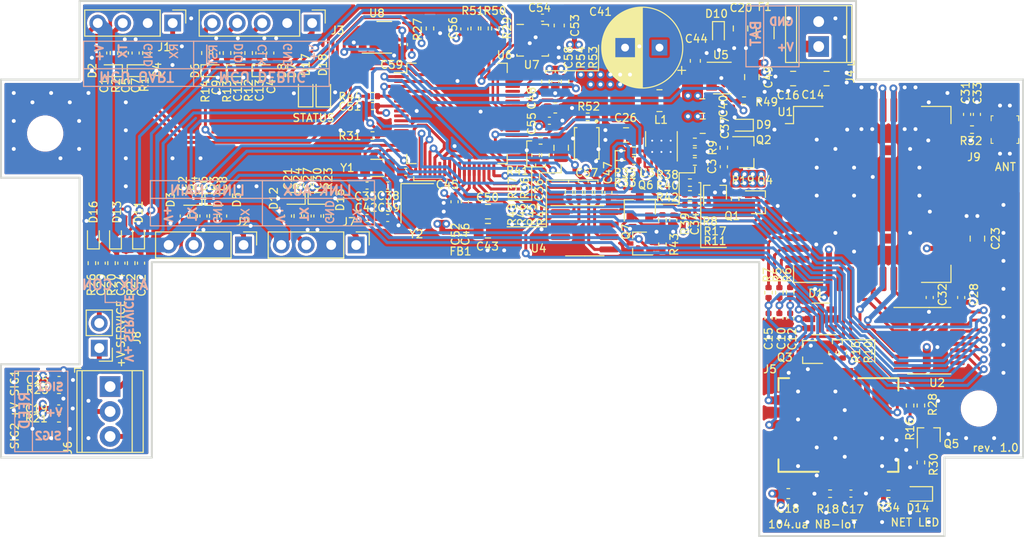
<source format=kicad_pcb>
(kicad_pcb (version 20171130) (host pcbnew "(5.1.7)-1")
  (title_block (title Smart104.ua_V3) (date 2020-12-09) (rev 1.0) (company RGC))
  (layers (0 F.Cu signal) (1 In1.Cu signal) (2 In2.Cu signal) (31 B.Cu signal) (34 B.Paste user) (35 F.Paste user) (36 B.SilkS user) (37 F.SilkS user) (38 B.Mask user) (39 F.Mask user) (44 Edge.Cuts user))
  (net 0 "")
  (net 1 VBUS)
  (net 2 GND)
  (net 3 VCC)
  (net 4 +BATT)
  (net 5 MCU_TX0)
  (net 6 EXT_TXD)
  (net 7 MCU_RX0)
  (net 8 EXT_RXD)
  (net 9 MCU_RESET)
  (net 10 "Net-(C10-Pad1)")
  (net 11 MCU_SWDIO)
  (net 12 "Net-(C12-Pad1)")
  (net 13 MCU_SWCLK)
  (net 14 "Net-(C15-Pad1)")
  (net 15 "Net-(C17-Pad1)")
  (net 16 SIM_VDD)
  (net 17 MCU_EM4WU5)
  (net 18 +1V8)
  (net 19 +3V3)
  (net 20 MCU_EM4WU4)
  (net 21 EXT_TXD_DBG)
  (net 22 MCU_EM4WU6)
  (net 23 EXT_RXD_DBG)
  (net 24 "Net-(C36-Pad1)")
  (net 25 "Net-(C38-Pad1)")
  (net 26 VDDA)
  (net 27 "Net-(D1-Pad1)")
  (net 28 "Net-(D1-Pad3)")
  (net 29 "Net-(J1-Pad1)")
  (net 30 "Net-(J1-Pad3)")
  (net 31 "Net-(J2-Pad3)")
  (net 32 "Net-(J2-Pad1)")
  (net 33 "Net-(J3-Pad3)")
  (net 34 "Net-(J3-Pad4)")
  (net 35 "Net-(J3-Pad5)")
  (net 36 "Net-(J5-Pad6)")
  (net 37 "Net-(J6-Pad1)")
  (net 38 "Net-(J6-Pad2)")
  (net 39 "Net-(J6-Pad3)")
  (net 40 "Net-(J7-Pad1)")
  (net 41 "Net-(J7-Pad3)")
  (net 42 "Net-(J8-Pad1)")
  (net 43 "Net-(J8-Pad2)")
  (net 44 "Net-(L1-Pad1)")
  (net 45 "Net-(L1-Pad2)")
  (net 46 "Net-(Q1-Pad1)")
  (net 47 "Net-(Q1-Pad3)")
  (net 48 BC66_RESET)
  (net 49 "Net-(Q3-Pad1)")
  (net 50 "Net-(Q4-Pad1)")
  (net 51 BC66_PWRKEY)
  (net 52 "Net-(Q5-Pad1)")
  (net 53 "Net-(Q6-Pad1)")
  (net 54 "Net-(Q7-Pad1)")
  (net 55 SIM_RST)
  (net 56 SIM_CLK)
  (net 57 SIM_DATA)
  (net 58 BC66_ON_OFF)
  (net 59 BC66_RST)
  (net 60 BC66_PWR)
  (net 61 SW_ENBL)
  (net 62 V_SELECT)
  (net 63 "Net-(R38-Pad1)")
  (net 64 FLASH_PWR)
  (net 65 MCU_MOSI)
  (net 66 MCU_MISO)
  (net 67 "Net-(R46-Pad1)")
  (net 68 "Net-(R47-Pad1)")
  (net 69 MCU_CLK)
  (net 70 "Net-(R48-Pad1)")
  (net 71 MCU_CS)
  (net 72 3V3_ENBL)
  (net 73 SDA)
  (net 74 SCL)
  (net 75 "Net-(U1-Pad9)")
  (net 76 BC66_TXD)
  (net 77 BC66_RXD)
  (net 78 "Net-(U1-Pad19)")
  (net 79 BC66_RI)
  (net 80 BC66_RXD_AUX)
  (net 81 BC66_TXD_AUX)
  (net 82 BC66_RXD_DBG)
  (net 83 BC66_TXD_DBG)
  (net 84 "Net-(U2-Pad9)")
  (net 85 "Net-(U2-Pad12)")
  (net 86 MCU_RX1)
  (net 87 MCU_TX1)
  (net 88 MCU_RI)
  (net 89 "Net-(U7-Pad9)")
  (net 90 CS)
  (net 91 INT1)
  (net 92 "Net-(U8-Pad3)")
  (net 93 SDO)
  (net 94 "Net-(R28-Pad1)")
  (net 95 "Net-(D17-Pad2)")
  (net 96 LED1)
  (net 97 LED2)
  (net 98 "Net-(C14-Pad1)")
  (net 99 "Net-(D14-Pad1)")
  (net 100 "Net-(D14-Pad2)")
  (net 101 "Net-(D18-Pad2)")
  (net 102 "Net-(C39-Pad1)")
  (net 103 "Net-(C48-Pad1)")
  (net 104 "Net-(U4-Pad3)")
  (net 105 "Net-(U4-Pad7)")
  (net 106 "Net-(U5-Pad4)")
  (net 107 "Net-(U6-Pad9)")
  (net 108 "Net-(U6-Pad10)")
  (net 109 "Net-(U6-Pad12)")
  (net 110 "Net-(U6-Pad14)")
  (net 111 "Net-(U6-Pad21)")
  (net 112 "Net-(U6-Pad37)")
  (net 113 "Net-(U6-Pad38)")
  (net 114 "Net-(U6-Pad45)")
  (net 115 "Net-(U6-Pad46)")
  (net 116 "Net-(U6-Pad52)")
  (net 117 "Net-(U6-Pad58)")
  (net 118 "Net-(U6-Pad61)")
  (net 119 "Net-(U6-Pad63)")
  (net 120 "Net-(U6-Pad64)")
  (net 121 "Net-(U7-Pad2)")
  (net 122 "Net-(U7-Pad3)")
  (net 123 "Net-(U7-Pad13)")
  (net 124 "Net-(U7-Pad15)")
  (net 125 "Net-(U7-Pad16)")
  (net 126 "Net-(U8-Pad4)")
  (net 127 "Net-(U6-Pad6)")
  (net 128 "Net-(R45-Pad1)")
  (net 129 "Net-(C31-Pad1)")
  (net 130 "Net-(C33-Pad1)")
  (net 131 "Net-(C35-Pad1)")
  (net 132 "Net-(C42-Pad1)")
  (net 133 "Net-(C47-Pad1)")
  (net 134 "Net-(C57-Pad1)")
  (net 135 "Net-(R40-Pad1)")
  (net 136 VBAT_MON)
  (net 137 "Net-(R42-Pad1)")
  (net 138 "Net-(R52-Pad2)")
  (net 139 "Net-(U6-Pad11)")
  (net 140 "Net-(U6-Pad34)")
  (net 141 "Net-(U6-Pad43)")
  (net 142 "Net-(U6-Pad57)")
  (module Capacitor_SMD:C_0402_1005Metric (layer F.Cu) (at 112.25 120.2 270)
    (fp_text reference C24 (at 2.2 0.05 90) (layer F.SilkS) (effects (font (size 0.8 0.8) (thickness 0.13))))
    (fp_text value 18pF)
    (pad 1 smd roundrect (at -0.48 0 270) (size 0.56 0.62) (layers F.Cu F.Paste F.Mask) (net 20 MCU_EM4WU4))
    (pad 2 smd roundrect (at 0.48 0 270) (size 0.56 0.62) (layers F.Cu F.Paste F.Mask) (net 2 GND))
  )
  (module Resistor_SMD:R_0402_1005Metric (layer F.Cu) (at 113.25 120.2 270)
    (fp_text reference R22 (at 2.2 0 90) (layer F.SilkS) (effects (font (size 0.8 0.8) (thickness 0.13))))
    (fp_text value 22R)
    (pad 2 smd roundrect (at 0.51 0 270) (size 0.54 0.64) (layers F.Cu F.Paste F.Mask) (net 39 "Net-(J6-Pad3)"))
    (pad 1 smd roundrect (at -0.51 0 270) (size 0.54 0.64) (layers F.Cu F.Paste F.Mask) (net 17 MCU_EM4WU5))
  )
  (module Resistor_SMD:R_0402_1005Metric (layer F.Cu) (at 111.25 120.2 270)
    (fp_text reference R20 (at 2.2 0 90) (layer F.SilkS) (effects (font (size 0.8 0.8) (thickness 0.13))))
    (fp_text value 22R)
    (pad 2 smd roundrect (at 0.51 0 270) (size 0.54 0.64) (layers F.Cu F.Paste F.Mask) (net 37 "Net-(J6-Pad1)"))
    (pad 1 smd roundrect (at -0.51 0 270) (size 0.54 0.64) (layers F.Cu F.Paste F.Mask) (net 20 MCU_EM4WU4))
  )
  (module LED_SMD:LED_0603_1608Metric (layer F.Cu) (at 132.8 102.8 90)
    (fp_text reference D18 (at 2.8 -0.05 90) (layer F.SilkS) (effects (font (size 0.8 0.8) (thickness 0.13))))
    (fp_text value LED_GREEN)
    (pad 1 smd roundrect (at -0.7875 0 90) (size 0.875 0.95) (layers F.Cu F.Paste F.Mask) (net 2 GND))
    (pad 2 smd roundrect (at 0.7875 0 90) (size 0.875 0.95) (layers F.Cu F.Paste F.Mask) (net 101 "Net-(D18-Pad2)"))
  )
  (module Capacitor_SMD:C_0805_2012Metric (layer F.Cu) (at 149.55 114.95)
    (fp_text reference C43 (at -0.05 3.55 180) (layer F.SilkS) (effects (font (size 0.8 0.8) (thickness 0.13))))
    (fp_text value 10uF)
    (pad 1 smd roundrect (at -0.95 0) (size 1 1.45) (layers F.Cu F.Paste F.Mask) (net 26 VDDA))
    (pad 2 smd roundrect (at 0.95 0) (size 1 1.45) (layers F.Cu F.Paste F.Mask) (net 2 GND))
  )
  (module Capacitor_SMD:C_0805_2012Metric (layer F.Cu) (at 184 101.4)
    (fp_text reference C14 (at -1.4 1.65 180) (layer F.SilkS) (effects (font (size 0.8 0.8) (thickness 0.13))))
    (fp_text value 10uF)
    (pad 2 smd roundrect (at 0.95 0) (size 1 1.45) (layers F.Cu F.Paste F.Mask) (net 2 GND))
    (pad 1 smd roundrect (at -0.95 0) (size 1 1.45) (layers F.Cu F.Paste F.Mask) (net 98 "Net-(C14-Pad1)"))
  )
  (module Capacitor_SMD:C_0402_1005Metric (layer F.Cu) (at 147.2 113.95 270)
    (fp_text reference C46 (at 3.3 -0.05 270) (layer F.SilkS) (effects (font (size 0.8 0.8) (thickness 0.13))))
    (fp_text value 0.1uF)
    (pad 2 smd roundrect (at 0.48 0 270) (size 0.56 0.62) (layers F.Cu F.Paste F.Mask) (net 2 GND))
    (pad 1 smd roundrect (at -0.48 0 270) (size 0.56 0.62) (layers F.Cu F.Paste F.Mask) (net 26 VDDA))
  )
  (module Crystal:Crystal_SMD_3225-4Pin_3.2x2.5mm (layer F.Cu) (at 142.35 114.1 270)
    (fp_text reference Y2 (at 3.15 0.1 180) (layer F.SilkS) (effects (font (size 0.8 0.8) (thickness 0.13))))
    (fp_text value ABM8-48-000MHZ)
    (pad 4 smd rect (at -1.1 -0.85 270) (size 1.4 1.2) (layers F.Cu F.Paste F.Mask) (net 2 GND))
    (pad 3 smd rect (at 1.1 -0.85 270) (size 1.4 1.2) (layers F.Cu F.Paste F.Mask) (net 132 "Net-(C42-Pad1)"))
    (pad 2 smd rect (at 1.1 0.85 270) (size 1.4 1.2) (layers F.Cu F.Paste F.Mask) (net 2 GND))
    (pad 1 smd rect (at -1.1 0.85 270) (size 1.4 1.2) (layers F.Cu F.Paste F.Mask) (net 102 "Net-(C39-Pad1)"))
  )
  (module Resistor_SMD:R_0402_1005Metric (layer F.Cu) (at 185.65 129.35 270)
    (fp_text reference R10 (at -0.1 -2.6 90) (layer F.SilkS) (effects (font (size 0.8 0.8) (thickness 0.13))))
    (fp_text value 470R)
    (pad 1 smd roundrect (at -0.51 0 270) (size 0.54 0.64) (layers F.Cu F.Paste F.Mask) (net 59 BC66_RST))
    (pad 2 smd roundrect (at 0.51 0 270) (size 0.54 0.64) (layers F.Cu F.Paste F.Mask) (net 49 "Net-(Q3-Pad1)"))
  )
  (module MountingHole:MountingHole_3.2mm_M3 (layer F.Cu) (at 199.5 135)
    (fp_text reference H1 hide)
    (fp_text value MountingHole)
    (pad 1 np_thru_hole circle (at 0 0) (size 3.2 3.2) (drill 3.2) (layers *.Cu *.Mask))
  )
  (module Resistor_SMD:R_0402_1005Metric (layer F.Cu) (at 193.6 140.5 270)
    (fp_text reference R30 (at 0.2 -1.3 90) (layer F.SilkS) (effects (font (size 0.8 0.8) (thickness 0.13))))
    (fp_text value 10K)
    (pad 1 smd roundrect (at -0.51 0 270) (size 0.54 0.64) (layers F.Cu F.Paste F.Mask) (net 52 "Net-(Q5-Pad1)"))
    (pad 2 smd roundrect (at 0.51 0 270) (size 0.54 0.64) (layers F.Cu F.Paste F.Mask) (net 2 GND))
  )
  (module Package_TO_SOT_SMD:SOT-323_SC-70 (layer F.Cu) (at 182.3 129.25 180)
    (fp_text reference Q3 (at 2.55 -0.55) (layer F.SilkS) (effects (font (size 0.8 0.8) (thickness 0.13))))
    (fp_text value BC847CW,115)
    (pad 3 smd rect (at 1 0 90) (size 0.45 0.7) (layers F.Cu F.Paste F.Mask) (net 48 BC66_RESET))
    (pad 2 smd rect (at -1 0.65 90) (size 0.45 0.7) (layers F.Cu F.Paste F.Mask) (net 2 GND))
    (pad 1 smd rect (at -1 -0.65 90) (size 0.45 0.7) (layers F.Cu F.Paste F.Mask) (net 49 "Net-(Q3-Pad1)"))
  )
  (module Resistor_SMD:R_0402_1005Metric (layer F.Cu) (at 192.5 134.7 270)
    (fp_text reference R16 (at 2.4 0 270) (layer F.SilkS) (effects (font (size 0.8 0.8) (thickness 0.13))))
    (fp_text value 10K)
    (pad 2 smd roundrect (at 0.51 0 270) (size 0.54 0.64) (layers F.Cu F.Paste F.Mask) (net 16 SIM_VDD))
    (pad 1 smd roundrect (at -0.51 0 270) (size 0.54 0.64) (layers F.Cu F.Paste F.Mask) (net 14 "Net-(C15-Pad1)"))
  )
  (module Package_TO_SOT_SMD:SOT-323_SC-70 (layer F.Cu) (at 194.4 137.7 90)
    (fp_text reference Q5 (at -0.9 2.3 180) (layer F.SilkS) (effects (font (size 0.8 0.8) (thickness 0.13))))
    (fp_text value BC847CW,115)
    (pad 3 smd rect (at 1 0) (size 0.45 0.7) (layers F.Cu F.Paste F.Mask) (net 99 "Net-(D14-Pad1)"))
    (pad 2 smd rect (at -1 0.65) (size 0.45 0.7) (layers F.Cu F.Paste F.Mask) (net 2 GND))
    (pad 1 smd rect (at -1 -0.65) (size 0.45 0.7) (layers F.Cu F.Paste F.Mask) (net 52 "Net-(Q5-Pad1)"))
  )
  (module Resistor_SMD:R_0402_1005Metric (layer F.Cu) (at 179.2 123.2 270)
    (fp_text reference R5 (at -1.8 0.2 90) (layer F.SilkS) (effects (font (size 0.8 0.8) (thickness 0.13))))
    (fp_text value 22R)
    (pad 2 smd roundrect (at 0.51 0 270) (size 0.54 0.64) (layers F.Cu F.Paste F.Mask) (net 10 "Net-(C10-Pad1)"))
    (pad 1 smd roundrect (at -0.51 0 270) (size 0.54 0.64) (layers F.Cu F.Paste F.Mask) (net 55 SIM_RST))
  )
  (module Capacitor_SMD:C_0402_1005Metric (layer F.Cu) (at 180.3 125.8 270)
    (fp_text reference C12 (at 2.12 -0.2 90) (layer F.SilkS) (effects (font (size 0.8 0.8) (thickness 0.13))))
    (fp_text value 18pF)
    (pad 2 smd roundrect (at 0.48 0 270) (size 0.56 0.62) (layers F.Cu F.Paste F.Mask) (net 2 GND))
    (pad 1 smd roundrect (at -0.48 0 270) (size 0.56 0.62) (layers F.Cu F.Paste F.Mask) (net 12 "Net-(C12-Pad1)"))
  )
  (module Capacitor_SMD:C_0402_1005Metric (layer F.Cu) (at 179.2 125.8 270)
    (fp_text reference C10 (at 2.08 -0.2 90) (layer F.SilkS) (effects (font (size 0.8 0.8) (thickness 0.13))))
    (fp_text value 18pF)
    (pad 1 smd roundrect (at -0.48 0 270) (size 0.56 0.62) (layers F.Cu F.Paste F.Mask) (net 10 "Net-(C10-Pad1)"))
    (pad 2 smd roundrect (at 0.48 0 270) (size 0.56 0.62) (layers F.Cu F.Paste F.Mask) (net 2 GND))
  )
  (module Resistor_SMD:R_0402_1005Metric (layer F.Cu) (at 180.3 123.19 270)
    (fp_text reference R6 (at -1.79 0.3 90) (layer F.SilkS) (effects (font (size 0.8 0.8) (thickness 0.13))))
    (fp_text value 22R)
    (pad 1 smd roundrect (at -0.51 0 270) (size 0.54 0.64) (layers F.Cu F.Paste F.Mask) (net 56 SIM_CLK))
    (pad 2 smd roundrect (at 0.51 0 270) (size 0.54 0.64) (layers F.Cu F.Paste F.Mask) (net 12 "Net-(C12-Pad1)"))
  )
  (module Resistor_SMD:R_0402_1005Metric (layer F.Cu) (at 190.3 143.7)
    (fp_text reference R34 (at 0 1.4) (layer F.SilkS) (effects (font (size 0.8 0.8) (thickness 0.13))))
    (fp_text value 470R)
    (pad 1 smd roundrect (at -0.51 0) (size 0.54 0.64) (layers F.Cu F.Paste F.Mask) (net 19 +3V3))
    (pad 2 smd roundrect (at 0.51 0) (size 0.54 0.64) (layers F.Cu F.Paste F.Mask) (net 100 "Net-(D14-Pad2)"))
  )
  (module Package_TO_SOT_SMD:SOT-23-6 (layer F.Cu) (at 183.42 125.88 180)
    (fp_text reference D1 (at 0.5 2.6) (layer F.SilkS) (effects (font (size 0.8 0.8) (thickness 0.13))))
    (fp_text value ESDA6V1-5SC6)
    (pad 5 smd rect (at 1.1 0 180) (size 1.06 0.65) (layers F.Cu F.Paste F.Mask) (net 12 "Net-(C12-Pad1)"))
    (pad 6 smd rect (at 1.1 -0.95 180) (size 1.06 0.65) (layers F.Cu F.Paste F.Mask) (net 14 "Net-(C15-Pad1)"))
    (pad 4 smd rect (at 1.1 0.95 180) (size 1.06 0.65) (layers F.Cu F.Paste F.Mask) (net 10 "Net-(C10-Pad1)"))
    (pad 3 smd rect (at -1.1 0.95 180) (size 1.06 0.65) (layers F.Cu F.Paste F.Mask) (net 28 "Net-(D1-Pad3)"))
    (pad 2 smd rect (at -1.1 0 180) (size 1.06 0.65) (layers F.Cu F.Paste F.Mask) (net 2 GND))
    (pad 1 smd rect (at -1.1 -0.95 180) (size 1.06 0.65) (layers F.Cu F.Paste F.Mask) (net 27 "Net-(D1-Pad1)"))
  )
  (module TerminalBlock_TE-Connectivity:TerminalBlock_TE_282834-2_1x02_P2.54mm_Horizontal (layer F.Cu) (at 183.2 98.14 90)
    (fp_text reference J4 (at -3.06 3.2 270) (layer F.SilkS) (effects (font (size 0.8 0.8) (thickness 0.13))))
    (fp_text value KLS2-308V-2.54-02P-4S)
    (pad 2 thru_hole circle (at 2.54 0 90) (size 2.1 2.1) (drill 1.1) (layers *.Cu *.Mask) (net 2 GND))
    (pad 1 thru_hole rect (at 0 0 90) (size 2.1 2.1) (drill 1.1) (layers *.Cu *.Mask) (net 1 VBUS))
  )
  (module mylib-footprints:GCT_SIM8051-6-0-14-00-X-REVD (layer F.Cu) (at 185.21 136.68 270)
    (fp_text reference J5 (at -5.68 6.96 180) (layer F.SilkS) (effects (font (size 0.8 0.8) (thickness 0.13))))
    (fp_text value SIM8051-6-0-14-00-A hide)
    (pad 1 smd rect (at 2.54 5.9 270) (size 1 1.1) (layers F.Cu F.Paste F.Mask) (net 16 SIM_VDD))
    (pad 2 smd rect (at 0 5.9 270) (size 1 1.1) (layers F.Cu F.Paste F.Mask) (net 10 "Net-(C10-Pad1)"))
    (pad 3 smd rect (at -2.54 5.9 270) (size 1 1.1) (layers F.Cu F.Paste F.Mask) (net 12 "Net-(C12-Pad1)"))
    (pad SH smd rect (at 5.3 0 270) (size 1 3) (layers F.Cu F.Paste F.Mask) (net 15 "Net-(C17-Pad1)"))
    (pad 5 smd rect (at 2.54 -5.9 270) (size 1 1.1) (layers F.Cu F.Paste F.Mask) (net 2 GND))
    (pad 6 smd rect (at 0 -5.9 270) (size 1 1.1) (layers F.Cu F.Paste F.Mask) (net 36 "Net-(J5-Pad6)"))
    (pad 7 smd rect (at -2.54 -5.9 270) (size 1 1.1) (layers F.Cu F.Paste F.Mask) (net 14 "Net-(C15-Pad1)"))
    (pad SH smd rect (at -5.3 0 270) (size 1 3) (layers F.Cu F.Paste F.Mask) (net 15 "Net-(C17-Pad1)"))
  )
  (module TerminalBlock_TE-Connectivity:TerminalBlock_TE_282834-3_1x03_P2.54mm_Horizontal (layer F.Cu) (at 111.1 132.77 270)
    (fp_text reference J6 (at 6.23 4.3 90) (layer F.SilkS) (effects (font (size 0.8 0.8) (thickness 0.13))))
    (fp_text value KLS2-308V-2.54-03P-4S)
    (pad 3 thru_hole circle (at 5.08 0 270) (size 2.1 2.1) (drill 1.1) (layers *.Cu *.Mask) (net 39 "Net-(J6-Pad3)"))
    (pad 2 thru_hole circle (at 2.54 0 270) (size 2.1 2.1) (drill 1.1) (layers *.Cu *.Mask) (net 38 "Net-(J6-Pad2)"))
    (pad 1 thru_hole rect (at 0 0 270) (size 2.1 2.1) (drill 1.1) (layers *.Cu *.Mask) (net 37 "Net-(J6-Pad1)"))
  )
  (module digikey-footprints:UMCoax_Pin_1909763-1 (layer F.Cu) (at 202.15 106.6 270)
    (fp_text reference J9 (at 2.8 3.15 180) (layer F.SilkS) (effects (font (size 0.8 0.8) (thickness 0.13))))
    (fp_text value 1909763-1)
    (pad 2 smd rect (at 0 1.5 270) (size 1 1.05) (layers F.Cu F.Paste F.Mask) (net 130 "Net-(C33-Pad1)"))
    (pad 1 smd rect (at -1.45 0 270) (size 1.05 2.2) (layers F.Cu F.Paste F.Mask) (net 2 GND))
    (pad 1 smd rect (at 1.45 0 270) (size 1.05 2.2) (layers F.Cu F.Paste F.Mask) (net 2 GND))
  )
  (module Inductor_SMD:L_1008_2520Metric_Pad1.43x2.20mm_HandSolder (layer F.Cu) (at 167 103.65)
    (fp_text reference L1 (at 0.15 1.95) (layer F.SilkS) (effects (font (size 0.8 0.8) (thickness 0.13))))
    (fp_text value 2.2uH)
    (pad 1 smd roundrect (at -1.1625 0) (size 1.425 2.2) (layers F.Cu F.Paste F.Mask) (roundrect_rratio 0.1754385964912281) (net 44 "Net-(L1-Pad1)"))
    (pad 2 smd roundrect (at 1.1625 0) (size 1.425 2.2) (layers F.Cu F.Paste F.Mask) (roundrect_rratio 0.1754385964912281) (net 45 "Net-(L1-Pad2)"))
  )
  (module Package_DFN_QFN:DFN-10-1EP_3x3mm_P0.5mm_EP1.65x2.38mm_ThermalVias (layer F.Cu) (at 167.2 108.3 90)
    (fp_text reference U3 (at -2.7 -1.45 180) (layer F.SilkS) (effects (font (size 0.8 0.8) (thickness 0.13))))
    (fp_text value TPS63900)
    (pad 1 smd roundrect (at -1.45 -1 90) (size 0.85 0.25) (layers F.Cu F.Paste F.Mask) (net 61 SW_ENBL))
    (pad 2 smd roundrect (at -1.45 -0.5 90) (size 0.85 0.25) (layers F.Cu F.Paste F.Mask) (net 62 V_SELECT))
    (pad 3 smd roundrect (at -1.45 0 90) (size 0.85 0.25) (layers F.Cu F.Paste F.Mask) (net 137 "Net-(R42-Pad1)"))
    (pad 4 smd roundrect (at -1.45 0.5 90) (size 0.85 0.25) (layers F.Cu F.Paste F.Mask) (net 135 "Net-(R40-Pad1)"))
    (pad 5 smd roundrect (at -1.45 1 90) (size 0.85 0.25) (layers F.Cu F.Paste F.Mask) (net 63 "Net-(R38-Pad1)"))
    (pad 6 smd roundrect (at 1.45 1 90) (size 0.85 0.25) (layers F.Cu F.Paste F.Mask) (net 3 VCC))
    (pad 7 smd roundrect (at 1.45 0.5 90) (size 0.85 0.25) (layers F.Cu F.Paste F.Mask) (net 45 "Net-(L1-Pad2)"))
    (pad 8 smd roundrect (at 1.45 0 90) (size 0.85 0.25) (layers F.Cu F.Paste F.Mask) (net 2 GND))
    (pad 9 smd roundrect (at 1.45 -0.5 90) (size 0.85 0.25) (layers F.Cu F.Paste F.Mask) (net 44 "Net-(L1-Pad1)"))
    (pad 10 smd roundrect (at 1.45 -1 90) (size 0.85 0.25) (layers F.Cu F.Paste F.Mask) (net 4 +BATT))
    (pad 11 smd rect (at 0 0 90) (size 1.65 2.38) (layers F.Cu F.Mask) (net 2 GND))
    (pad 11 thru_hole circle (at -0.575 -0.94 90) (size 0.5 0.5) (drill 0.2) (layers *.Cu) (net 2 GND))
    (pad 11 thru_hole circle (at 0.575 -0.94 90) (size 0.5 0.5) (drill 0.2) (layers *.Cu) (net 2 GND))
    (pad 11 thru_hole circle (at -0.575 0 90) (size 0.5 0.5) (drill 0.2) (layers *.Cu) (net 2 GND))
    (pad 11 thru_hole circle (at 0.575 0 90) (size 0.5 0.5) (drill 0.2) (layers *.Cu) (net 2 GND))
    (pad 11 thru_hole circle (at -0.575 0.94 90) (size 0.5 0.5) (drill 0.2) (layers *.Cu) (net 2 GND))
    (pad 11 thru_hole circle (at 0.575 0.94 90) (size 0.5 0.5) (drill 0.2) (layers *.Cu) (net 2 GND))
    (pad 11 smd rect (at 0 0 90) (size 1.65 2.38) (layers B.Cu) (net 2 GND))
  )
  (module mylib-footprints:Quectel_BC66 (layer F.Cu) (at 188.65 113.2)
    (fp_text reference U1 (at -8.85 -8.4) (layer F.SilkS) (effects (font (size 0.8 0.8) (thickness 0.13))))
    (fp_text value BC66NADA-04-STD)
    (pad 58 smd rect (at -1.8 -4.5) (size 1 1) (layers F.Cu F.Mask))
    (pad 57 smd rect (at 0 -4.5) (size 1 1) (layers F.Cu F.Mask))
    (pad 56 smd rect (at 1.8 -4.5) (size 1 1) (layers F.Cu F.Mask))
    (pad 55 smd rect (at 3.6 -2.7) (size 1 1) (layers F.Cu F.Mask))
    (pad 54 smd rect (at 3.6 -0.9) (size 1 1) (layers F.Cu F.Mask))
    (pad 53 smd rect (at 3.6 0.9) (size 1 1) (layers F.Cu F.Mask))
    (pad 52 smd rect (at 3.6 2.7) (size 1 1) (layers F.Cu F.Mask))
    (pad 51 smd rect (at 1.8 4.5) (size 1 1) (layers F.Cu F.Mask))
    (pad 50 smd rect (at 0 4.5) (size 1 1) (layers F.Cu F.Mask))
    (pad 49 smd rect (at -1.8 4.5) (size 1 1) (layers F.Cu F.Mask))
    (pad 48 smd rect (at -3.6 2.7) (size 1 1) (layers F.Cu F.Mask))
    (pad 47 smd rect (at -3.6 0.9) (size 1 1) (layers F.Cu F.Mask))
    (pad 46 smd rect (at -3.6 -0.9) (size 1 1) (layers F.Cu F.Mask))
    (pad 45 smd rect (at -3.6 -2.7) (size 1 1) (layers F.Cu F.Mask))
    (pad 44 smd roundrect (at -4.4 -8.6 270) (size 2.5 0.7) (layers F.Cu F.Mask))
    (pad 43 smd roundrect (at -3.3 -8.6 270) (size 2.5 0.7) (layers F.Cu F.Mask) (net 98 "Net-(C14-Pad1)"))
    (pad 42 smd roundrect (at -2.2 -8.6 270) (size 2.5 0.7) (layers F.Cu F.Mask) (net 98 "Net-(C14-Pad1)"))
    (pad 41 smd roundrect (at -1.1 -8.6 270) (size 2.5 0.7) (layers F.Cu F.Mask) (net 2 GND))
    (pad 40 smd roundrect (at 0 -8.6 270) (size 2.5 0.7) (layers F.Cu F.Mask) (net 2 GND))
    (pad 39 smd roundrect (at 1.1 -8.6 270) (size 2.5 0.7) (layers F.Cu F.Mask) (net 83 BC66_TXD_DBG))
    (pad 38 smd roundrect (at 2.2 -8.6 270) (size 2.5 0.7) (layers F.Cu F.Mask) (net 82 BC66_RXD_DBG))
    (pad 37 smd roundrect (at 3.3 -8.6 270) (size 2.5 0.7) (layers F.Cu F.Mask) (net 2 GND))
    (pad 36 smd roundrect (at 4.4 -8.6 270) (size 2.5 0.7) (layers F.Cu F.Mask) (net 2 GND))
    (pad 35 smd roundrect (at 7.65 -6.6) (size 2.5 0.7) (layers F.Cu F.Mask) (net 129 "Net-(C31-Pad1)"))
    (pad 34 smd roundrect (at 7.65 -5.5) (size 2.5 0.7) (layers F.Cu F.Mask) (net 2 GND))
    (pad 33 smd roundrect (at 7.65 -4.4) (size 2.5 0.7) (layers F.Cu F.Mask))
    (pad 32 smd roundrect (at 7.65 -3.3) (size 2.5 0.7) (layers F.Cu F.Mask))
    (pad 31 smd roundrect (at 7.65 -2.2) (size 2.5 0.7) (layers F.Cu F.Mask))
    (pad 30 smd roundrect (at 7.65 -1.1) (size 2.5 0.7) (layers F.Cu F.Mask))
    (pad 29 smd roundrect (at 7.65 0) (size 2.5 0.7) (layers F.Cu F.Mask) (net 81 BC66_TXD_AUX))
    (pad 28 smd roundrect (at 7.65 1.1) (size 2.5 0.7) (layers F.Cu F.Mask) (net 80 BC66_RXD_AUX))
    (pad 27 smd roundrect (at 7.65 2.2) (size 2.5 0.7) (layers F.Cu F.Mask) (net 2 GND))
    (pad 26 smd roundrect (at 7.65 3.3) (size 2.5 0.7) (layers F.Cu F.Mask))
    (pad 25 smd roundrect (at 7.65 4.4) (size 2.5 0.7) (layers F.Cu F.Mask))
    (pad 24 smd roundrect (at 7.65 5.5) (size 2.5 0.7) (layers F.Cu F.Mask) (net 18 +1V8))
    (pad 23 smd roundrect (at 7.65 6.6) (size 2.5 0.7) (layers F.Cu F.Mask))
    (pad 22 smd roundrect (at 4.4 8.6 90) (size 2.5 0.7) (layers F.Cu F.Mask))
    (pad 21 smd roundrect (at 3.3 8.6 90) (size 2.5 0.7) (layers F.Cu F.Mask))
    (pad 20 smd roundrect (at 2.2 8.6 90) (size 2.5 0.7) (layers F.Cu F.Mask) (net 79 BC66_RI))
    (pad 19 smd roundrect (at 1.1 8.6 90) (size 2.5 0.7) (layers F.Cu F.Mask) (net 78 "Net-(U1-Pad19)"))
    (pad 18 smd roundrect (at 0 8.6 90) (size 2.5 0.7) (layers F.Cu F.Mask) (net 77 BC66_RXD))
    (pad 17 smd roundrect (at -1.1 8.6 90) (size 2.5 0.7) (layers F.Cu F.Mask) (net 76 BC66_TXD))
    (pad 16 smd roundrect (at -2.2 8.6 90) (size 2.5 0.7) (layers F.Cu F.Mask) (net 94 "Net-(R28-Pad1)"))
    (pad 15 smd roundrect (at -3.3 8.6 90) (size 2.5 0.7) (layers F.Cu F.Mask) (net 48 BC66_RESET))
    (pad 14 smd roundrect (at -4.4 8.6 90) (size 2.5 0.7) (layers F.Cu F.Mask) (net 16 SIM_VDD))
    (pad 13 smd roundrect (at -7.65 6.6) (size 2.5 0.7) (layers F.Cu F.Mask) (net 56 SIM_CLK))
    (pad 12 smd roundrect (at -7.65 5.5) (size 2.5 0.7) (layers F.Cu F.Mask) (net 55 SIM_RST))
    (pad 11 smd roundrect (at -7.65 4.4) (size 2.5 0.7) (layers F.Cu F.Mask) (net 57 SIM_DATA))
    (pad 10 smd roundrect (at -7.65 3.3) (size 2.5 0.7) (layers F.Cu F.Mask) (net 2 GND))
    (pad 9 smd roundrect (at -7.65 2.2) (size 2.5 0.7) (layers F.Cu F.Mask) (net 75 "Net-(U1-Pad9)"))
    (pad 8 smd roundrect (at -7.65 1.1) (size 2.5 0.7) (layers F.Cu F.Mask))
    (pad 7 smd roundrect (at -7.65 0) (size 2.5 0.7) (layers F.Cu F.Mask) (net 51 BC66_PWRKEY))
    (pad 6 smd roundrect (at -7.65 -1.1) (size 2.5 0.7) (layers F.Cu F.Mask))
    (pad 5 smd roundrect (at -7.65 -2.2) (size 2.5 0.7) (layers F.Cu F.Mask))
    (pad 4 smd roundrect (at -7.65 -3.3) (size 2.5 0.7) (layers F.Cu F.Mask))
    (pad 3 smd roundrect (at -7.65 -4.4) (size 2.5 0.7) (layers F.Cu F.Mask))
    (pad 2 smd roundrect (at -7.65 -5.5) (size 2.5 0.7) (layers F.Cu F.Mask))
    (pad 1 smd roundrect (at -7.65 -6.6) (size 2.5 0.7) (layers F.Cu F.Mask) (net 2 GND))
  )
  (module Connector_PinHeader_2.54mm:PinHeader_1x04_P2.54mm_Vertical (layer F.Cu) (at 117.47 95.75 270)
    (fp_text reference J1 (at 2.45 0.87) (layer F.SilkS) (effects (font (size 0.8 0.8) (thickness 0.13))))
    (fp_text value KLS1-207-1-04-S)
    (pad 4 thru_hole oval (at 0 7.62 270) (size 1.7 1.7) (drill 1) (layers *.Cu *.Mask) (net 1 VBUS))
    (pad 3 thru_hole oval (at 0 5.08 270) (size 1.7 1.7) (drill 1) (layers *.Cu *.Mask) (net 30 "Net-(J1-Pad3)"))
    (pad 2 thru_hole oval (at 0 2.54 270) (size 1.7 1.7) (drill 1) (layers *.Cu *.Mask) (net 2 GND))
    (pad 1 thru_hole rect (at 0 0 270) (size 1.7 1.7) (drill 1) (layers *.Cu *.Mask) (net 29 "Net-(J1-Pad1)"))
  )
  (module Connector_PinHeader_2.54mm:PinHeader_1x04_P2.54mm_Vertical (layer F.Cu) (at 124.68 118.35 270)
    (fp_text reference J2 (at -2.35 0.08 180) (layer F.SilkS) (effects (font (size 0.8 0.8) (thickness 0.13))))
    (fp_text value KLS1-207-1-04-S)
    (pad 1 thru_hole rect (at 0 0 270) (size 1.7 1.7) (drill 1) (layers *.Cu *.Mask) (net 32 "Net-(J2-Pad1)"))
    (pad 2 thru_hole oval (at 0 2.54 270) (size 1.7 1.7) (drill 1) (layers *.Cu *.Mask) (net 2 GND))
    (pad 3 thru_hole oval (at 0 5.08 270) (size 1.7 1.7) (drill 1) (layers *.Cu *.Mask) (net 31 "Net-(J2-Pad3)"))
    (pad 4 thru_hole oval (at 0 7.62 270) (size 1.7 1.7) (drill 1) (layers *.Cu *.Mask) (net 1 VBUS))
  )
  (module Connector_PinHeader_2.54mm:PinHeader_1x05_P2.54mm_Vertical (layer F.Cu) (at 131.66 95.75 270)
    (fp_text reference J3 (at 0.75 -2.59 180) (layer F.SilkS) (effects (font (size 0.8 0.8) (thickness 0.13))))
    (fp_text value KLS1-207-1-05-S)
    (pad 5 thru_hole oval (at 0 10.16 270) (size 1.7 1.7) (drill 1) (layers *.Cu *.Mask) (net 35 "Net-(J3-Pad5)"))
    (pad 4 thru_hole oval (at 0 7.62 270) (size 1.7 1.7) (drill 1) (layers *.Cu *.Mask) (net 34 "Net-(J3-Pad4)"))
    (pad 3 thru_hole oval (at 0 5.08 270) (size 1.7 1.7) (drill 1) (layers *.Cu *.Mask) (net 33 "Net-(J3-Pad3)"))
    (pad 2 thru_hole oval (at 0 2.54 270) (size 1.7 1.7) (drill 1) (layers *.Cu *.Mask) (net 2 GND))
    (pad 1 thru_hole rect (at 0 0 270) (size 1.7 1.7) (drill 1) (layers *.Cu *.Mask) (net 4 +BATT))
  )
  (module Connector_PinHeader_2.54mm:PinHeader_1x04_P2.54mm_Vertical (layer F.Cu) (at 136.14 118.35 270)
    (fp_text reference J7 (at -2.35 0.74 180) (layer F.SilkS) (effects (font (size 0.8 0.8) (thickness 0.13))))
    (fp_text value KLS1-207-1-04-S)
    (pad 4 thru_hole oval (at 0 7.62 270) (size 1.7 1.7) (drill 1) (layers *.Cu *.Mask) (net 1 VBUS))
    (pad 3 thru_hole oval (at 0 5.08 270) (size 1.7 1.7) (drill 1) (layers *.Cu *.Mask) (net 41 "Net-(J7-Pad3)"))
    (pad 2 thru_hole oval (at 0 2.54 270) (size 1.7 1.7) (drill 1) (layers *.Cu *.Mask) (net 2 GND))
    (pad 1 thru_hole rect (at 0 0 270) (size 1.7 1.7) (drill 1) (layers *.Cu *.Mask) (net 40 "Net-(J7-Pad1)"))
  )
  (module Connector_PinHeader_2.54mm:PinHeader_1x02_P2.54mm_Vertical (layer F.Cu) (at 110 128.85 180)
    (fp_text reference J8 (at -3.8 1.05 90) (layer F.SilkS) (effects (font (size 0.8 0.8) (thickness 0.13))))
    (fp_text value KLS1-207-1-02-S)
    (pad 2 thru_hole oval (at 0 2.54 180) (size 1.7 1.7) (drill 1) (layers *.Cu *.Mask) (net 43 "Net-(J8-Pad2)"))
    (pad 1 thru_hole rect (at 0 0 180) (size 1.7 1.7) (drill 1) (layers *.Cu *.Mask) (net 42 "Net-(J8-Pad1)"))
  )
  (module Fuse:Fuse_1206_3216Metric (layer F.Cu) (at 177.75 96.75 270)
    (fp_text reference F1 (at -2.65 0.05 180) (layer F.SilkS) (effects (font (size 0.8 0.8) (thickness 0.13))))
    (fp_text value 0ZCJ0100FF2E)
    (pad 2 smd roundrect (at 1.4 0 270) (size 1.25 1.75) (layers F.Cu F.Paste F.Mask) (roundrect_rratio 0.2) (net 1 VBUS))
    (pad 1 smd roundrect (at -1.4 0 270) (size 1.25 1.75) (layers F.Cu F.Paste F.Mask) (roundrect_rratio 0.2) (net 4 +BATT))
  )
  (module Capacitor_SMD:C_0402_1005Metric (layer F.Cu) (at 178.1 125.8 270)
    (fp_text reference C15 (at 2.1 0 90) (layer F.SilkS) (effects (font (size 0.8 0.8) (thickness 0.13))))
    (fp_text value 18pF)
    (pad 1 smd roundrect (at -0.48 0 270) (size 0.56 0.62) (layers F.Cu F.Paste F.Mask) (net 14 "Net-(C15-Pad1)"))
    (pad 2 smd roundrect (at 0.48 0 270) (size 0.56 0.62) (layers F.Cu F.Paste F.Mask) (net 2 GND))
  )
  (module Capacitor_SMD:C_0805_2012Metric (layer F.Cu) (at 175.25 96.3 270)
    (fp_text reference C20 (at -2.1 -0.05 180) (layer F.SilkS) (effects (font (size 0.8 0.8) (thickness 0.13))))
    (fp_text value 10uF)
    (pad 2 smd roundrect (at 0.95 0 270) (size 1 1.45) (layers F.Cu F.Paste F.Mask) (net 2 GND))
    (pad 1 smd roundrect (at -0.95 0 270) (size 1 1.45) (layers F.Cu F.Paste F.Mask) (net 4 +BATT))
  )
  (module Capacitor_SMD:C_0402_1005Metric (layer F.Cu) (at 114.25 120.2 270)
    (fp_text reference C22 (at 2.25 -0.05 90) (layer F.SilkS) (effects (font (size 0.8 0.8) (thickness 0.13))))
    (fp_text value 18pF)
    (pad 2 smd roundrect (at 0.48 0 270) (size 0.56 0.62) (layers F.Cu F.Paste F.Mask) (net 2 GND))
    (pad 1 smd roundrect (at -0.48 0 270) (size 0.56 0.62) (layers F.Cu F.Paste F.Mask) (net 17 MCU_EM4WU5))
  )
  (module Capacitor_SMD:C_0805_2012Metric (layer F.Cu) (at 163.6 107.15 180)
    (fp_text reference C26 (at 0.05 1.75 180) (layer F.SilkS) (effects (font (size 0.8 0.8) (thickness 0.13))))
    (fp_text value 10uF)
    (pad 2 smd roundrect (at 0.95 0 180) (size 1 1.45) (layers F.Cu F.Paste F.Mask) (net 2 GND))
    (pad 1 smd roundrect (at -0.95 0 180) (size 1 1.45) (layers F.Cu F.Paste F.Mask) (net 4 +BATT))
  )
  (module Capacitor_SMD:C_0402_1005Metric (layer F.Cu) (at 110.25 120.2 270)
    (fp_text reference C29 (at 2.2 0.05 90) (layer F.SilkS) (effects (font (size 0.8 0.8) (thickness 0.13))))
    (fp_text value 18pF)
    (pad 1 smd roundrect (at -0.48 0 270) (size 0.56 0.62) (layers F.Cu F.Paste F.Mask) (net 22 MCU_EM4WU6))
    (pad 2 smd roundrect (at 0.48 0 270) (size 0.56 0.62) (layers F.Cu F.Paste F.Mask) (net 2 GND))
  )
  (module Capacitor_SMD:C_0805_2012Metric (layer F.Cu) (at 171.4 106.25)
    (fp_text reference C37 (at 2.25 0.15 270) (layer F.SilkS) (effects (font (size 0.8 0.8) (thickness 0.13))))
    (fp_text value 10uF)
    (pad 2 smd roundrect (at 0.95 0) (size 1 1.45) (layers F.Cu F.Paste F.Mask) (net 2 GND))
    (pad 1 smd roundrect (at -0.95 0) (size 1 1.45) (layers F.Cu F.Paste F.Mask) (net 3 VCC))
  )
  (module Capacitor_SMD:C_0805_2012Metric (layer F.Cu) (at 157 108.45 90)
    (fp_text reference C36 (at -4.3 -2.25 270) (layer F.SilkS) (effects (font (size 0.8 0.8) (thickness 0.13))))
    (fp_text value 10uF)
    (pad 1 smd roundrect (at -0.95 0 90) (size 1 1.45) (layers F.Cu F.Paste F.Mask) (net 24 "Net-(C36-Pad1)"))
    (pad 2 smd roundrect (at 0.95 0 90) (size 1 1.45) (layers F.Cu F.Paste F.Mask) (net 2 GND))
  )
  (module Diode_SMD:D_SOD-523 (layer F.Cu) (at 173 96.75 270)
    (fp_text reference D10 (at -1.95 0.2 180) (layer F.SilkS) (effects (font (size 0.8 0.8) (thickness 0.13))))
    (fp_text value PESD5V0L1UB,115)
    (pad 1 smd rect (at -0.7 0 90) (size 0.6 0.7) (layers F.Cu F.Paste F.Mask) (net 4 +BATT))
    (pad 2 smd rect (at 0.7 0 90) (size 0.6 0.7) (layers F.Cu F.Paste F.Mask) (net 2 GND))
  )
  (module LED_SMD:LED_0603_1608Metric (layer F.Cu) (at 193.3 143.7 180)
    (fp_text reference D14 (at 0 -1.43) (layer F.SilkS) (effects (font (size 0.8 0.8) (thickness 0.13))))
    (fp_text value LED_RED)
    (pad 2 smd roundrect (at 0.7875 0 180) (size 0.875 0.95) (layers F.Cu F.Paste F.Mask) (net 100 "Net-(D14-Pad2)"))
    (pad 1 smd roundrect (at -0.7875 0 180) (size 0.875 0.95) (layers F.Cu F.Paste F.Mask) (net 99 "Net-(D14-Pad1)"))
  )
  (module Resistor_SMD:R_0402_1005Metric (layer F.Cu) (at 178.1 123.2 270)
    (fp_text reference R7 (at -1.8 0.1 90) (layer F.SilkS) (effects (font (size 0.8 0.8) (thickness 0.13))))
    (fp_text value 22R)
    (pad 2 smd roundrect (at 0.51 0 270) (size 0.54 0.64) (layers F.Cu F.Paste F.Mask) (net 14 "Net-(C15-Pad1)"))
    (pad 1 smd roundrect (at -0.51 0 270) (size 0.54 0.64) (layers F.Cu F.Paste F.Mask) (net 57 SIM_DATA))
  )
  (module Resistor_SMD:R_0402_1005Metric (layer F.Cu) (at 184.36 143.68 180)
    (fp_text reference R18 (at 0.23 -1.57) (layer F.SilkS) (effects (font (size 0.8 0.8) (thickness 0.13))))
    (fp_text value 10K)
    (pad 1 smd roundrect (at -0.51 0 180) (size 0.54 0.64) (layers F.Cu F.Paste F.Mask) (net 15 "Net-(C17-Pad1)"))
    (pad 2 smd roundrect (at 0.51 0 180) (size 0.54 0.64) (layers F.Cu F.Paste F.Mask) (net 2 GND))
  )
  (module Resistor_SMD:R_0402_1005Metric (layer F.Cu) (at 164.4 108.75 180)
    (fp_text reference R33 (at 0.9 -3.25) (layer F.SilkS) (effects (font (size 0.8 0.8) (thickness 0.13))))
    (fp_text value 10K)
    (pad 2 smd roundrect (at 0.51 0 180) (size 0.54 0.64) (layers F.Cu F.Paste F.Mask) (net 2 GND))
    (pad 1 smd roundrect (at -0.51 0 180) (size 0.54 0.64) (layers F.Cu F.Paste F.Mask) (net 61 SW_ENBL))
  )
  (module Resistor_SMD:R_0402_1005Metric (layer F.Cu) (at 164.4 109.75 180)
    (fp_text reference R35 (at 0.9 -1.25) (layer F.SilkS) (effects (font (size 0.8 0.8) (thickness 0.13))))
    (fp_text value 10K)
    (pad 1 smd roundrect (at -0.51 0 180) (size 0.54 0.64) (layers F.Cu F.Paste F.Mask) (net 62 V_SELECT))
    (pad 2 smd roundrect (at 0.51 0 180) (size 0.54 0.64) (layers F.Cu F.Paste F.Mask) (net 2 GND))
  )
  (module Resistor_SMD:R_0402_1005Metric (layer F.Cu) (at 170.6 107.85)
    (fp_text reference R38 (at -2.8 3.35) (layer F.SilkS) (effects (font (size 0.8 0.8) (thickness 0.13))))
    (fp_text value 16.2K)
    (pad 1 smd roundrect (at -0.51 0) (size 0.54 0.64) (layers F.Cu F.Paste F.Mask) (net 63 "Net-(R38-Pad1)"))
    (pad 2 smd roundrect (at 0.51 0) (size 0.54 0.64) (layers F.Cu F.Paste F.Mask) (net 2 GND))
  )
  (module Resistor_SMD:R_0402_1005Metric (layer F.Cu) (at 170.6 108.85)
    (fp_text reference R40 (at -2.8 3.45) (layer F.SilkS) (effects (font (size 0.8 0.8) (thickness 0.13))))
    (fp_text value 8.25K)
    (pad 2 smd roundrect (at 0.51 0) (size 0.54 0.64) (layers F.Cu F.Paste F.Mask) (net 2 GND))
    (pad 1 smd roundrect (at -0.51 0) (size 0.54 0.64) (layers F.Cu F.Paste F.Mask) (net 135 "Net-(R40-Pad1)"))
  )
  (module Resistor_SMD:R_0402_1005Metric (layer F.Cu) (at 170.6 109.85)
    (fp_text reference R42 (at -2.8 3.65) (layer F.SilkS) (effects (font (size 0.8 0.8) (thickness 0.13))))
    (fp_text value 5.11K)
    (pad 1 smd roundrect (at -0.51 0) (size 0.54 0.64) (layers F.Cu F.Paste F.Mask) (net 137 "Net-(R42-Pad1)"))
    (pad 2 smd roundrect (at 0.51 0) (size 0.54 0.64) (layers F.Cu F.Paste F.Mask) (net 2 GND))
  )
  (module Capacitor_SMD:C_0402_1005Metric (layer F.Cu) (at 110.4 98.8 270)
    (fp_text reference C1 (at 3.3 -0.1 90) (layer F.SilkS) (effects (font (size 0.8 0.8) (thickness 0.13))))
    (fp_text value 0.1uF)
    (pad 2 smd roundrect (at 0.48 0 270) (size 0.56 0.62) (layers F.Cu F.Paste F.Mask) (net 2 GND))
    (pad 1 smd roundrect (at -0.48 0 270) (size 0.56 0.62) (layers F.Cu F.Paste F.Mask) (net 1 VBUS))
  )
  (module Capacitor_SMD:C_0402_1005Metric (layer F.Cu) (at 118.6 115.4 90)
    (fp_text reference C2 (at 3.3 -0.1 90) (layer F.SilkS) (effects (font (size 0.8 0.8) (thickness 0.13))))
    (fp_text value 0.1uF)
    (pad 2 smd roundrect (at 0.48 0 90) (size 0.56 0.62) (layers F.Cu F.Paste F.Mask) (net 2 GND))
    (pad 1 smd roundrect (at -0.48 0 90) (size 0.56 0.62) (layers F.Cu F.Paste F.Mask) (net 1 VBUS))
  )
  (module Capacitor_SMD:C_0402_1005Metric (layer F.Cu) (at 173.55 110.37 270)
    (fp_text reference C3 (at -0.02 1.2 90) (layer F.SilkS) (effects (font (size 0.8 0.8) (thickness 0.13))))
    (fp_text value 0.1uF)
    (pad 2 smd roundrect (at 0.48 0 270) (size 0.56 0.62) (layers F.Cu F.Paste F.Mask) (net 2 GND))
    (pad 1 smd roundrect (at -0.48 0 270) (size 0.56 0.62) (layers F.Cu F.Paste F.Mask) (net 3 VCC))
  )
  (module Capacitor_SMD:C_0402_1005Metric (layer F.Cu) (at 127.4 98.8 90)
    (fp_text reference C4 (at -3.4 0.1 90) (layer F.SilkS) (effects (font (size 0.8 0.8) (thickness 0.13))))
    (fp_text value 0.1uF)
    (pad 2 smd roundrect (at 0.48 0 90) (size 0.56 0.62) (layers F.Cu F.Paste F.Mask) (net 2 GND))
    (pad 1 smd roundrect (at -0.48 0 90) (size 0.56 0.62) (layers F.Cu F.Paste F.Mask) (net 4 +BATT))
  )
  (module Capacitor_SMD:C_0402_1005Metric (layer F.Cu) (at 112.6 98.8 90)
    (fp_text reference C5 (at -3.3 0.1 90) (layer F.SilkS) (effects (font (size 0.8 0.8) (thickness 0.13))))
    (fp_text value 18pF)
    (pad 2 smd roundrect (at 0.48 0 90) (size 0.56 0.62) (layers F.Cu F.Paste F.Mask) (net 2 GND))
    (pad 1 smd roundrect (at -0.48 0 90) (size 0.56 0.62) (layers F.Cu F.Paste F.Mask) (net 5 MCU_TX0))
  )
  (module Capacitor_SMD:C_0402_1005Metric (layer F.Cu) (at 120.6 115.4 270)
    (fp_text reference C6 (at -3.3 0 90) (layer F.SilkS) (effects (font (size 0.8 0.8) (thickness 0.13))))
    (fp_text value 18pF)
    (pad 2 smd roundrect (at 0.48 0 270) (size 0.56 0.62) (layers F.Cu F.Paste F.Mask) (net 2 GND))
    (pad 1 smd roundrect (at -0.48 0 270) (size 0.56 0.62) (layers F.Cu F.Paste F.Mask) (net 6 EXT_TXD))
  )
  (module Capacitor_SMD:C_0402_1005Metric (layer F.Cu) (at 113.7 98.8 90)
    (fp_text reference C7 (at -3.3 0 90) (layer F.SilkS) (effects (font (size 0.8 0.8) (thickness 0.13))))
    (fp_text value 18pF)
    (pad 1 smd roundrect (at -0.48 0 90) (size 0.56 0.62) (layers F.Cu F.Paste F.Mask) (net 7 MCU_RX0))
    (pad 2 smd roundrect (at 0.48 0 90) (size 0.56 0.62) (layers F.Cu F.Paste F.Mask) (net 2 GND))
  )
  (module Capacitor_SMD:C_0402_1005Metric (layer F.Cu) (at 122.6 115.4 270)
    (fp_text reference C8 (at -3.3 0 90) (layer F.SilkS) (effects (font (size 0.8 0.8) (thickness 0.13))))
    (fp_text value 18pF)
    (pad 1 smd roundrect (at -0.48 0 270) (size 0.56 0.62) (layers F.Cu F.Paste F.Mask) (net 8 EXT_RXD))
    (pad 2 smd roundrect (at 0.48 0 270) (size 0.56 0.62) (layers F.Cu F.Paste F.Mask) (net 2 GND))
  )
  (module Capacitor_SMD:C_0402_1005Metric (layer F.Cu) (at 121.9 98.8 90)
    (fp_text reference C9 (at -3.5 0 90) (layer F.SilkS) (effects (font (size 0.8 0.8) (thickness 0.13))))
    (fp_text value 18pF)
    (pad 1 smd roundrect (at -0.48 0 90) (size 0.56 0.62) (layers F.Cu F.Paste F.Mask) (net 9 MCU_RESET))
    (pad 2 smd roundrect (at 0.48 0 90) (size 0.56 0.62) (layers F.Cu F.Paste F.Mask) (net 2 GND))
  )
  (module Capacitor_SMD:C_0402_1005Metric (layer F.Cu) (at 124.1 98.8 90)
    (fp_text reference C11 (at -3.8 0 90) (layer F.SilkS) (effects (font (size 0.8 0.8) (thickness 0.13))))
    (fp_text value 18pF)
    (pad 2 smd roundrect (at 0.48 0 90) (size 0.56 0.62) (layers F.Cu F.Paste F.Mask) (net 2 GND))
    (pad 1 smd roundrect (at -0.48 0 90) (size 0.56 0.62) (layers F.Cu F.Paste F.Mask) (net 11 MCU_SWDIO))
  )
  (module Capacitor_SMD:C_0402_1005Metric (layer F.Cu) (at 126.3 98.8 90)
    (fp_text reference C13 (at -3.8 0 90) (layer F.SilkS) (effects (font (size 0.8 0.8) (thickness 0.13))))
    (fp_text value 18pF)
    (pad 1 smd roundrect (at -0.48 0 90) (size 0.56 0.62) (layers F.Cu F.Paste F.Mask) (net 13 MCU_SWCLK))
    (pad 2 smd roundrect (at 0.48 0 90) (size 0.56 0.62) (layers F.Cu F.Paste F.Mask) (net 2 GND))
  )
  (module Capacitor_SMD:C_0603_1608Metric (layer F.Cu) (at 180.11 143.67)
    (fp_text reference C18 (at -0.02 1.53) (layer F.SilkS) (effects (font (size 0.8 0.8) (thickness 0.13))))
    (fp_text value 1uF)
    (pad 2 smd roundrect (at 0.775 0) (size 0.9 0.95) (layers F.Cu F.Paste F.Mask) (net 2 GND))
    (pad 1 smd roundrect (at -0.775 0) (size 0.9 0.95) (layers F.Cu F.Paste F.Mask) (net 16 SIM_VDD))
  )
  (module Capacitor_SMD:C_0402_1005Metric (layer F.Cu) (at 105.875 135)
    (fp_text reference C19 (at -2.275 0) (layer F.SilkS) (effects (font (size 0.8 0.8) (thickness 0.13))))
    (fp_text value 0.1uF)
    (pad 2 smd roundrect (at 0.48 0) (size 0.56 0.62) (layers F.Cu F.Paste F.Mask) (net 2 GND))
    (pad 1 smd roundrect (at -0.48 0) (size 0.56 0.62) (layers F.Cu F.Paste F.Mask) (net 4 +BATT))
  )
  (module Capacitor_SMD:C_0402_1005Metric (layer F.Cu) (at 129.2 115.4 90)
    (fp_text reference C21 (at 3.8 0 90) (layer F.SilkS) (effects (font (size 0.8 0.8) (thickness 0.13))))
    (fp_text value 0.1uF)
    (pad 1 smd roundrect (at -0.48 0 90) (size 0.56 0.62) (layers F.Cu F.Paste F.Mask) (net 1 VBUS))
    (pad 2 smd roundrect (at 0.48 0 90) (size 0.56 0.62) (layers F.Cu F.Paste F.Mask) (net 2 GND))
  )
  (module Capacitor_SMD:C_0805_2012Metric (layer F.Cu) (at 199.35 117.7 90)
    (fp_text reference C23 (at 0 1.85 90) (layer F.SilkS) (effects (font (size 0.8 0.8) (thickness 0.13))))
    (fp_text value 10uF)
    (pad 2 smd roundrect (at 0.95 0 90) (size 1 1.45) (layers F.Cu F.Paste F.Mask) (net 2 GND))
    (pad 1 smd roundrect (at -0.95 0 90) (size 1 1.45) (layers F.Cu F.Paste F.Mask) (net 18 +1V8))
  )
  (module Capacitor_SMD:C_0402_1005Metric (layer F.Cu) (at 105.9 132.1)
    (fp_text reference C25 (at -2.2 0) (layer F.SilkS) (effects (font (size 0.8 0.8) (thickness 0.13))))
    (fp_text value 0.1uF)
    (pad 1 smd roundrect (at -0.48 0) (size 0.56 0.62) (layers F.Cu F.Paste F.Mask) (net 4 +BATT))
    (pad 2 smd roundrect (at 0.48 0) (size 0.56 0.62) (layers F.Cu F.Paste F.Mask) (net 2 GND))
  )
  (module Capacitor_SMD:C_0402_1005Metric (layer F.Cu) (at 131.2 115.4 270)
    (fp_text reference C27 (at -3.8 0 90) (layer F.SilkS) (effects (font (size 0.8 0.8) (thickness 0.13))))
    (fp_text value 18pF)
    (pad 1 smd roundrect (at -0.48 0 270) (size 0.56 0.62) (layers F.Cu F.Paste F.Mask) (net 21 EXT_TXD_DBG))
    (pad 2 smd roundrect (at 0.48 0 270) (size 0.56 0.62) (layers F.Cu F.Paste F.Mask) (net 2 GND))
  )
  (module Capacitor_SMD:C_0402_1005Metric (layer F.Cu) (at 197.7 123.7 90)
    (fp_text reference C28 (at 0.3 1.3 90) (layer F.SilkS) (effects (font (size 0.8 0.8) (thickness 0.13))))
    (fp_text value 0.1uF)
    (pad 1 smd roundrect (at -0.48 0 90) (size 0.56 0.62) (layers F.Cu F.Paste F.Mask) (net 19 +3V3))
    (pad 2 smd roundrect (at 0.48 0 90) (size 0.56 0.62) (layers F.Cu F.Paste F.Mask) (net 2 GND))
  )
  (module Capacitor_SMD:C_0402_1005Metric (layer F.Cu) (at 132.2 115.4 270)
    (fp_text reference C30 (at -3.8 0 90) (layer F.SilkS) (effects (font (size 0.8 0.8) (thickness 0.13))))
    (fp_text value 18pF)
    (pad 1 smd roundrect (at -0.48 0 270) (size 0.56 0.62) (layers F.Cu F.Paste F.Mask) (net 23 EXT_RXD_DBG))
    (pad 2 smd roundrect (at 0.48 0 270) (size 0.56 0.62) (layers F.Cu F.Paste F.Mask) (net 2 GND))
  )
  (module Capacitor_SMD:C_0402_1005Metric (layer F.Cu) (at 198.3 105.05 90)
    (fp_text reference C31 (at 2.2 -0.15 90) (layer F.SilkS) (effects (font (size 0.8 0.8) (thickness 0.13))))
    (fp_text value DNP)
    (pad 2 smd roundrect (at 0.48 0 90) (size 0.56 0.62) (layers F.Cu F.Paste F.Mask) (net 2 GND))
    (pad 1 smd roundrect (at -0.48 0 90) (size 0.56 0.62) (layers F.Cu F.Paste F.Mask) (net 129 "Net-(C31-Pad1)"))
  )
  (module Capacitor_SMD:C_0402_1005Metric (layer F.Cu) (at 194.5 123.7 270)
    (fp_text reference C32 (at -0.3 -1.3 270) (layer F.SilkS) (effects (font (size 0.8 0.8) (thickness 0.13))))
    (fp_text value 0.1uF)
    (pad 2 smd roundrect (at 0.48 0 270) (size 0.56 0.62) (layers F.Cu F.Paste F.Mask) (net 2 GND))
    (pad 1 smd roundrect (at -0.48 0 270) (size 0.56 0.62) (layers F.Cu F.Paste F.Mask) (net 18 +1V8))
  )
  (module Capacitor_SMD:C_0402_1005Metric (layer F.Cu) (at 199.3 105.05 90)
    (fp_text reference C33 (at 2.15 0.05 270) (layer F.SilkS) (effects (font (size 0.8 0.8) (thickness 0.13))))
    (fp_text value DNP)
    (pad 1 smd roundrect (at -0.48 0 90) (size 0.56 0.62) (layers F.Cu F.Paste F.Mask) (net 130 "Net-(C33-Pad1)"))
    (pad 2 smd roundrect (at 0.48 0 90) (size 0.56 0.62) (layers F.Cu F.Paste F.Mask) (net 2 GND))
  )
  (module Capacitor_SMD:C_0402_1005Metric (layer F.Cu) (at 168.4 115.8 270)
    (fp_text reference C34 (at 0.4 -2.2 90) (layer F.SilkS) (effects (font (size 0.8 0.8) (thickness 0.13))))
    (fp_text value 0.1uF)
    (pad 1 smd roundrect (at -0.48 0 270) (size 0.56 0.62) (layers F.Cu F.Paste F.Mask) (net 19 +3V3))
    (pad 2 smd roundrect (at 0.48 0 270) (size 0.56 0.62) (layers F.Cu F.Paste F.Mask) (net 2 GND))
  )
  (module Capacitor_SMD:C_0402_1005Metric (layer F.Cu) (at 137.25 112.3)
    (fp_text reference C35 (at -0.15 1.1) (layer F.SilkS) (effects (font (size 0.8 0.8) (thickness 0.13))))
    (fp_text value DNP)
    (pad 1 smd roundrect (at -0.48 0) (size 0.56 0.62) (layers F.Cu F.Paste F.Mask) (net 131 "Net-(C35-Pad1)"))
    (pad 2 smd roundrect (at 0.48 0) (size 0.56 0.62) (layers F.Cu F.Paste F.Mask) (net 2 GND))
  )
  (module Capacitor_SMD:C_0402_1005Metric (layer F.Cu) (at 139.35 112.3 180)
    (fp_text reference C38 (at -0.05 -1.05) (layer F.SilkS) (effects (font (size 0.8 0.8) (thickness 0.13))))
    (fp_text value DNP)
    (pad 2 smd roundrect (at 0.48 0 180) (size 0.56 0.62) (layers F.Cu F.Paste F.Mask) (net 2 GND))
    (pad 1 smd roundrect (at -0.48 0 180) (size 0.56 0.62) (layers F.Cu F.Paste F.Mask) (net 25 "Net-(C38-Pad1)"))
  )
  (module Capacitor_SMD:C_0402_1005Metric (layer F.Cu) (at 137.25 115.6)
    (fp_text reference C42 (at -0.1 -1.05) (layer F.SilkS) (effects (font (size 0.8 0.8) (thickness 0.13))))
    (fp_text value DNP)
    (pad 2 smd roundrect (at 0.48 0) (size 0.56 0.62) (layers F.Cu F.Paste F.Mask) (net 2 GND))
    (pad 1 smd roundrect (at -0.48 0) (size 0.56 0.62) (layers F.Cu F.Paste F.Mask) (net 132 "Net-(C42-Pad1)"))
  )
  (module Capacitor_SMD:C_0402_1005Metric (layer F.Cu) (at 141.18 110.9 180)
    (fp_text reference C45 (at -4.22 -1.3) (layer F.SilkS) (effects (font (size 0.8 0.8) (thickness 0.13))))
    (fp_text value 0.1uF)
    (pad 1 smd roundrect (at -0.48 0 180) (size 0.56 0.62) (layers F.Cu F.Paste F.Mask) (net 9 MCU_RESET))
    (pad 2 smd roundrect (at 0.48 0 180) (size 0.56 0.62) (layers F.Cu F.Paste F.Mask) (net 2 GND))
  )
  (module Capacitor_SMD:C_0402_1005Metric (layer F.Cu) (at 161.8 113 90)
    (fp_text reference C47 (at 2 -0.05 90) (layer F.SilkS) (effects (font (size 0.8 0.8) (thickness 0.13))))
    (fp_text value 0.1uF)
    (pad 1 smd roundrect (at -0.48 0 90) (size 0.56 0.62) (layers F.Cu F.Paste F.Mask) (net 133 "Net-(C47-Pad1)"))
    (pad 2 smd roundrect (at 0.48 0 90) (size 0.56 0.62) (layers F.Cu F.Paste F.Mask) (net 2 GND))
  )
  (module Capacitor_SMD:C_0805_2012Metric (layer F.Cu) (at 149.55 116.9)
    (fp_text reference C50 (at -0.05 -3.4) (layer F.SilkS) (effects (font (size 0.8 0.8) (thickness 0.13))))
    (fp_text value 10uF)
    (pad 1 smd roundrect (at -0.95 0) (size 1 1.45) (layers F.Cu F.Paste F.Mask) (net 4 +BATT))
    (pad 2 smd roundrect (at 0.95 0) (size 1 1.45) (layers F.Cu F.Paste F.Mask) (net 2 GND))
  )
  (module Capacitor_SMD:C_0402_1005Metric (layer F.Cu) (at 155.1 95.2 180)
    (fp_text reference C54 (at 0.3 1) (layer F.SilkS) (effects (font (size 0.8 0.8) (thickness 0.13))))
    (fp_text value 0.1uF)
    (pad 1 smd roundrect (at -0.48 0 180) (size 0.56 0.62) (layers F.Cu F.Paste F.Mask) (net 2 GND))
    (pad 2 smd roundrect (at 0.48 0 180) (size 0.56 0.62) (layers F.Cu F.Paste F.Mask) (net 19 +3V3))
  )
  (module Capacitor_SMD:C_0402_1005Metric (layer F.Cu) (at 147.15 96.35 90)
    (fp_text reference C56 (at 0.1 -1.15 270) (layer F.SilkS) (effects (font (size 0.8 0.8) (thickness 0.13))))
    (fp_text value 0.1uF)
    (pad 2 smd roundrect (at 0.48 0 90) (size 0.56 0.62) (layers F.Cu F.Paste F.Mask) (net 2 GND))
    (pad 1 smd roundrect (at -0.48 0 90) (size 0.56 0.62) (layers F.Cu F.Paste F.Mask) (net 4 +BATT))
  )
  (module Capacitor_SMD:C_0402_1005Metric (layer F.Cu) (at 156.4 101.7 270)
    (fp_text reference C58 (at -2.45 -1.35 90) (layer F.SilkS) (effects (font (size 0.8 0.8) (thickness 0.13))))
    (fp_text value 0.1uF)
    (pad 2 smd roundrect (at 0.48 0 270) (size 0.56 0.62) (layers F.Cu F.Paste F.Mask) (net 2 GND))
    (pad 1 smd roundrect (at -0.48 0 270) (size 0.56 0.62) (layers F.Cu F.Paste F.Mask) (net 19 +3V3))
  )
  (module Capacitor_SMD:C_0402_1005Metric (layer F.Cu) (at 141 97.95 270)
    (fp_text reference C59 (at 2.05 1.25 180) (layer F.SilkS) (effects (font (size 0.8 0.8) (thickness 0.13))))
    (fp_text value 0.1uF)
    (pad 1 smd roundrect (at -0.48 0 270) (size 0.56 0.62) (layers F.Cu F.Paste F.Mask) (net 19 +3V3))
    (pad 2 smd roundrect (at 0.48 0 270) (size 0.56 0.62) (layers F.Cu F.Paste F.Mask) (net 2 GND))
  )
  (module Diode_SMD:D_SOD-523 (layer F.Cu) (at 111.2 100.6 180)
    (fp_text reference D2 (at 1.9 0 90) (layer F.SilkS) (effects (font (size 0.8 0.8) (thickness 0.13))))
    (fp_text value PESD5V0L1UB,115)
    (pad 1 smd rect (at -0.7 0) (size 0.6 0.7) (layers F.Cu F.Paste F.Mask) (net 5 MCU_TX0))
    (pad 2 smd rect (at 0.7 0) (size 0.6 0.7) (layers F.Cu F.Paste F.Mask) (net 2 GND))
  )
  (module Diode_SMD:D_SOD-523 (layer F.Cu) (at 119.3 113.7 180)
    (fp_text reference D3 (at 2.05 -0.05 90) (layer F.SilkS) (effects (font (size 0.8 0.8) (thickness 0.13))))
    (fp_text value PESD5V0L1UB,115)
    (pad 1 smd rect (at -0.7 0) (size 0.6 0.7) (layers F.Cu F.Paste F.Mask) (net 6 EXT_TXD))
    (pad 2 smd rect (at 0.7 0) (size 0.6 0.7) (layers F.Cu F.Paste F.Mask) (net 2 GND))
  )
  (module Diode_SMD:D_SOD-523 (layer F.Cu) (at 114 100.6)
    (fp_text reference D4 (at 1.9 -0.1 270) (layer F.SilkS) (effects (font (size 0.8 0.8) (thickness 0.13))))
    (fp_text value PESD5V0L1UB,115)
    (pad 1 smd rect (at -0.7 0 180) (size 0.6 0.7) (layers F.Cu F.Paste F.Mask) (net 7 MCU_RX0))
    (pad 2 smd rect (at 0.7 0 180) (size 0.6 0.7) (layers F.Cu F.Paste F.Mask) (net 2 GND))
  )
  (module Diode_SMD:D_SOD-523 (layer F.Cu) (at 121.9 113.7)
    (fp_text reference D5 (at 2.1 0.05 90) (layer F.SilkS) (effects (font (size 0.8 0.8) (thickness 0.13))))
    (fp_text value PESD5V0L1UB,115)
    (pad 2 smd rect (at 0.7 0 180) (size 0.6 0.7) (layers F.Cu F.Paste F.Mask) (net 2 GND))
    (pad 1 smd rect (at -0.7 0 180) (size 0.6 0.7) (layers F.Cu F.Paste F.Mask) (net 8 EXT_RXD))
  )
  (module Diode_SMD:D_SOD-523 (layer F.Cu) (at 121.5 100.6)
    (fp_text reference D6 (at -1.75 0 90) (layer F.SilkS) (effects (font (size 0.8 0.8) (thickness 0.13))))
    (fp_text value PESD5V0L1UB,115)
    (pad 2 smd rect (at 0.7 0 180) (size 0.6 0.7) (layers F.Cu F.Paste F.Mask) (net 2 GND))
    (pad 1 smd rect (at -0.7 0 180) (size 0.6 0.7) (layers F.Cu F.Paste F.Mask) (net 9 MCU_RESET))
  )
  (module Diode_SMD:D_SOD-523 (layer F.Cu) (at 124.1 100.6)
    (fp_text reference D7 (at 5.5 0 90) (layer F.SilkS) (effects (font (size 0.8 0.8) (thickness 0.13))))
    (fp_text value PESD5V0L1UB,115)
    (pad 1 smd rect (at -0.7 0 180) (size 0.6 0.7) (layers F.Cu F.Paste F.Mask) (net 11 MCU_SWDIO))
    (pad 2 smd rect (at 0.7 0 180) (size 0.6 0.7) (layers F.Cu F.Paste F.Mask) (net 2 GND))
  )
  (module Diode_SMD:D_SOD-523 (layer F.Cu) (at 126.7 100.6)
    (fp_text reference D8 (at 1.9 0 90) (layer F.SilkS) (effects (font (size 0.8 0.8) (thickness 0.13))))
    (fp_text value PESD5V0L1UB,115)
    (pad 2 smd rect (at 0.7 0 180) (size 0.6 0.7) (layers F.Cu F.Paste F.Mask) (net 2 GND))
    (pad 1 smd rect (at -0.7 0 180) (size 0.6 0.7) (layers F.Cu F.Paste F.Mask) (net 13 MCU_SWCLK))
  )
  (module Diode_SMD:D_SOD-523 (layer F.Cu) (at 175.4 106.15 180)
    (fp_text reference D9 (at -2.2 0.05) (layer F.SilkS) (effects (font (size 0.8 0.8) (thickness 0.13))))
    (fp_text value PESD5V0L1UB,115)
    (pad 1 smd rect (at -0.7 0) (size 0.6 0.7) (layers F.Cu F.Paste F.Mask) (net 98 "Net-(C14-Pad1)"))
    (pad 2 smd rect (at 0.7 0) (size 0.6 0.7) (layers F.Cu F.Paste F.Mask) (net 2 GND))
  )
  (module Diode_SMD:D_SOD-523 (layer F.Cu) (at 114 117.6 90)
    (fp_text reference D11 (at 2.6 0 90) (layer F.SilkS) (effects (font (size 0.8 0.8) (thickness 0.13))))
    (fp_text value PESD5V0L1UB,115)
    (pad 2 smd rect (at 0.7 0 270) (size 0.6 0.7) (layers F.Cu F.Paste F.Mask) (net 2 GND))
    (pad 1 smd rect (at -0.7 0 270) (size 0.6 0.7) (layers F.Cu F.Paste F.Mask) (net 17 MCU_EM4WU5))
  )
  (module Diode_SMD:D_SOD-523 (layer F.Cu) (at 129.8 113.6 180)
    (fp_text reference D12 (at 2.05 0 90) (layer F.SilkS) (effects (font (size 0.8 0.8) (thickness 0.13))))
    (fp_text value PESD5V0L1UB,115)
    (pad 2 smd rect (at 0.7 0) (size 0.6 0.7) (layers F.Cu F.Paste F.Mask) (net 2 GND))
    (pad 1 smd rect (at -0.7 0) (size 0.6 0.7) (layers F.Cu F.Paste F.Mask) (net 21 EXT_TXD_DBG))
  )
  (module Diode_SMD:D_SOD-523 (layer F.Cu) (at 111.65 117.6 90)
    (fp_text reference D13 (at 2.6 0.15 90) (layer F.SilkS) (effects (font (size 0.8 0.8) (thickness 0.13))))
    (fp_text value PESD5V0L1UB,115)
    (pad 2 smd rect (at 0.7 0 270) (size 0.6 0.7) (layers F.Cu F.Paste F.Mask) (net 2 GND))
    (pad 1 smd rect (at -0.7 0 270) (size 0.6 0.7) (layers F.Cu F.Paste F.Mask) (net 20 MCU_EM4WU4))
  )
  (module Diode_SMD:D_SOD-523 (layer F.Cu) (at 132.4 113.6)
    (fp_text reference D15 (at 2.1 0.15 270) (layer F.SilkS) (effects (font (size 0.8 0.8) (thickness 0.13))))
    (fp_text value PESD5V0L1UB,115)
    (pad 1 smd rect (at -0.7 0 180) (size 0.6 0.7) (layers F.Cu F.Paste F.Mask) (net 23 EXT_RXD_DBG))
    (pad 2 smd rect (at 0.7 0 180) (size 0.6 0.7) (layers F.Cu F.Paste F.Mask) (net 2 GND))
  )
  (module Diode_SMD:D_SOD-523 (layer F.Cu) (at 109.4 117.6 90)
    (fp_text reference D16 (at 2.6 0 90) (layer F.SilkS) (effects (font (size 0.8 0.8) (thickness 0.13))))
    (fp_text value PESD5V0L1UB,115)
    (pad 1 smd rect (at -0.7 0 270) (size 0.6 0.7) (layers F.Cu F.Paste F.Mask) (net 22 MCU_EM4WU6))
    (pad 2 smd rect (at 0.7 0 270) (size 0.6 0.7) (layers F.Cu F.Paste F.Mask) (net 2 GND))
  )
  (module LED_SMD:LED_0603_1608Metric (layer F.Cu) (at 131 102.8 90)
    (fp_text reference D17 (at 2.8 0 90) (layer F.SilkS) (effects (font (size 0.8 0.8) (thickness 0.13))))
    (fp_text value LED_RED)
    (pad 2 smd roundrect (at 0.7875 0 90) (size 0.875 0.95) (layers F.Cu F.Paste F.Mask) (net 95 "Net-(D17-Pad2)"))
    (pad 1 smd roundrect (at -0.7875 0 90) (size 0.875 0.95) (layers F.Cu F.Paste F.Mask) (net 2 GND))
  )
  (module Inductor_SMD:L_0402_1005Metric (layer F.Cu) (at 146.7 115.45)
    (fp_text reference FB1 (at 0.05 3.55) (layer F.SilkS) (effects (font (size 0.8 0.8) (thickness 0.13))))
    (fp_text value "1 kOhms @ 100MHz")
    (pad 2 smd roundrect (at 0.485 0) (size 0.59 0.64) (layers F.Cu F.Paste F.Mask) (net 26 VDDA))
    (pad 1 smd roundrect (at -0.485 0) (size 0.59 0.64) (layers F.Cu F.Paste F.Mask) (net 4 +BATT))
  )
  (module Package_TO_SOT_SMD:SOT-323_SC-70 (layer F.Cu) (at 172.65 113 90)
    (fp_text reference Q1 (at -2.4 1.75 180) (layer F.SilkS) (effects (font (size 0.8 0.8) (thickness 0.13))))
    (fp_text value BC847CW,115)
    (pad 3 smd rect (at 1 0) (size 0.45 0.7) (layers F.Cu F.Paste F.Mask) (net 47 "Net-(Q1-Pad3)"))
    (pad 2 smd rect (at -1 0.65) (size 0.45 0.7) (layers F.Cu F.Paste F.Mask) (net 2 GND))
    (pad 1 smd rect (at -1 -0.65) (size 0.45 0.7) (layers F.Cu F.Paste F.Mask) (net 46 "Net-(Q1-Pad1)"))
  )
  (module Package_TO_SOT_SMD:SOT-23 (layer F.Cu) (at 175.85 108.9)
    (fp_text reference Q2 (at 1.75 -1.25) (layer F.SilkS) (effects (font (size 0.8 0.8) (thickness 0.13))))
    (fp_text value AO3419)
    (pad 1 smd rect (at -1 -0.95) (size 0.9 0.8) (layers F.Cu F.Paste F.Mask) (net 47 "Net-(Q1-Pad3)"))
    (pad 2 smd rect (at -1 0.95) (size 0.9 0.8) (layers F.Cu F.Paste F.Mask) (net 3 VCC))
    (pad 3 smd rect (at 1 0) (size 0.9 0.8) (layers F.Cu F.Paste F.Mask) (net 98 "Net-(C14-Pad1)"))
  )
  (module Package_TO_SOT_SMD:SOT-323_SC-70 (layer F.Cu) (at 177.05 114)
    (fp_text reference Q4 (at 0.7 -2.25) (layer F.SilkS) (effects (font (size 0.8 0.8) (thickness 0.13))))
    (fp_text value BC847CW,115)
    (pad 1 smd rect (at -1 -0.65 270) (size 0.45 0.7) (layers F.Cu F.Paste F.Mask) (net 50 "Net-(Q4-Pad1)"))
    (pad 2 smd rect (at -1 0.65 270) (size 0.45 0.7) (layers F.Cu F.Paste F.Mask) (net 2 GND))
    (pad 3 smd rect (at 1 0 270) (size 0.45 0.7) (layers F.Cu F.Paste F.Mask) (net 51 BC66_PWRKEY))
  )
  (module Package_TO_SOT_SMD:SOT-23 (layer F.Cu) (at 165 114.5 90)
    (fp_text reference Q6 (at 2.25 0.6 180) (layer F.SilkS) (effects (font (size 0.8 0.8) (thickness 0.13))))
    (fp_text value AO3419)
    (pad 1 smd rect (at -1 -0.95 90) (size 0.9 0.8) (layers F.Cu F.Paste F.Mask) (net 53 "Net-(Q6-Pad1)"))
    (pad 2 smd rect (at -1 0.95 90) (size 0.9 0.8) (layers F.Cu F.Paste F.Mask) (net 19 +3V3))
    (pad 3 smd rect (at 1 0 90) (size 0.9 0.8) (layers F.Cu F.Paste F.Mask) (net 133 "Net-(C47-Pad1)"))
  )
  (module Package_TO_SOT_SMD:SOT-323_SC-70 (layer F.Cu) (at 165 118.2 180)
    (fp_text reference Q7 (at 1.4 1.2 90) (layer F.SilkS) (effects (font (size 0.8 0.8) (thickness 0.13))))
    (fp_text value BC847CW,115)
    (pad 3 smd rect (at 1 0 90) (size 0.45 0.7) (layers F.Cu F.Paste F.Mask) (net 53 "Net-(Q6-Pad1)"))
    (pad 2 smd rect (at -1 0.65 90) (size 0.45 0.7) (layers F.Cu F.Paste F.Mask) (net 2 GND))
    (pad 1 smd rect (at -1 -0.65 90) (size 0.45 0.7) (layers F.Cu F.Paste F.Mask) (net 54 "Net-(Q7-Pad1)"))
  )
  (module Resistor_SMD:R_0402_1005Metric (layer F.Cu) (at 114.8 98.8 90)
    (fp_text reference R1 (at -3.2 -0.2 90) (layer F.SilkS) (effects (font (size 0.8 0.8) (thickness 0.13))))
    (fp_text value 22R)
    (pad 1 smd roundrect (at -0.51 0 90) (size 0.54 0.64) (layers F.Cu F.Paste F.Mask) (net 7 MCU_RX0))
    (pad 2 smd roundrect (at 0.51 0 90) (size 0.54 0.64) (layers F.Cu F.Paste F.Mask) (net 29 "Net-(J1-Pad1)"))
  )
  (module Resistor_SMD:R_0402_1005Metric (layer F.Cu) (at 111.5 98.8 90)
    (fp_text reference R2 (at -3.3 0.2 90) (layer F.SilkS) (effects (font (size 0.8 0.8) (thickness 0.13))))
    (fp_text value 22R)
    (pad 1 smd roundrect (at -0.51 0 90) (size 0.54 0.64) (layers F.Cu F.Paste F.Mask) (net 5 MCU_TX0))
    (pad 2 smd roundrect (at 0.51 0 90) (size 0.54 0.64) (layers F.Cu F.Paste F.Mask) (net 30 "Net-(J1-Pad3)"))
  )
  (module Resistor_SMD:R_0402_1005Metric (layer F.Cu) (at 121.6 115.4 270)
    (fp_text reference R3 (at -3.3 -0.1 90) (layer F.SilkS) (effects (font (size 0.8 0.8) (thickness 0.13))))
    (fp_text value 22R)
    (pad 2 smd roundrect (at 0.51 0 270) (size 0.54 0.64) (layers F.Cu F.Paste F.Mask) (net 32 "Net-(J2-Pad1)"))
    (pad 1 smd roundrect (at -0.51 0 270) (size 0.54 0.64) (layers F.Cu F.Paste F.Mask) (net 8 EXT_RXD))
  )
  (module Resistor_SMD:R_0402_1005Metric (layer F.Cu) (at 119.6 115.4 270)
    (fp_text reference R4 (at -3.3 0 90) (layer F.SilkS) (effects (font (size 0.8 0.8) (thickness 0.13))))
    (fp_text value 22R)
    (pad 1 smd roundrect (at -0.51 0 270) (size 0.54 0.64) (layers F.Cu F.Paste F.Mask) (net 6 EXT_TXD))
    (pad 2 smd roundrect (at 0.51 0 270) (size 0.54 0.64) (layers F.Cu F.Paste F.Mask) (net 31 "Net-(J2-Pad3)"))
  )
  (module Resistor_SMD:R_0402_1005Metric (layer F.Cu) (at 170.1 113.2)
    (fp_text reference R8 (at 2.05 2.75) (layer F.SilkS) (effects (font (size 0.8 0.8) (thickness 0.13))))
    (fp_text value 470R)
    (pad 1 smd roundrect (at -0.51 0) (size 0.54 0.64) (layers F.Cu F.Paste F.Mask) (net 58 BC66_ON_OFF))
    (pad 2 smd roundrect (at 0.51 0) (size 0.54 0.64) (layers F.Cu F.Paste F.Mask) (net 46 "Net-(Q1-Pad1)"))
  )
  (module Resistor_SMD:R_0402_1005Metric (layer F.Cu) (at 173.55 108.45 90)
    (fp_text reference R9 (at 0 -1.15 90) (layer F.SilkS) (effects (font (size 0.8 0.8) (thickness 0.13))))
    (fp_text value 10K)
    (pad 2 smd roundrect (at 0.51 0 90) (size 0.54 0.64) (layers F.Cu F.Paste F.Mask) (net 47 "Net-(Q1-Pad3)"))
    (pad 1 smd roundrect (at -0.51 0 90) (size 0.54 0.64) (layers F.Cu F.Paste F.Mask) (net 3 VCC))
  )
  (module Resistor_SMD:R_0402_1005Metric (layer F.Cu) (at 170.1 112 180)
    (fp_text reference R11 (at -2.55 -5.95) (layer F.SilkS) (effects (font (size 0.8 0.8) (thickness 0.13))))
    (fp_text value 10K)
    (pad 2 smd roundrect (at 0.51 0 180) (size 0.54 0.64) (layers F.Cu F.Paste F.Mask) (net 2 GND))
    (pad 1 smd roundrect (at -0.51 0 180) (size 0.54 0.64) (layers F.Cu F.Paste F.Mask) (net 46 "Net-(Q1-Pad1)"))
  )
  (module Resistor_SMD:R_0402_1005Metric (layer F.Cu) (at 125.2 98.8 90)
    (fp_text reference R12 (at -3.8 0 90) (layer F.SilkS) (effects (font (size 0.8 0.8) (thickness 0.13))))
    (fp_text value 22R)
    (pad 1 smd roundrect (at -0.51 0 90) (size 0.54 0.64) (layers F.Cu F.Paste F.Mask) (net 13 MCU_SWCLK))
    (pad 2 smd roundrect (at 0.51 0 90) (size 0.54 0.64) (layers F.Cu F.Paste F.Mask) (net 33 "Net-(J3-Pad3)"))
  )
  (module Resistor_SMD:R_0402_1005Metric (layer F.Cu) (at 123 98.8 90)
    (fp_text reference R13 (at -3.9 0 90) (layer F.SilkS) (effects (font (size 0.8 0.8) (thickness 0.13))))
    (fp_text value 22R)
    (pad 2 smd roundrect (at 0.51 0 90) (size 0.54 0.64) (layers F.Cu F.Paste F.Mask) (net 34 "Net-(J3-Pad4)"))
    (pad 1 smd roundrect (at -0.51 0 90) (size 0.54 0.64) (layers F.Cu F.Paste F.Mask) (net 11 MCU_SWDIO))
  )
  (module Resistor_SMD:R_0402_1005Metric (layer F.Cu) (at 120.8 98.8 90)
    (fp_text reference R14 (at -3.9 0 90) (layer F.SilkS) (effects (font (size 0.8 0.8) (thickness 0.13))))
    (fp_text value 22R)
    (pad 2 smd roundrect (at 0.51 0 90) (size 0.54 0.64) (layers F.Cu F.Paste F.Mask) (net 35 "Net-(J3-Pad5)"))
    (pad 1 smd roundrect (at -0.51 0 90) (size 0.54 0.64) (layers F.Cu F.Paste F.Mask) (net 9 MCU_RESET))
  )
  (module Resistor_SMD:R_0402_1005Metric (layer F.Cu) (at 184.6 129.35 90)
    (fp_text reference R15 (at 0.1 2.4 270) (layer F.SilkS) (effects (font (size 0.8 0.8) (thickness 0.13))))
    (fp_text value 10K)
    (pad 2 smd roundrect (at 0.51 0 90) (size 0.54 0.64) (layers F.Cu F.Paste F.Mask) (net 2 GND))
    (pad 1 smd roundrect (at -0.51 0 90) (size 0.54 0.64) (layers F.Cu F.Paste F.Mask) (net 49 "Net-(Q3-Pad1)"))
  )
  (module Resistor_SMD:R_0402_1005Metric (layer F.Cu) (at 170.1 114.25)
    (fp_text reference R17 (at 2.55 2.7) (layer F.SilkS) (effects (font (size 0.8 0.8) (thickness 0.13))))
    (fp_text value 470R)
    (pad 2 smd roundrect (at 0.51 0) (size 0.54 0.64) (layers F.Cu F.Paste F.Mask) (net 50 "Net-(Q4-Pad1)"))
    (pad 1 smd roundrect (at -0.51 0) (size 0.54 0.64) (layers F.Cu F.Paste F.Mask) (net 60 BC66_PWR))
  )
  (module Resistor_SMD:R_0402_1005Metric (layer F.Cu) (at 174.7 113.65 270)
    (fp_text reference R19 (at -1.9 -0.8 180) (layer F.SilkS) (effects (font (size 0.8 0.8) (thickness 0.13))))
    (fp_text value 10K)
    (pad 1 smd roundrect (at -0.51 0 270) (size 0.54 0.64) (layers F.Cu F.Paste F.Mask) (net 50 "Net-(Q4-Pad1)"))
    (pad 2 smd roundrect (at 0.51 0 270) (size 0.54 0.64) (layers F.Cu F.Paste F.Mask) (net 2 GND))
  )
  (module Resistor_SMD:R_0402_1005Metric (layer F.Cu) (at 105.9 136 180)
    (fp_text reference R21 (at 2.3 0) (layer F.SilkS) (effects (font (size 0.8 0.8) (thickness 0.13))))
    (fp_text value 470R)
    (pad 2 smd roundrect (at 0.51 0 180) (size 0.54 0.64) (layers F.Cu F.Paste F.Mask) (net 4 +BATT))
    (pad 1 smd roundrect (at -0.51 0 180) (size 0.54 0.64) (layers F.Cu F.Paste F.Mask) (net 38 "Net-(J6-Pad2)"))
  )
  (module Resistor_SMD:R_0402_1005Metric (layer F.Cu) (at 133.2 115.4 270)
    (fp_text reference R23 (at -3.8 -0.1 90) (layer F.SilkS) (effects (font (size 0.8 0.8) (thickness 0.13))))
    (fp_text value 22R)
    (pad 2 smd roundrect (at 0.51 0 270) (size 0.54 0.64) (layers F.Cu F.Paste F.Mask) (net 40 "Net-(J7-Pad1)"))
    (pad 1 smd roundrect (at -0.51 0 270) (size 0.54 0.64) (layers F.Cu F.Paste F.Mask) (net 23 EXT_RXD_DBG))
  )
  (module Resistor_SMD:R_0402_1005Metric (layer F.Cu) (at 130.2 115.4 270)
    (fp_text reference R24 (at -3.8 0 90) (layer F.SilkS) (effects (font (size 0.8 0.8) (thickness 0.13))))
    (fp_text value 22R)
    (pad 1 smd roundrect (at -0.51 0 270) (size 0.54 0.64) (layers F.Cu F.Paste F.Mask) (net 21 EXT_TXD_DBG))
    (pad 2 smd roundrect (at 0.51 0 270) (size 0.54 0.64) (layers F.Cu F.Paste F.Mask) (net 41 "Net-(J7-Pad3)"))
  )
  (module Resistor_SMD:R_0402_1005Metric (layer F.Cu) (at 105.9 133.1 180)
    (fp_text reference R25 (at 2.2 0) (layer F.SilkS) (effects (font (size 0.8 0.8) (thickness 0.13))))
    (fp_text value 470R)
    (pad 2 smd roundrect (at 0.51 0 180) (size 0.54 0.64) (layers F.Cu F.Paste F.Mask) (net 4 +BATT))
    (pad 1 smd roundrect (at -0.51 0 180) (size 0.54 0.64) (layers F.Cu F.Paste F.Mask) (net 42 "Net-(J8-Pad1)"))
  )
  (module Resistor_SMD:R_0402_1005Metric (layer F.Cu) (at 109.25 120.2 270)
    (fp_text reference R26 (at 2.2 0.05 90) (layer F.SilkS) (effects (font (size 0.8 0.8) (thickness 0.13))))
    (fp_text value 22R)
    (pad 2 smd roundrect (at 0.51 0 270) (size 0.54 0.64) (layers F.Cu F.Paste F.Mask) (net 43 "Net-(J8-Pad2)"))
    (pad 1 smd roundrect (at -0.51 0 270) (size 0.54 0.64) (layers F.Cu F.Paste F.Mask) (net 22 MCU_EM4WU6))
  )
  (module Resistor_SMD:R_0402_1005Metric (layer F.Cu) (at 143.65 96.3 90)
    (fp_text reference R27 (at -0.1 -1.25 90) (layer F.SilkS) (effects (font (size 0.8 0.8) (thickness 0.13))))
    (fp_text value 10K)
    (pad 1 smd roundrect (at -0.51 0 90) (size 0.54 0.64) (layers F.Cu F.Paste F.Mask) (net 17 MCU_EM4WU5))
    (pad 2 smd roundrect (at 0.51 0 90) (size 0.54 0.64) (layers F.Cu F.Paste F.Mask) (net 2 GND))
  )
  (module Resistor_SMD:R_0402_1005Metric (layer F.Cu) (at 193.6 134.7 270)
    (fp_text reference R28 (at -0.1 -1.2 90) (layer F.SilkS) (effects (font (size 0.8 0.8) (thickness 0.13))))
    (fp_text value 470R)
    (pad 2 smd roundrect (at 0.51 0 270) (size 0.54 0.64) (layers F.Cu F.Paste F.Mask) (net 52 "Net-(Q5-Pad1)"))
    (pad 1 smd roundrect (at -0.51 0 270) (size 0.54 0.64) (layers F.Cu F.Paste F.Mask) (net 94 "Net-(R28-Pad1)"))
  )
  (module Resistor_SMD:R_0402_1005Metric (layer F.Cu) (at 150.3 96.3 90)
    (fp_text reference R29 (at 0.05 1.2 270) (layer F.SilkS) (effects (font (size 0.8 0.8) (thickness 0.13))))
    (fp_text value 10K)
    (pad 2 smd roundrect (at 0.51 0 90) (size 0.54 0.64) (layers F.Cu F.Paste F.Mask) (net 2 GND))
    (pad 1 smd roundrect (at -0.51 0 90) (size 0.54 0.64) (layers F.Cu F.Paste F.Mask) (net 20 MCU_EM4WU4))
  )
  (module Resistor_SMD:R_0402_1005Metric (layer F.Cu) (at 137.8 107.2 180)
    (fp_text reference R31 (at 2.3 -0.05) (layer F.SilkS) (effects (font (size 0.8 0.8) (thickness 0.13))))
    (fp_text value 10K)
    (pad 2 smd roundrect (at 0.51 0 180) (size 0.54 0.64) (layers F.Cu F.Paste F.Mask) (net 2 GND))
    (pad 1 smd roundrect (at -0.51 0 180) (size 0.54 0.64) (layers F.Cu F.Paste F.Mask) (net 22 MCU_EM4WU6))
  )
  (module Resistor_SMD:R_0402_1005Metric (layer F.Cu) (at 198.8 106.6 180)
    (fp_text reference R32 (at 0.1 -1.15 180) (layer F.SilkS) (effects (font (size 0.8 0.8) (thickness 0.13))))
    (fp_text value 0R)
    (pad 2 smd roundrect (at 0.51 0 180) (size 0.54 0.64) (layers F.Cu F.Paste F.Mask) (net 129 "Net-(C31-Pad1)"))
    (pad 1 smd roundrect (at -0.51 0 180) (size 0.54 0.64) (layers F.Cu F.Paste F.Mask) (net 130 "Net-(C33-Pad1)"))
  )
  (module Resistor_SMD:R_0402_1005Metric (layer F.Cu) (at 167.3 115.79 270)
    (fp_text reference R39 (at 0.41 -2.3 270) (layer F.SilkS) (effects (font (size 0.8 0.8) (thickness 0.13))))
    (fp_text value 10K)
    (pad 2 smd roundrect (at 0.51 0 270) (size 0.54 0.64) (layers F.Cu F.Paste F.Mask) (net 53 "Net-(Q6-Pad1)"))
    (pad 1 smd roundrect (at -0.51 0 270) (size 0.54 0.64) (layers F.Cu F.Paste F.Mask) (net 19 +3V3))
  )
  (module Resistor_SMD:R_0402_1005Metric (layer F.Cu) (at 167.3 118.3 90)
    (fp_text reference R43 (at 0 1.2 90) (layer F.SilkS) (effects (font (size 0.8 0.8) (thickness 0.13))))
    (fp_text value 10K)
    (pad 1 smd roundrect (at -0.51 0 90) (size 0.54 0.64) (layers F.Cu F.Paste F.Mask) (net 54 "Net-(Q7-Pad1)"))
    (pad 2 smd roundrect (at 0.51 0 90) (size 0.54 0.64) (layers F.Cu F.Paste F.Mask) (net 2 GND))
  )
  (module Resistor_SMD:R_0402_1005Metric (layer F.Cu) (at 155.4 109.2 90)
    (fp_text reference R36 (at -3.35 -2.1 90) (layer F.SilkS) (effects (font (size 0.8 0.8) (thickness 0.13))))
    (fp_text value 3M)
    (pad 1 smd roundrect (at -0.51 0 90) (size 0.54 0.64) (layers F.Cu F.Paste F.Mask) (net 4 +BATT))
    (pad 2 smd roundrect (at 0.51 0 90) (size 0.54 0.64) (layers F.Cu F.Paste F.Mask) (net 24 "Net-(C36-Pad1)"))
  )
  (module Resistor_SMD:R_0402_1005Metric (layer F.Cu) (at 154.4 109.2 270)
    (fp_text reference R37 (at 3.35 2.35 90) (layer F.SilkS) (effects (font (size 0.8 0.8) (thickness 0.13))))
    (fp_text value 1M)
    (pad 1 smd roundrect (at -0.51 0 270) (size 0.54 0.64) (layers F.Cu F.Paste F.Mask) (net 24 "Net-(C36-Pad1)"))
    (pad 2 smd roundrect (at 0.51 0 270) (size 0.54 0.64) (layers F.Cu F.Paste F.Mask) (net 2 GND))
  )
  (module Resistor_SMD:R_0402_1005Metric (layer F.Cu) (at 137.8 103.2 180)
    (fp_text reference R44 (at 2.3 -0.05) (layer F.SilkS) (effects (font (size 0.8 0.8) (thickness 0.13))))
    (fp_text value 470R)
    (pad 1 smd roundrect (at -0.51 0 180) (size 0.54 0.64) (layers F.Cu F.Paste F.Mask) (net 64 FLASH_PWR))
    (pad 2 smd roundrect (at 0.51 0 180) (size 0.54 0.64) (layers F.Cu F.Paste F.Mask) (net 54 "Net-(Q7-Pad1)"))
  )
  (module Resistor_SMD:R_0402_1005Metric (layer F.Cu) (at 159.8 113 270)
    (fp_text reference R45 (at 2.25 5.8 90) (layer F.SilkS) (effects (font (size 0.8 0.8) (thickness 0.13))))
    (fp_text value 22R)
    (pad 1 smd roundrect (at -0.51 0 270) (size 0.54 0.64) (layers F.Cu F.Paste F.Mask) (net 128 "Net-(R45-Pad1)"))
    (pad 2 smd roundrect (at 0.51 0 270) (size 0.54 0.64) (layers F.Cu F.Paste F.Mask) (net 65 MCU_MOSI))
  )
  (module Resistor_SMD:R_0402_1005Metric (layer F.Cu) (at 158.8 113 270)
    (fp_text reference R46 (at 2.25 5.8 90) (layer F.SilkS) (effects (font (size 0.8 0.8) (thickness 0.13))))
    (fp_text value 22R)
    (pad 2 smd roundrect (at 0.51 0 270) (size 0.54 0.64) (layers F.Cu F.Paste F.Mask) (net 66 MCU_MISO))
    (pad 1 smd roundrect (at -0.51 0 270) (size 0.54 0.64) (layers F.Cu F.Paste F.Mask) (net 67 "Net-(R46-Pad1)"))
  )
  (module Resistor_SMD:R_0402_1005Metric (layer F.Cu) (at 160.8 113 270)
    (fp_text reference R47 (at 2.25 5.8 90) (layer F.SilkS) (effects (font (size 0.8 0.8) (thickness 0.13))))
    (fp_text value 22R)
    (pad 1 smd roundrect (at -0.51 0 270) (size 0.54 0.64) (layers F.Cu F.Paste F.Mask) (net 68 "Net-(R47-Pad1)"))
    (pad 2 smd roundrect (at 0.51 0 270) (size 0.54 0.64) (layers F.Cu F.Paste F.Mask) (net 69 MCU_CLK))
  )
  (module Resistor_SMD:R_0402_1005Metric (layer F.Cu) (at 157.8 113 270)
    (fp_text reference R48 (at 2.25 5.8 90) (layer F.SilkS) (effects (font (size 0.8 0.8) (thickness 0.13))))
    (fp_text value 22R)
    (pad 2 smd roundrect (at 0.51 0 270) (size 0.54 0.64) (layers F.Cu F.Paste F.Mask) (net 71 MCU_CS))
    (pad 1 smd roundrect (at -0.51 0 270) (size 0.54 0.64) (layers F.Cu F.Paste F.Mask) (net 70 "Net-(R48-Pad1)"))
  )
  (module Resistor_SMD:R_0402_1005Metric (layer F.Cu) (at 175.6 103.65)
    (fp_text reference R49 (at 2.3 0.15) (layer F.SilkS) (effects (font (size 0.8 0.8) (thickness 0.13))))
    (fp_text value 10K)
    (pad 2 smd roundrect (at 0.51 0) (size 0.54 0.64) (layers F.Cu F.Paste F.Mask) (net 2 GND))
    (pad 1 smd roundrect (at -0.51 0) (size 0.54 0.64) (layers F.Cu F.Paste F.Mask) (net 72 3V3_ENBL))
  )
  (module Resistor_SMD:R_0402_1005Metric (layer F.Cu) (at 149.2 96.3 90)
    (fp_text reference R50 (at 1.8 1.05) (layer F.SilkS) (effects (font (size 0.8 0.8) (thickness 0.13))))
    (fp_text value 470R)
    (pad 2 smd roundrect (at 0.51 0 90) (size 0.54 0.64) (layers F.Cu F.Paste F.Mask) (net 95 "Net-(D17-Pad2)"))
    (pad 1 smd roundrect (at -0.51 0 90) (size 0.54 0.64) (layers F.Cu F.Paste F.Mask) (net 96 LED1))
  )
  (module Resistor_SMD:R_0402_1005Metric (layer F.Cu) (at 148.2 96.3 90)
    (fp_text reference R51 (at 1.8 -0.2) (layer F.SilkS) (effects (font (size 0.8 0.8) (thickness 0.13))))
    (fp_text value 470R)
    (pad 1 smd roundrect (at -0.51 0 90) (size 0.54 0.64) (layers F.Cu F.Paste F.Mask) (net 97 LED2))
    (pad 2 smd roundrect (at 0.51 0 90) (size 0.54 0.64) (layers F.Cu F.Paste F.Mask) (net 101 "Net-(D18-Pad2)"))
  )
  (module Resistor_SMD:R_0402_1005Metric (layer F.Cu) (at 157.4 101.7 90)
    (fp_text reference R53 (at 2.45 2.85 90) (layer F.SilkS) (effects (font (size 0.8 0.8) (thickness 0.13))))
    (fp_text value 4.7K)
    (pad 2 smd roundrect (at 0.51 0 90) (size 0.54 0.64) (layers F.Cu F.Paste F.Mask) (net 19 +3V3))
    (pad 1 smd roundrect (at -0.51 0 90) (size 0.54 0.64) (layers F.Cu F.Paste F.Mask) (net 74 SCL))
  )
  (module Resistor_SMD:R_0402_1005Metric (layer F.Cu) (at 155.4 101.7 90)
    (fp_text reference R54 (at 2.45 3.6 270) (layer F.SilkS) (effects (font (size 0.8 0.8) (thickness 0.13))))
    (fp_text value 4.7K)
    (pad 2 smd roundrect (at 0.51 0 90) (size 0.54 0.64) (layers F.Cu F.Paste F.Mask) (net 19 +3V3))
    (pad 1 smd roundrect (at -0.51 0 90) (size 0.54 0.64) (layers F.Cu F.Paste F.Mask) (net 73 SDA))
  )
  (module Package_SO:TSSOP-20_4.4x6.5mm_P0.65mm (layer F.Cu) (at 194.45 128.1)
    (fp_text reference U2 (at 0.8 4.3) (layer F.SilkS) (effects (font (size 0.8 0.8) (thickness 0.13))))
    (fp_text value TXS0108EPW)
    (pad 20 smd roundrect (at 2.8625 -2.925) (size 1.475 0.4) (layers F.Cu F.Paste F.Mask) (net 88 MCU_RI))
    (pad 19 smd roundrect (at 2.8625 -2.275) (size 1.475 0.4) (layers F.Cu F.Paste F.Mask) (net 19 +3V3))
    (pad 18 smd roundrect (at 2.8625 -1.625) (size 1.475 0.4) (layers F.Cu F.Paste F.Mask) (net 6 EXT_TXD))
    (pad 17 smd roundrect (at 2.8625 -0.975) (size 1.475 0.4) (layers F.Cu F.Paste F.Mask) (net 8 EXT_RXD))
    (pad 16 smd roundrect (at 2.8625 -0.325) (size 1.475 0.4) (layers F.Cu F.Paste F.Mask) (net 87 MCU_TX1))
    (pad 15 smd roundrect (at 2.8625 0.325) (size 1.475 0.4) (layers F.Cu F.Paste F.Mask) (net 86 MCU_RX1))
    (pad 14 smd roundrect (at 2.8625 0.975) (size 1.475 0.4) (layers F.Cu F.Paste F.Mask) (net 21 EXT_TXD_DBG))
    (pad 13 smd roundrect (at 2.8625 1.625) (size 1.475 0.4) (layers F.Cu F.Paste F.Mask) (net 23 EXT_RXD_DBG))
    (pad 12 smd roundrect (at 2.8625 2.275) (size 1.475 0.4) (layers F.Cu F.Paste F.Mask) (net 85 "Net-(U2-Pad12)"))
    (pad 11 smd roundrect (at 2.8625 2.925) (size 1.475 0.4) (layers F.Cu F.Paste F.Mask) (net 2 GND))
    (pad 10 smd roundrect (at -2.8625 2.925) (size 1.475 0.4) (layers F.Cu F.Paste F.Mask) (net 18 +1V8))
    (pad 9 smd roundrect (at -2.8625 2.275) (size 1.475 0.4) (layers F.Cu F.Paste F.Mask) (net 84 "Net-(U2-Pad9)"))
    (pad 8 smd roundrect (at -2.8625 1.625) (size 1.475 0.4) (layers F.Cu F.Paste F.Mask) (net 83 BC66_TXD_DBG))
    (pad 7 smd roundrect (at -2.8625 0.975) (size 1.475 0.4) (layers F.Cu F.Paste F.Mask) (net 82 BC66_RXD_DBG))
    (pad 6 smd roundrect (at -2.8625 0.325) (size 1.475 0.4) (layers F.Cu F.Paste F.Mask) (net 81 BC66_TXD_AUX))
    (pad 5 smd roundrect (at -2.8625 -0.325) (size 1.475 0.4) (layers F.Cu F.Paste F.Mask) (net 80 BC66_RXD_AUX))
    (pad 4 smd roundrect (at -2.8625 -0.975) (size 1.475 0.4) (layers F.Cu F.Paste F.Mask) (net 76 BC66_TXD))
    (pad 3 smd roundrect (at -2.8625 -1.625) (size 1.475 0.4) (layers F.Cu F.Paste F.Mask) (net 77 BC66_RXD))
    (pad 2 smd roundrect (at -2.8625 -2.275) (size 1.475 0.4) (layers F.Cu F.Paste F.Mask) (net 18 +1V8))
    (pad 1 smd roundrect (at -2.8625 -2.925) (size 1.475 0.4) (layers F.Cu F.Paste F.Mask) (net 79 BC66_RI))
  )
  (module Crystal:Crystal_SMD_3215-2Pin_3.2x1.5mm (layer F.Cu) (at 138.3 110.5 180)
    (fp_text reference Y1 (at 3.05 0) (layer F.SilkS) (effects (font (size 0.8 0.8) (thickness 0.13))))
    (fp_text value 32.768kHz)
    (pad 2 smd rect (at -1.25 0 180) (size 1 1.8) (layers F.Cu F.Paste F.Mask) (net 25 "Net-(C38-Pad1)"))
    (pad 1 smd rect (at 1.25 0 180) (size 1 1.8) (layers F.Cu F.Paste F.Mask) (net 131 "Net-(C35-Pad1)"))
  )
  (module Capacitor_SMD:C_0402_1005Metric (layer F.Cu) (at 186.48 143.67)
    (fp_text reference C17 (at 0.16 1.59) (layer F.SilkS) (effects (font (size 0.8 0.8) (thickness 0.13))))
    (fp_text value 0.1uF)
    (pad 2 smd roundrect (at 0.48 0) (size 0.56 0.62) (layers F.Cu F.Paste F.Mask) (net 2 GND))
    (pad 1 smd roundrect (at -0.48 0) (size 0.56 0.62) (layers F.Cu F.Paste F.Mask) (net 15 "Net-(C17-Pad1)"))
  )
  (module Capacitor_SMD:C_0805_2012Metric (layer F.Cu) (at 180.6 101.4 180)
    (fp_text reference C16 (at 0.5 -1.7 180) (layer F.SilkS) (effects (font (size 0.8 0.8) (thickness 0.13))))
    (fp_text value 10uF)
    (pad 1 smd roundrect (at -0.95 0 180) (size 1 1.45) (layers F.Cu F.Paste F.Mask) (net 98 "Net-(C14-Pad1)"))
    (pad 2 smd roundrect (at 0.95 0 180) (size 1 1.45) (layers F.Cu F.Paste F.Mask) (net 2 GND))
  )
  (module MountingHole:MountingHole_3.2mm_M3 (layer F.Cu) (at 104.5 107)
    (fp_text reference H2 hide)
    (fp_text value MountingHole)
    (pad 1 np_thru_hole circle (at 0 0) (size 3.2 3.2) (drill 3.2) (layers *.Cu *.Mask))
  )
  (module Capacitor_SMD:C_0402_1005Metric (layer F.Cu) (at 139.35 115.6 180)
    (fp_text reference C39 (at -0.1 1.05) (layer F.SilkS) (effects (font (size 0.8 0.8) (thickness 0.13))))
    (fp_text value DNP)
    (pad 2 smd roundrect (at 0.48 0 180) (size 0.56 0.62) (layers F.Cu F.Paste F.Mask) (net 2 GND))
    (pad 1 smd roundrect (at -0.48 0 180) (size 0.56 0.62) (layers F.Cu F.Paste F.Mask) (net 102 "Net-(C39-Pad1)"))
  )
  (module Capacitor_SMD:C_0805_2012Metric (layer F.Cu) (at 171.35 104.2)
    (fp_text reference C40 (at 2.15 0 90) (layer F.SilkS) (effects (font (size 0.8 0.8) (thickness 0.13))))
    (fp_text value 10uF)
    (pad 1 smd roundrect (at -0.95 0) (size 1 1.45) (layers F.Cu F.Paste F.Mask) (net 3 VCC))
    (pad 2 smd roundrect (at 0.95 0) (size 1 1.45) (layers F.Cu F.Paste F.Mask) (net 2 GND))
  )
  (module Capacitor_THT:CP_Radial_D8.0mm_P3.50mm (layer F.Cu) (at 167 98.25 180)
    (fp_text reference C41 (at 6 3.65) (layer F.SilkS) (effects (font (size 0.8 0.8) (thickness 0.13))))
    (fp_text value 820uF)
    (pad 1 thru_hole rect (at 0 0 180) (size 1.6 1.6) (drill 0.8) (layers *.Cu *.Mask) (net 3 VCC))
    (pad 2 thru_hole circle (at 3.5 0 180) (size 1.6 1.6) (drill 0.8) (layers *.Cu *.Mask) (net 2 GND))
  )
  (module Capacitor_SMD:C_0603_1608Metric (layer F.Cu) (at 170.65 99.6 90)
    (fp_text reference C44 (at 2.25 0.1 180) (layer F.SilkS) (effects (font (size 0.8 0.8) (thickness 0.13))))
    (fp_text value 1uF)
    (pad 1 smd roundrect (at -0.775 0 90) (size 0.9 0.95) (layers F.Cu F.Paste F.Mask) (net 3 VCC))
    (pad 2 smd roundrect (at 0.775 0 90) (size 0.9 0.95) (layers F.Cu F.Paste F.Mask) (net 2 GND))
  )
  (module Capacitor_SMD:C_0603_1608Metric (layer F.Cu) (at 156.4 104.4)
    (fp_text reference C48 (at -2.4 -1 90) (layer F.SilkS) (effects (font (size 0.8 0.8) (thickness 0.13))))
    (fp_text value 1uF)
    (pad 2 smd roundrect (at 0.775 0) (size 0.9 0.95) (layers F.Cu F.Paste F.Mask) (net 2 GND))
    (pad 1 smd roundrect (at -0.775 0) (size 0.9 0.95) (layers F.Cu F.Paste F.Mask) (net 103 "Net-(C48-Pad1)"))
  )
  (module Capacitor_SMD:C_0805_2012Metric (layer F.Cu) (at 176.4 101.25 270)
    (fp_text reference C49 (at 0 -1.68 90) (layer F.SilkS) (effects (font (size 0.8 0.8) (thickness 0.13))))
    (fp_text value 10uF)
    (pad 2 smd roundrect (at 0.95 0 270) (size 1 1.45) (layers F.Cu F.Paste F.Mask) (net 2 GND))
    (pad 1 smd roundrect (at -0.95 0 270) (size 1 1.45) (layers F.Cu F.Paste F.Mask) (net 19 +3V3))
  )
  (module Capacitor_SMD:C_0402_1005Metric (layer F.Cu) (at 137.8 104.2 180)
    (fp_text reference C51 (at 2.3 -0.05) (layer F.SilkS) (effects (font (size 0.8 0.8) (thickness 0.13))))
    (fp_text value 0.1uF)
    (pad 1 smd roundrect (at -0.48 0 180) (size 0.56 0.62) (layers F.Cu F.Paste F.Mask) (net 4 +BATT))
    (pad 2 smd roundrect (at 0.48 0 180) (size 0.56 0.62) (layers F.Cu F.Paste F.Mask) (net 2 GND))
  )
  (module Capacitor_SMD:C_0402_1005Metric (layer F.Cu) (at 146.15 113.95 270)
    (fp_text reference C52 (at 3.3 -0.1 270) (layer F.SilkS) (effects (font (size 0.8 0.8) (thickness 0.13))))
    (fp_text value 0.1uF)
    (pad 2 smd roundrect (at 0.48 0 270) (size 0.56 0.62) (layers F.Cu F.Paste F.Mask) (net 2 GND))
    (pad 1 smd roundrect (at -0.48 0 270) (size 0.56 0.62) (layers F.Cu F.Paste F.Mask) (net 4 +BATT))
  )
  (module Capacitor_SMD:C_0402_1005Metric (layer F.Cu) (at 155.8 105.7)
    (fp_text reference C55 (at -1.8 0.3 270) (layer F.SilkS) (effects (font (size 0.8 0.8) (thickness 0.13))))
    (fp_text value 0.1uF)
    (pad 1 smd roundrect (at -0.48 0) (size 0.56 0.62) (layers F.Cu F.Paste F.Mask) (net 4 +BATT))
    (pad 2 smd roundrect (at 0.48 0) (size 0.56 0.62) (layers F.Cu F.Paste F.Mask) (net 2 GND))
  )
  (module Package_SO:SOIC-8_3.9x4.9mm_P1.27mm (layer F.Cu) (at 159.4 116.9)
    (fp_text reference U4 (at -4.7 1.8) (layer F.SilkS) (effects (font (size 0.8 0.8) (thickness 0.13))))
    (fp_text value AT25SF321B-SSHB-T)
    (pad 1 smd roundrect (at -2.475 -1.905) (size 1.95 0.6) (layers F.Cu F.Paste F.Mask) (net 71 MCU_CS))
    (pad 2 smd roundrect (at -2.475 -0.635) (size 1.95 0.6) (layers F.Cu F.Paste F.Mask) (net 66 MCU_MISO))
    (pad 3 smd roundrect (at -2.475 0.635) (size 1.95 0.6) (layers F.Cu F.Paste F.Mask) (net 104 "Net-(U4-Pad3)"))
    (pad 4 smd roundrect (at -2.475 1.905) (size 1.95 0.6) (layers F.Cu F.Paste F.Mask) (net 2 GND))
    (pad 5 smd roundrect (at 2.475 1.905) (size 1.95 0.6) (layers F.Cu F.Paste F.Mask) (net 65 MCU_MOSI))
    (pad 6 smd roundrect (at 2.475 0.635) (size 1.95 0.6) (layers F.Cu F.Paste F.Mask) (net 69 MCU_CLK))
    (pad 7 smd roundrect (at 2.475 -0.635) (size 1.95 0.6) (layers F.Cu F.Paste F.Mask) (net 105 "Net-(U4-Pad7)"))
    (pad 8 smd roundrect (at 2.475 -1.905) (size 1.95 0.6) (layers F.Cu F.Paste F.Mask) (net 133 "Net-(C47-Pad1)"))
  )
  (module Package_TO_SOT_SMD:SOT-23-5 (layer F.Cu) (at 173.4 101.35)
    (fp_text reference U5 (at -0.15 -2.35) (layer F.SilkS) (effects (font (size 0.8 0.8) (thickness 0.13))))
    (fp_text value MIC5504-3.3YM5)
    (pad 5 smd rect (at 1.1 -0.95) (size 1.06 0.65) (layers F.Cu F.Paste F.Mask) (net 19 +3V3))
    (pad 4 smd rect (at 1.1 0.95) (size 1.06 0.65) (layers F.Cu F.Paste F.Mask) (net 106 "Net-(U5-Pad4)"))
    (pad 3 smd rect (at -1.1 0.95) (size 1.06 0.65) (layers F.Cu F.Paste F.Mask) (net 72 3V3_ENBL))
    (pad 2 smd rect (at -1.1 0) (size 1.06 0.65) (layers F.Cu F.Paste F.Mask) (net 2 GND))
    (pad 1 smd rect (at -1.1 -0.95) (size 1.06 0.65) (layers F.Cu F.Paste F.Mask) (net 3 VCC))
  )
  (module Package_QFP:TQFP-64_10x10mm_P0.5mm (layer F.Cu) (at 146.4 104.95)
    (fp_text reference U6 (at 4.85 -5.95) (layer F.SilkS) (effects (font (size 0.8 0.8) (thickness 0.13))))
    (fp_text value EFM32TG11B320F128GQ64-B)
    (pad 64 smd roundrect (at -3.75 -5.6625) (size 0.3 1.475) (layers F.Cu F.Paste F.Mask) (net 120 "Net-(U6-Pad64)"))
    (pad 63 smd roundrect (at -3.25 -5.6625) (size 0.3 1.475) (layers F.Cu F.Paste F.Mask) (net 119 "Net-(U6-Pad63)"))
    (pad 62 smd roundrect (at -2.75 -5.6625) (size 0.3 1.475) (layers F.Cu F.Paste F.Mask) (net 17 MCU_EM4WU5))
    (pad 61 smd roundrect (at -2.25 -5.6625) (size 0.3 1.475) (layers F.Cu F.Paste F.Mask) (net 118 "Net-(U6-Pad61)"))
    (pad 60 smd roundrect (at -1.75 -5.6625) (size 0.3 1.475) (layers F.Cu F.Paste F.Mask) (net 7 MCU_RX0))
    (pad 59 smd roundrect (at -1.25 -5.6625) (size 0.3 1.475) (layers F.Cu F.Paste F.Mask) (net 5 MCU_TX0))
    (pad 58 smd roundrect (at -0.75 -5.6625) (size 0.3 1.475) (layers F.Cu F.Paste F.Mask) (net 117 "Net-(U6-Pad58)"))
    (pad 57 smd roundrect (at -0.25 -5.6625) (size 0.3 1.475) (layers F.Cu F.Paste F.Mask) (net 142 "Net-(U6-Pad57)"))
    (pad 56 smd roundrect (at 0.25 -5.6625) (size 0.3 1.475) (layers F.Cu F.Paste F.Mask) (net 2 GND))
    (pad 55 smd roundrect (at 0.75 -5.6625) (size 0.3 1.475) (layers F.Cu F.Paste F.Mask) (net 4 +BATT))
    (pad 54 smd roundrect (at 1.25 -5.6625) (size 0.3 1.475) (layers F.Cu F.Paste F.Mask) (net 97 LED2))
    (pad 53 smd roundrect (at 1.75 -5.6625) (size 0.3 1.475) (layers F.Cu F.Paste F.Mask) (net 96 LED1))
    (pad 52 smd roundrect (at 2.25 -5.6625) (size 0.3 1.475) (layers F.Cu F.Paste F.Mask) (net 116 "Net-(U6-Pad52)"))
    (pad 51 smd roundrect (at 2.75 -5.6625) (size 0.3 1.475) (layers F.Cu F.Paste F.Mask) (net 20 MCU_EM4WU4))
    (pad 50 smd roundrect (at 3.25 -5.6625) (size 0.3 1.475) (layers F.Cu F.Paste F.Mask) (net 13 MCU_SWCLK))
    (pad 49 smd roundrect (at 3.75 -5.6625) (size 0.3 1.475) (layers F.Cu F.Paste F.Mask) (net 11 MCU_SWDIO))
    (pad 48 smd roundrect (at 5.6625 -3.75) (size 1.475 0.3) (layers F.Cu F.Paste F.Mask) (net 93 SDO))
    (pad 47 smd roundrect (at 5.6625 -3.25) (size 1.475 0.3) (layers F.Cu F.Paste F.Mask) (net 90 CS))
    (pad 46 smd roundrect (at 5.6625 -2.75) (size 1.475 0.3) (layers F.Cu F.Paste F.Mask) (net 115 "Net-(U6-Pad46)"))
    (pad 45 smd roundrect (at 5.6625 -2.25) (size 1.475 0.3) (layers F.Cu F.Paste F.Mask) (net 114 "Net-(U6-Pad45)"))
    (pad 44 smd roundrect (at 5.6625 -1.75) (size 1.475 0.3) (layers F.Cu F.Paste F.Mask) (net 91 INT1))
    (pad 43 smd roundrect (at 5.6625 -1.25) (size 1.475 0.3) (layers F.Cu F.Paste F.Mask) (net 141 "Net-(U6-Pad43)"))
    (pad 42 smd roundrect (at 5.6625 -0.75) (size 1.475 0.3) (layers F.Cu F.Paste F.Mask) (net 73 SDA))
    (pad 41 smd roundrect (at 5.6625 -0.25) (size 1.475 0.3) (layers F.Cu F.Paste F.Mask) (net 74 SCL))
    (pad 40 smd roundrect (at 5.6625 0.25) (size 1.475 0.3) (layers F.Cu F.Paste F.Mask) (net 103 "Net-(C48-Pad1)"))
    (pad 39 smd roundrect (at 5.6625 0.75) (size 1.475 0.3) (layers F.Cu F.Paste F.Mask) (net 4 +BATT))
    (pad 38 smd roundrect (at 5.6625 1.25) (size 1.475 0.3) (layers F.Cu F.Paste F.Mask) (net 113 "Net-(U6-Pad38)"))
    (pad 37 smd roundrect (at 5.6625 1.75) (size 1.475 0.3) (layers F.Cu F.Paste F.Mask) (net 112 "Net-(U6-Pad37)"))
    (pad 36 smd roundrect (at 5.6625 2.25) (size 1.475 0.3) (layers F.Cu F.Paste F.Mask) (net 138 "Net-(R52-Pad2)"))
    (pad 35 smd roundrect (at 5.6625 2.75) (size 1.475 0.3) (layers F.Cu F.Paste F.Mask) (net 136 VBAT_MON))
    (pad 34 smd roundrect (at 5.6625 3.25) (size 1.475 0.3) (layers F.Cu F.Paste F.Mask) (net 140 "Net-(U6-Pad34)"))
    (pad 33 smd roundrect (at 5.6625 3.75) (size 1.475 0.3) (layers F.Cu F.Paste F.Mask) (net 58 BC66_ON_OFF))
    (pad 32 smd roundrect (at 3.75 5.6625) (size 0.3 1.475) (layers F.Cu F.Paste F.Mask) (net 60 BC66_PWR))
    (pad 31 smd roundrect (at 3.25 5.6625) (size 0.3 1.475) (layers F.Cu F.Paste F.Mask) (net 59 BC66_RST))
    (pad 30 smd roundrect (at 2.75 5.6625) (size 0.3 1.475) (layers F.Cu F.Paste F.Mask) (net 88 MCU_RI))
    (pad 29 smd roundrect (at 2.25 5.6625) (size 0.3 1.475) (layers F.Cu F.Paste F.Mask) (net 86 MCU_RX1))
    (pad 28 smd roundrect (at 1.75 5.6625) (size 0.3 1.475) (layers F.Cu F.Paste F.Mask) (net 87 MCU_TX1))
    (pad 27 smd roundrect (at 1.25 5.6625) (size 0.3 1.475) (layers F.Cu F.Paste F.Mask) (net 26 VDDA))
    (pad 26 smd roundrect (at 0.75 5.6625) (size 0.3 1.475) (layers F.Cu F.Paste F.Mask) (net 4 +BATT))
    (pad 25 smd roundrect (at 0.25 5.6625) (size 0.3 1.475) (layers F.Cu F.Paste F.Mask) (net 132 "Net-(C42-Pad1)"))
    (pad 24 smd roundrect (at -0.25 5.6625) (size 0.3 1.475) (layers F.Cu F.Paste F.Mask) (net 102 "Net-(C39-Pad1)"))
    (pad 23 smd roundrect (at -0.75 5.6625) (size 0.3 1.475) (layers F.Cu F.Paste F.Mask) (net 26 VDDA))
    (pad 22 smd roundrect (at -1.25 5.6625) (size 0.3 1.475) (layers F.Cu F.Paste F.Mask) (net 2 GND))
    (pad 21 smd roundrect (at -1.75 5.6625) (size 0.3 1.475) (layers F.Cu F.Paste F.Mask) (net 111 "Net-(U6-Pad21)"))
    (pad 20 smd roundrect (at -2.25 5.6625) (size 0.3 1.475) (layers F.Cu F.Paste F.Mask) (net 9 MCU_RESET))
    (pad 19 smd roundrect (at -2.75 5.6625) (size 0.3 1.475) (layers F.Cu F.Paste F.Mask) (net 61 SW_ENBL))
    (pad 18 smd roundrect (at -3.25 5.6625) (size 0.3 1.475) (layers F.Cu F.Paste F.Mask) (net 72 3V3_ENBL))
    (pad 17 smd roundrect (at -3.75 5.6625) (size 0.3 1.475) (layers F.Cu F.Paste F.Mask) (net 62 V_SELECT))
    (pad 16 smd roundrect (at -5.6625 3.75) (size 1.475 0.3) (layers F.Cu F.Paste F.Mask) (net 25 "Net-(C38-Pad1)"))
    (pad 15 smd roundrect (at -5.6625 3.25) (size 1.475 0.3) (layers F.Cu F.Paste F.Mask) (net 131 "Net-(C35-Pad1)"))
    (pad 14 smd roundrect (at -5.6625 2.75) (size 1.475 0.3) (layers F.Cu F.Paste F.Mask) (net 110 "Net-(U6-Pad14)"))
    (pad 13 smd roundrect (at -5.6625 2.25) (size 1.475 0.3) (layers F.Cu F.Paste F.Mask) (net 22 MCU_EM4WU6))
    (pad 12 smd roundrect (at -5.6625 1.75) (size 1.475 0.3) (layers F.Cu F.Paste F.Mask) (net 109 "Net-(U6-Pad12)"))
    (pad 11 smd roundrect (at -5.6625 1.25) (size 1.475 0.3) (layers F.Cu F.Paste F.Mask) (net 139 "Net-(U6-Pad11)"))
    (pad 10 smd roundrect (at -5.6625 0.75) (size 1.475 0.3) (layers F.Cu F.Paste F.Mask) (net 108 "Net-(U6-Pad10)"))
    (pad 9 smd roundrect (at -5.6625 0.25) (size 1.475 0.3) (layers F.Cu F.Paste F.Mask) (net 107 "Net-(U6-Pad9)"))
    (pad 8 smd roundrect (at -5.6625 -0.25) (size 1.475 0.3) (layers F.Cu F.Paste F.Mask) (net 2 GND))
    (pad 7 smd roundrect (at -5.6625 -0.75) (size 1.475 0.3) (layers F.Cu F.Paste F.Mask) (net 4 +BATT))
    (pad 6 smd roundrect (at -5.6625 -1.25) (size 1.475 0.3) (layers F.Cu F.Paste F.Mask) (net 127 "Net-(U6-Pad6)"))
    (pad 5 smd roundrect (at -5.6625 -1.75) (size 1.475 0.3) (layers F.Cu F.Paste F.Mask) (net 64 FLASH_PWR))
    (pad 4 smd roundrect (at -5.6625 -2.25) (size 1.475 0.3) (layers F.Cu F.Paste F.Mask) (net 70 "Net-(R48-Pad1)"))
    (pad 3 smd roundrect (at -5.6625 -2.75) (size 1.475 0.3) (layers F.Cu F.Paste F.Mask) (net 68 "Net-(R47-Pad1)"))
    (pad 2 smd roundrect (at -5.6625 -3.25) (size 1.475 0.3) (layers F.Cu F.Paste F.Mask) (net 67 "Net-(R46-Pad1)"))
    (pad 1 smd roundrect (at -5.6625 -3.75) (size 1.475 0.3) (layers F.Cu F.Paste F.Mask) (net 128 "Net-(R45-Pad1)"))
  )
  (module Package_LGA:LGA-16_3x3mm_P0.5mm_LayoutBorder3x5y (layer F.Cu) (at 154.1 97.5)
    (fp_text reference U7 (at -0.1 2.5) (layer F.SilkS) (effects (font (size 0.8 0.8) (thickness 0.13))))
    (fp_text value LIS3DH)
    (pad 16 smd roundrect (at -0.5 -1.225) (size 0.35 0.55) (layers F.Cu F.Paste F.Mask) (net 125 "Net-(U7-Pad16)"))
    (pad 15 smd roundrect (at 0 -1.225) (size 0.35 0.55) (layers F.Cu F.Paste F.Mask) (net 124 "Net-(U7-Pad15)"))
    (pad 14 smd roundrect (at 0.5 -1.225) (size 0.35 0.55) (layers F.Cu F.Paste F.Mask) (net 19 +3V3))
    (pad 13 smd roundrect (at 1.225 -1) (size 0.55 0.35) (layers F.Cu F.Paste F.Mask) (net 123 "Net-(U7-Pad13)"))
    (pad 12 smd roundrect (at 1.225 -0.5) (size 0.55 0.35) (layers F.Cu F.Paste F.Mask) (net 2 GND))
    (pad 11 smd roundrect (at 1.225 0) (size 0.55 0.35) (layers F.Cu F.Paste F.Mask) (net 91 INT1))
    (pad 10 smd roundrect (at 1.225 0.5) (size 0.55 0.35) (layers F.Cu F.Paste F.Mask) (net 2 GND))
    (pad 9 smd roundrect (at 1.225 1) (size 0.55 0.35) (layers F.Cu F.Paste F.Mask) (net 89 "Net-(U7-Pad9)"))
    (pad 8 smd roundrect (at 0.5 1.225) (size 0.35 0.55) (layers F.Cu F.Paste F.Mask) (net 90 CS))
    (pad 7 smd roundrect (at 0 1.225) (size 0.35 0.55) (layers F.Cu F.Paste F.Mask) (net 93 SDO))
    (pad 6 smd roundrect (at -0.5 1.225) (size 0.35 0.55) (layers F.Cu F.Paste F.Mask) (net 73 SDA))
    (pad 5 smd roundrect (at -1.225 1) (size 0.55 0.35) (layers F.Cu F.Paste F.Mask) (net 2 GND))
    (pad 4 smd roundrect (at -1.225 0.5) (size 0.55 0.35) (layers F.Cu F.Paste F.Mask) (net 74 SCL))
    (pad 3 smd roundrect (at -1.225 0) (size 0.55 0.35) (layers F.Cu F.Paste F.Mask) (net 122 "Net-(U7-Pad3)"))
    (pad 2 smd roundrect (at -1.225 -0.5) (size 0.55 0.35) (layers F.Cu F.Paste F.Mask) (net 121 "Net-(U7-Pad2)"))
    (pad 1 smd roundrect (at -1.225 -1) (size 0.55 0.35) (layers F.Cu F.Paste F.Mask) (net 19 +3V3))
  )
  (module Package_DFN_QFN:DFN-6-1EP_3x3mm_P1mm_EP1.5x2.4mm (layer F.Cu) (at 138.25 97.2)
    (fp_text reference U8 (at 0 -2.45) (layer F.SilkS) (effects (font (size 0.8 0.8) (thickness 0.13))))
    (fp_text value Si7055-A20)
    (pad 7 smd rect (at 0 0) (size 1.5 2.4) (layers F.Cu F.Mask))
    (pad 6 smd roundrect (at 1.45 -1) (size 0.8 0.4) (layers F.Cu F.Paste F.Mask) (net 74 SCL))
    (pad 5 smd roundrect (at 1.45 0) (size 0.8 0.4) (layers F.Cu F.Paste F.Mask) (net 19 +3V3))
    (pad 4 smd roundrect (at 1.45 1) (size 0.8 0.4) (layers F.Cu F.Paste F.Mask) (net 126 "Net-(U8-Pad4)"))
    (pad 3 smd roundrect (at -1.45 1) (size 0.8 0.4) (layers F.Cu F.Paste F.Mask) (net 92 "Net-(U8-Pad3)"))
    (pad 2 smd roundrect (at -1.45 0) (size 0.8 0.4) (layers F.Cu F.Paste F.Mask) (net 2 GND))
    (pad 1 smd roundrect (at -1.45 -1) (size 0.8 0.4) (layers F.Cu F.Paste F.Mask) (net 73 SDA))
  )
  (module Capacitor_SMD:C_0603_1608Metric (layer F.Cu) (at 156.8 96 270)
    (fp_text reference C53 (at 0 -1.6 90) (layer F.SilkS) (effects (font (size 0.8 0.8) (thickness 0.13))))
    (fp_text value 1uF)
    (pad 2 smd roundrect (at 0.775 0 270) (size 0.9 0.95) (layers F.Cu F.Paste F.Mask) (net 2 GND))
    (pad 1 smd roundrect (at -0.775 0 270) (size 0.9 0.95) (layers F.Cu F.Paste F.Mask) (net 19 +3V3))
  )
  (module mylib-footprints:CAPCP3225X100N (layer F.Cu) (at 159.6 108 270)
    (fp_text reference C57 (at 3 0 180) (layer F.SilkS) (effects (font (size 0.8 0.8) (thickness 0.13))))
    (fp_text value 11mF)
    (pad 1 smd rect (at -1.1 0 270) (size 1.4 1.4) (layers F.Cu F.Paste F.Mask) (net 134 "Net-(C57-Pad1)"))
    (pad 2 smd rect (at 1.1 0 270) (size 1.4 1.4) (layers F.Cu F.Paste F.Mask) (net 2 GND))
  )
  (module Resistor_SMD:R_0402_1005Metric (layer F.Cu) (at 154.9 107.7)
    (fp_text reference R41 (at -2.35 3.1) (layer F.SilkS) (effects (font (size 0.8 0.8) (thickness 0.13))))
    (fp_text value 22R)
    (pad 2 smd roundrect (at 0.51 0) (size 0.54 0.64) (layers F.Cu F.Paste F.Mask) (net 24 "Net-(C36-Pad1)"))
    (pad 1 smd roundrect (at -0.51 0) (size 0.54 0.64) (layers F.Cu F.Paste F.Mask) (net 136 VBAT_MON))
  )
  (module Resistor_SMD:R_0402_1005Metric (layer F.Cu) (at 159.7 105.3 180)
    (fp_text reference R52 (at -0.1 1.05) (layer F.SilkS) (effects (font (size 0.8 0.8) (thickness 0.13))))
    (fp_text value 470R)
    (pad 1 smd roundrect (at -0.51 0 180) (size 0.54 0.64) (layers F.Cu F.Paste F.Mask) (net 134 "Net-(C57-Pad1)"))
    (pad 2 smd roundrect (at 0.51 0 180) (size 0.54 0.64) (layers F.Cu F.Paste F.Mask) (net 138 "Net-(R52-Pad2)"))
  )
  (gr_line (start 112.2 126.4) (end 111.8 126.4) (layer B.SilkS) (width 0.12))
  (gr_line (start 112.2 129.2) (end 111.8 129.2) (layer B.SilkS) (width 0.12))
  (gr_line (start 112.2 124.2) (end 112.2 129.2) (layer B.SilkS) (width 0.12))
  (gr_line (start 110.6 124.2) (end 112.2 124.2) (layer B.SilkS) (width 0.12))
  (gr_line (start 110.6 123.2) (end 110.6 124.2) (layer B.SilkS) (width 0.12))
  (gr_text V+ (at 113 129.4 270) (layer B.SilkS) (effects (font (size 0.8 0.8) (thickness 0.2)) (justify mirror)))
  (gr_text "AUX CON" (at 111.6 122.4) (layer B.SilkS) (effects (font (size 1 1) (thickness 0.2)) (justify mirror)))
  (gr_text "SERVICE\n" (at 113 125.8 270) (layer B.SilkS) (effects (font (size 0.8 0.8) (thickness 0.2)) (justify mirror)))
  (gr_text V+ (at 179.8 98.2) (layer B.SilkS) (effects (font (size 0.8 0.8) (thickness 0.2)) (justify mirror)))
  (gr_text BAT (at 176.8 96.8 90) (layer B.SilkS) (effects (font (size 1 1) (thickness 0.2)) (justify mirror)))
  (gr_text GND (at 179.4 95.6) (layer B.SilkS) (effects (font (size 0.8 0.8) (thickness 0.2)) (justify mirror)))
  (gr_line (start 175.8 100.2) (end 175.8 94) (layer B.SilkS) (width 0.12))
  (gr_line (start 175.8 94) (end 181.2 94) (layer B.SilkS) (width 0.12))
  (gr_line (start 181.2 100.2) (end 181.2 94) (layer B.SilkS) (width 0.12))
  (gr_line (start 175.8 100.2) (end 181.2 100.2) (layer B.SilkS) (width 0.12))
  (gr_line (start 177.6 94) (end 177.6 100.2) (layer B.SilkS) (width 0.12))
  (gr_line (start 103.2 131.2) (end 103.2 139.4) (layer B.SilkS) (width 0.12))
  (gr_line (start 106.8 139.4) (end 106.8 131.2) (layer B.SilkS) (width 0.12))
  (gr_text SIG2 (at 104.8 137.8) (layer B.SilkS) (effects (font (size 0.8 0.8) (thickness 0.2)) (justify mirror)))
  (gr_text RX (at 136.2 115.4 270) (layer B.SilkS) (effects (font (size 0.8 0.8)) (justify mirror)))
  (gr_text GND (at 133.4 115 270) (layer B.SilkS) (effects (font (size 0.8 0.8)) (justify mirror)))
  (gr_text TX (at 130.8 115.2 270) (layer B.SilkS) (effects (font (size 0.8 0.8) (thickness 0.2)) (justify mirror)))
  (gr_text V+ (at 128.4 115.2 270) (layer B.SilkS) (effects (font (size 0.8 0.8) (thickness 0.2)) (justify mirror)))
  (gr_text "LINK AUX" (at 132.2 112.8) (layer B.SilkS) (effects (font (size 1 1) (thickness 0.2)) (justify mirror)))
  (gr_line (start 126.6 111.8) (end 126.6 116.4) (layer B.SilkS) (width 0.12))
  (gr_text REED (at 102.4 135.2 90) (layer B.SilkS) (effects (font (size 1 1) (thickness 0.2)) (justify mirror)))
  (gr_text V+ (at 105.4 135.4) (layer B.SilkS) (effects (font (size 0.8 0.8) (thickness 0.2)) (justify mirror)))
  (gr_text SIG1 (at 105 132.8) (layer B.SilkS) (effects (font (size 0.8 0.8) (thickness 0.2)) (justify mirror)))
  (gr_line (start 101.4 139.4) (end 101.4 131.2) (layer B.SilkS) (width 0.12))
  (gr_line (start 101.4 131.2) (end 106.8 131.2) (layer B.SilkS) (width 0.12))
  (gr_line (start 101.4 139.4) (end 106.8 139.4) (layer B.SilkS) (width 0.12))
  (gr_text "LINK MAIN" (at 121 112.8) (layer B.SilkS) (effects (font (size 1 1) (thickness 0.2)) (justify mirror)))
  (gr_text V+ (at 117 115.2 270) (layer B.SilkS) (effects (font (size 0.8 0.8) (thickness 0.2)) (justify mirror)))
  (gr_text TX (at 119.4 115.2 270) (layer B.SilkS) (effects (font (size 0.8 0.8) (thickness 0.2)) (justify mirror)))
  (gr_text GND (at 122 115 270) (layer B.SilkS) (effects (font (size 0.8 0.8)) (justify mirror)))
  (gr_text RX (at 124.8 115.4 270) (layer B.SilkS) (effects (font (size 0.8 0.8)) (justify mirror)))
  (gr_line (start 138 113.6) (end 115.2 113.6) (layer B.SilkS) (width 0.12))
  (gr_line (start 115.2 111.8) (end 138 111.8) (layer B.SilkS) (width 0.12))
  (gr_line (start 138 111.8) (end 138 116.4) (layer B.SilkS) (width 0.12))
  (gr_line (start 115.2 111.8) (end 115.2 111.8) (layer B.SilkS) (width 0.12))
  (gr_line (start 115.2 111.8) (end 115.2 116.4) (layer B.SilkS) (width 0.12))
  (gr_line (start 115.2 116.4) (end 138 116.4) (layer B.SilkS) (width 0.12))
  (gr_line (start 133.4 97.6) (end 108.4 97.6) (layer B.SilkS) (width 0.12))
  (gr_text GND (at 115 99 90) (layer B.SilkS) (effects (font (size 0.8 0.8)) (justify mirror)))
  (gr_line (start 108.4 102.2) (end 108.4 97.6) (layer B.SilkS) (width 0.12))
  (gr_line (start 119.6 102.2) (end 108.4 102.2) (layer B.SilkS) (width 0.12))
  (gr_line (start 108.4 100.4) (end 133.4 100.4) (layer B.SilkS) (width 0.12))
  (gr_line (start 119.6 102.2) (end 119.6 97.6) (layer B.SilkS) (width 0.12))
  (gr_line (start 133.4 102.2) (end 119.6 102.2) (layer B.SilkS) (width 0.12))
  (gr_line (start 133.4 97.6) (end 133.4 102.2) (layer B.SilkS) (width 0.12))
  (gr_text "MCU DEBUG" (at 126.6 101.2 180) (layer B.SilkS) (effects (font (size 1 1) (thickness 0.2)) (justify mirror)))
  (gr_text ~RST~ (at 121.6 99 90) (layer B.SilkS) (effects (font (size 0.8 0.8)) (justify mirror)))
  (gr_text DIO (at 124.2 98.8 90) (layer B.SilkS) (effects (font (size 0.8 0.8)) (justify mirror)))
  (gr_text CLK (at 126.6 99 90) (layer B.SilkS) (effects (font (size 0.8 0.8)) (justify mirror)))
  (gr_text GND (at 129.2 99 90) (layer B.SilkS) (effects (font (size 0.8 0.8)) (justify mirror)))
  (gr_text V+ (at 131.8 98.8 90) (layer B.SilkS) (effects (font (size 0.8 0.8)) (justify mirror)))
  (gr_text "MCU UART" (at 113.8 101.2 180) (layer B.SilkS) (effects (font (size 1 1) (thickness 0.2)) (justify mirror)))
  (gr_text V+ (at 110 98.8 90) (layer B.SilkS) (effects (font (size 0.8 0.8) (thickness 0.2)) (justify mirror)))
  (gr_text TX (at 112.4 98.6 90) (layer B.SilkS) (effects (font (size 0.8 0.8) (thickness 0.2)) (justify mirror)))
  (gr_text RX (at 117.6 98.6 90) (layer B.SilkS) (effects (font (size 0.8 0.8)) (justify mirror)))
  (gr_text SERVICE (at 112.2 126.4 90) (layer F.SilkS) (effects (font (size 0.8 0.8) (thickness 0.13))))
  (gr_text +V (at 112.2 130 90) (layer F.SilkS) (effects (font (size 0.8 0.8) (thickness 0.13))))
  (gr_text "rev. 1.0" (at 201.2 139) (layer F.SilkS) (effects (font (size 0.8 0.8) (thickness 0.13))))
  (gr_text "104.ua NB-IoT" (at 182.6 146.8) (layer F.SilkS) (effects (font (size 0.8 0.8) (thickness 0.13))))
  (gr_line (start 142 111.8) (end 144.2 111.8) (layer F.SilkS) (width 0.12))
  (gr_line (start 142 111.4) (end 142 111.8) (layer F.SilkS) (width 0.12))
  (gr_text ANT (at 202.2 110.4) (layer F.SilkS) (effects (font (size 0.8 0.8) (thickness 0.13))))
  (gr_text SIG2 (at 101.4 137.8 90) (layer F.SilkS) (effects (font (size 0.8 0.8) (thickness 0.13))))
  (gr_text +V (at 101.4 135.2 90) (layer F.SilkS) (effects (font (size 0.8 0.8) (thickness 0.13))))
  (gr_text SIG1 (at 101.4 132.4 90) (layer F.SilkS) (effects (font (size 0.8 0.8) (thickness 0.13))))
  (gr_text STATUS (at 131.8 105.4) (layer F.SilkS) (effects (font (size 0.8 0.8) (thickness 0.13))))
  (gr_text "NET LED" (at 193 146.6) (layer F.SilkS) (effects (font (size 0.8 0.8) (thickness 0.13))))
  (gr_line (start 171.2 114.2) (end 171 114.2) (layer F.SilkS) (width 0.12))
  (gr_line (start 171.2 113.2) (end 171 113.2) (layer F.SilkS) (width 0.12))
  (gr_line (start 171.2 112) (end 171 112) (layer F.SilkS) (width 0.12))
  (gr_line (start 171.2 118.6) (end 173.8 118.6) (layer F.SilkS) (width 0.12))
  (gr_line (start 171.2 115.2) (end 171.2 118.6) (layer F.SilkS) (width 0.12))
  (gr_line (start 171.2 112) (end 171.2 115.2) (layer F.SilkS) (width 0.12))
  (gr_line (start 157.4 100.8) (end 157.4 100.6) (layer F.SilkS) (width 0.12))
  (gr_line (start 156.4 100.8) (end 156.4 100.6) (layer F.SilkS) (width 0.12))
  (gr_line (start 160.8 100.6) (end 160.8 98) (layer F.SilkS) (width 0.12))
  (gr_line (start 155.4 100.6) (end 160.8 100.6) (layer F.SilkS) (width 0.12))
  (gr_line (start 155.4 100.8) (end 155.4 100.6) (layer F.SilkS) (width 0.12))
  (gr_line (start 157 111) (end 157 110.2) (layer F.SilkS) (width 0.12))
  (gr_line (start 154.8 111) (end 157 111) (layer F.SilkS) (width 0.12))
  (gr_line (start 154.8 111.6) (end 154.8 111) (layer F.SilkS) (width 0.12))
  (gr_line (start 154 113.8) (end 151.6 113.8) (layer F.SilkS) (width 0.12))
  (gr_line (start 154 110.4) (end 154 113.8) (layer F.SilkS) (width 0.12))
  (gr_line (start 154.4 110.1) (end 154.4 110.4) (layer F.SilkS) (width 0.12))
  (gr_line (start 153.5 110.4) (end 153.5 110) (layer F.SilkS) (width 0.12))
  (gr_line (start 155.4 110.4) (end 153.5 110.4) (layer F.SilkS) (width 0.12))
  (gr_line (start 155.4 110.1) (end 155.4 110.4) (layer F.SilkS) (width 0.12))
  (gr_line (start 153.75 107.75) (end 154 107.75) (layer F.SilkS) (width 0.12))
  (gr_line (start 153.5 107.75) (end 153.75 107.75) (layer F.SilkS) (width 0.12))
  (gr_line (start 153.5 110) (end 153.5 107.75) (layer F.SilkS) (width 0.12))
  (gr_line (start 185.6 128) (end 185.6 128.4) (layer F.SilkS) (width 0.12))
  (gr_line (start 188.9 128) (end 188.9 130.3) (layer F.SilkS) (width 0.12))
  (gr_line (start 184.6 128) (end 188.9 128) (layer F.SilkS) (width 0.12))
  (gr_line (start 184.6 128.2) (end 184.6 128) (layer F.SilkS) (width 0.12))
  (gr_line (start 184.6 128.4) (end 184.6 128.2) (layer F.SilkS) (width 0.12))
  (gr_line (start 163.5 109.75) (end 162.5 109.75) (layer F.SilkS) (width 0.12))
  (gr_line (start 162.5 108.75) (end 162.5 110.5) (layer F.SilkS) (width 0.12))
  (gr_line (start 163.5 108.75) (end 162.5 108.75) (layer F.SilkS) (width 0.12))
  (gr_line (start 155.5 116.5) (end 151.5 116.5) (layer F.SilkS) (width 0.12))
  (gr_line (start 155.5 116.25) (end 155.5 116.5) (layer F.SilkS) (width 0.12))
  (gr_line (start 155.5 114) (end 155.5 111.75) (layer F.SilkS) (width 0.12))
  (gr_line (start 157.25 111.75) (end 155.5 111.75) (layer F.SilkS) (width 0.12))
  (gr_line (start 157.75 111.75) (end 157.75 112) (layer F.SilkS) (width 0.12))
  (gr_line (start 158.75 111.75) (end 158.75 112) (layer F.SilkS) (width 0.12))
  (gr_line (start 160.75 111.75) (end 160.75 112) (layer F.SilkS) (width 0.12))
  (gr_line (start 159.75 111.75) (end 159.75 112) (layer F.SilkS) (width 0.12))
  (gr_line (start 157.25 111.75) (end 160.75 111.75) (layer F.SilkS) (width 0.12))
  (gr_line (start 155.5 114) (end 155.5 116.25) (layer F.SilkS) (width 0.12))
  (gr_line (start 169 114.2) (end 166.8 114.2) (layer F.SilkS) (width 0.12))
  (gr_line (start 169 114) (end 169 114.2) (layer F.SilkS) (width 0.12))
  (gr_line (start 169 111) (end 169 114) (layer F.SilkS) (width 0.12))
  (gr_line (start 170.6 111) (end 170.6 110.4) (layer F.SilkS) (width 0.12))
  (gr_line (start 169 111) (end 170.6 111) (layer F.SilkS) (width 0.12))
  (gr_line (start 177.15 120.1) (end 115.35 120.1) (layer Edge.Cuts) (width 0.2))
  (gr_line (start 115.35 140) (end 100 140) (layer Edge.Cuts) (width 0.2))
  (gr_line (start 115.35 120.1) (end 115.35 140) (layer Edge.Cuts) (width 0.2))
  (gr_line (start 177.15 148) (end 177.15 120.1) (layer Edge.Cuts) (width 0.2))
  (gr_line (start 196 148) (end 177.15 148) (layer Edge.Cuts) (width 0.2))
  (gr_line (start 196 140) (end 196 148) (layer Edge.Cuts) (width 0.2))
  (gr_line (start 204 140) (end 196 140) (layer Edge.Cuts) (width 0.2))
  (gr_line (start 204 101.5) (end 204 140) (layer Edge.Cuts) (width 0.2))
  (gr_line (start 187 101.5) (end 204 101.5) (layer Edge.Cuts) (width 0.2))
  (gr_line (start 187 93.5) (end 187 101.5) (layer Edge.Cuts) (width 0.2))
  (gr_line (start 108 93.5) (end 187 93.5) (layer Edge.Cuts) (width 0.2))
  (gr_line (start 108 101.5) (end 108 93.5) (layer Edge.Cuts) (width 0.2))
  (gr_line (start 100 101.5) (end 108 101.5) (layer Edge.Cuts) (width 0.2))
  (gr_line (start 100 111.5) (end 100 101.5) (layer Edge.Cuts) (width 0.2))
  (gr_line (start 108 111.5) (end 100 111.5) (layer Edge.Cuts) (width 0.2))
  (gr_line (start 108 130.5) (end 108 111.5) (layer Edge.Cuts) (width 0.2))
  (gr_line (start 100 130.5) (end 108 130.5) (layer Edge.Cuts) (width 0.2))
  (gr_line (start 100 140) (end 100 130.5) (layer Edge.Cuts) (width 0.2))
  (segment (start 183.1025 98.2375) (end 183.2 98.14) (width 1.2) (layer F.Cu) (net 1))
  (segment (start 177.76 98.14) (end 177.75 98.15) (width 1.2) (layer F.Cu) (net 1))
  (segment (start 183.2 98.14) (end 177.76 98.14) (width 1.2) (layer F.Cu) (net 1))
  (segment (start 109 97.9) (end 109 96.6) (width 0.5) (layer F.Cu) (net 1))
  (segment (start 109.42 98.32) (end 109 97.9) (width 0.5) (layer F.Cu) (net 1))
  (segment (start 109 96.6) (end 109.85 95.75) (width 0.5) (layer F.Cu) (net 1))
  (segment (start 110.4 98.32) (end 109.42 98.32) (width 0.5) (layer F.Cu) (net 1))
  (segment (start 129.2 117.67) (end 128.52 118.35) (width 0.5) (layer F.Cu) (net 1))
  (segment (start 129.2 115.88) (end 129.2 117.67) (width 0.5) (layer F.Cu) (net 1))
  (segment (start 118.6 116.81) (end 118.6 115.88) (width 0.5) (layer F.Cu) (net 1))
  (segment (start 117.06 118.35) (end 118.6 116.81) (width 0.5) (layer F.Cu) (net 1))
  (segment (start 117.06 118.330795) (end 117.06 118.35) (width 1.5) (layer B.Cu) (net 1))
  (segment (start 126.42208 115.049999) (end 120.340796 115.049999) (width 1.5) (layer B.Cu) (net 1))
  (segment (start 128.52 117.147919) (end 126.42208 115.049999) (width 1.5) (layer B.Cu) (net 1))
  (segment (start 128.52 118.35) (end 128.52 117.147919) (width 1.5) (layer B.Cu) (net 1))
  (segment (start 120.340796 115.049999) (end 117.06 118.330795) (width 1.5) (layer B.Cu) (net 1))
  (segment (start 117.06 118.35) (end 111.65 118.35) (width 1.5) (layer B.Cu) (net 1))
  (segment (start 110.6 117.3) (end 110.6 117.198002) (width 1.5) (layer B.Cu) (net 1))
  (segment (start 111.65 118.35) (end 110.6 117.3) (width 1.5) (layer B.Cu) (net 1))
  (segment (start 110.6 96.5) (end 109.85 95.75) (width 1.5) (layer B.Cu) (net 1))
  (segment (start 110.6 117.3) (end 110.6 96.5) (width 1.5) (layer B.Cu) (net 1))
  (via (at 134 102.8) (size 0.8) (drill 0.4) (layers F.Cu B.Cu) (net 2))
  (via (at 149.5 118.9) (size 0.8) (drill 0.4) (layers F.Cu B.Cu) (net 2))
  (via (at 151.2 118.9) (size 0.8) (drill 0.4) (layers F.Cu B.Cu) (net 2))
  (via (at 158.2 107.5) (size 0.8) (drill 0.4) (layers F.Cu B.Cu) (net 2))
  (via (at 153.8 97.8) (size 0.8) (drill 0.4) (layers F.Cu B.Cu) (net 2))
  (via (at 110.25 121.6) (size 0.8) (drill 0.4) (layers F.Cu B.Cu) (net 2))
  (via (at 114.25 121.65) (size 0.8) (drill 0.4) (layers F.Cu B.Cu) (net 2))
  (via (at 112.25 121.65) (size 0.8) (drill 0.4) (layers F.Cu B.Cu) (net 2))
  (via (at 106.375 131.1) (size 0.8) (drill 0.4) (layers F.Cu B.Cu) (net 2))
  (segment (start 106.38 132.1) (end 106.38 131.105) (width 0.5) (layer F.Cu) (net 2))
  (via (at 106.35 134) (size 0.8) (drill 0.4) (layers F.Cu B.Cu) (net 2))
  (via (at 107.3 135) (size 0.8) (drill 0.4) (layers F.Cu B.Cu) (net 2))
  (segment (start 128.3 114.9) (end 128.3 114.9) (width 0.5) (layer F.Cu) (net 2))
  (segment (start 128.2 113.6) (end 128.2 113.6) (width 0.5) (layer F.Cu) (net 2))
  (segment (start 134 113.6) (end 134 113.6) (width 0.5) (layer F.Cu) (net 2))
  (segment (start 131.2 116.8) (end 131.2 116.8) (width 0.5) (layer F.Cu) (net 2))
  (segment (start 132.2 116.8) (end 132.2 116.8) (width 0.5) (layer F.Cu) (net 2))
  (segment (start 123.5 115.875) (end 123.5 115.875) (width 0.5) (layer F.Cu) (net 2))
  (segment (start 120.6 116.8) (end 120.6 116.8) (width 0.5) (layer F.Cu) (net 2))
  (via (at 128 97.3) (size 0.8) (drill 0.4) (layers F.Cu B.Cu) (net 2))
  (via (at 115.8 100.6) (size 0.8) (drill 0.4) (layers F.Cu B.Cu) (net 2))
  (via (at 113.7 97.4) (size 0.8) (drill 0.4) (layers F.Cu B.Cu) (net 2))
  (via (at 112.6 97.4) (size 0.8) (drill 0.4) (layers F.Cu B.Cu) (net 2))
  (via (at 136.4 104.2) (size 0.8) (drill 0.4) (layers F.Cu B.Cu) (net 2))
  (via (at 138.85 114.7) (size 0.8) (drill 0.4) (layers F.Cu B.Cu) (net 2))
  (segment (start 138.87 115.6) (end 138.87 114.72) (width 0.3) (layer F.Cu) (net 2))
  (via (at 137.7 114.7) (size 0.8) (drill 0.4) (layers F.Cu B.Cu) (net 2))
  (segment (start 137.72 115.6) (end 137.72 114.72) (width 0.3) (layer F.Cu) (net 2))
  (via (at 145.05 114.95) (size 0.8) (drill 0.4) (layers F.Cu B.Cu) (net 2))
  (via (at 137.75 113.2) (size 0.8) (drill 0.4) (layers F.Cu B.Cu) (net 2))
  (via (at 138.85 113.2) (size 0.8) (drill 0.4) (layers F.Cu B.Cu) (net 2))
  (via (at 177.1 103.65) (size 0.8) (drill 0.4) (layers F.Cu B.Cu) (net 2))
  (via (at 192.5 141) (size 0.8) (drill 0.4) (layers F.Cu B.Cu) (net 2))
  (via (at 196.4 137.6) (size 0.8) (drill 0.4) (layers F.Cu B.Cu) (net 2))
  (via (at 180.89 144.9) (size 0.8) (drill 0.4) (layers F.Cu B.Cu) (net 2))
  (via (at 188.01 143.66) (size 0.8) (drill 0.4) (layers F.Cu B.Cu) (net 2))
  (via (at 182.77 143.68) (size 0.8) (drill 0.4) (layers F.Cu B.Cu) (net 2))
  (via (at 173.6 111.8) (size 0.8) (drill 0.4) (layers F.Cu B.Cu) (net 2))
  (via (at 174.65 105.35) (size 0.8) (drill 0.4) (layers F.Cu B.Cu) (net 2))
  (via (at 180.1 102.65) (size 0.8) (drill 0.4) (layers F.Cu B.Cu) (net 2))
  (via (at 179.1 102.65) (size 0.8) (drill 0.4) (layers F.Cu B.Cu) (net 2))
  (via (at 178.8 101.2) (size 0.8) (drill 0.4) (layers F.Cu B.Cu) (net 2))
  (via (at 186.05 100.8) (size 0.8) (drill 0.4) (layers F.Cu B.Cu) (net 2))
  (via (at 199.35 115.4) (size 0.8) (drill 0.4) (layers F.Cu B.Cu) (net 2))
  (via (at 198.3 103.8) (size 0.8) (drill 0.4) (layers F.Cu B.Cu) (net 2))
  (via (at 199.3 103.8) (size 0.8) (drill 0.4) (layers F.Cu B.Cu) (net 2))
  (via (at 202.65 104.15) (size 0.8) (drill 0.4) (layers F.Cu B.Cu) (net 2))
  (via (at 201.65 104.15) (size 0.8) (drill 0.4) (layers F.Cu B.Cu) (net 2))
  (via (at 202.65 109.05) (size 0.8) (drill 0.4) (layers F.Cu B.Cu) (net 2))
  (via (at 201.65 109.05) (size 0.8) (drill 0.4) (layers F.Cu B.Cu) (net 2))
  (via (at 178.1 127.7) (size 0.8) (drill 0.4) (layers F.Cu B.Cu) (net 2))
  (via (at 180.3 127.7) (size 0.8) (drill 0.4) (layers F.Cu B.Cu) (net 2))
  (via (at 161.5 107.65) (size 0.8) (drill 0.4) (layers F.Cu B.Cu) (net 2))
  (via (at 161.5 106.65) (size 0.8) (drill 0.4) (layers F.Cu B.Cu) (net 2))
  (via (at 177.7 102.75) (size 0.8) (drill 0.4) (layers F.Cu B.Cu) (net 2))
  (via (at 177.7 101.75) (size 0.8) (drill 0.4) (layers F.Cu B.Cu) (net 2))
  (via (at 173.4 106.75) (size 0.8) (drill 0.4) (layers F.Cu B.Cu) (net 2))
  (via (at 173.4 105.75) (size 0.8) (drill 0.4) (layers F.Cu B.Cu) (net 2))
  (via (at 173.4 103.85) (size 0.8) (drill 0.4) (layers F.Cu B.Cu) (net 2))
  (via (at 171.9 109.85) (size 0.8) (drill 0.4) (layers F.Cu B.Cu) (net 2))
  (via (at 171.9 108.85) (size 0.8) (drill 0.4) (layers F.Cu B.Cu) (net 2))
  (via (at 171.9 107.85) (size 0.8) (drill 0.4) (layers F.Cu B.Cu) (net 2))
  (via (at 163.1 108.75) (size 0.8) (drill 0.4) (layers F.Cu B.Cu) (net 2))
  (via (at 187.55 102.3) (size 0.8) (drill 0.4) (layers F.Cu B.Cu) (net 2))
  (via (at 191.95 106.55) (size 0.8) (drill 0.4) (layers F.Cu B.Cu) (net 2))
  (via (at 193.05 102.3) (size 0.8) (drill 0.4) (layers F.Cu B.Cu) (net 2))
  (via (at 188.65 106.55) (size 0.8) (drill 0.4) (layers F.Cu B.Cu) (net 2))
  (via (at 198.25 115.4) (size 0.8) (drill 0.4) (layers F.Cu B.Cu) (net 2))
  (via (at 187.55 106.55) (size 0.8) (drill 0.4) (layers F.Cu B.Cu) (net 2))
  (via (at 198.65 107.7) (size 0.8) (drill 0.4) (layers F.Cu B.Cu) (net 2))
  (via (at 194.35 107.7) (size 0.8) (drill 0.4) (layers F.Cu B.Cu) (net 2))
  (via (at 188.65 102.3) (size 0.8) (drill 0.4) (layers F.Cu B.Cu) (net 2))
  (via (at 191.95 102.3) (size 0.8) (drill 0.4) (layers F.Cu B.Cu) (net 2))
  (via (at 193.05 106.55) (size 0.8) (drill 0.4) (layers F.Cu B.Cu) (net 2))
  (via (at 178.7 106.6) (size 0.8) (drill 0.4) (layers F.Cu B.Cu) (net 2))
  (segment (start 167.2 106.85) (end 167.2 107.725) (width 0.25) (layer F.Cu) (net 2))
  (segment (start 181 106.6) (end 178.7 106.6) (width 0.6) (layer F.Cu) (net 2))
  (segment (start 187.55 104.6) (end 187.55 106.55) (width 0.6) (layer F.Cu) (net 2))
  (segment (start 187.55 104.6) (end 187.55 102.3) (width 0.6) (layer F.Cu) (net 2))
  (segment (start 188.65 104.6) (end 188.65 102.3) (width 0.6) (layer F.Cu) (net 2))
  (segment (start 188.65 104.6) (end 188.65 106.55) (width 0.6) (layer F.Cu) (net 2))
  (segment (start 191.95 104.6) (end 191.95 102.3) (width 0.6) (layer F.Cu) (net 2))
  (segment (start 191.95 104.6) (end 191.95 106.55) (width 0.6) (layer F.Cu) (net 2))
  (segment (start 193.05 104.6) (end 193.05 102.3) (width 0.6) (layer F.Cu) (net 2))
  (segment (start 193.05 104.6) (end 193.05 106.55) (width 0.6) (layer F.Cu) (net 2))
  (segment (start 196.3 107.7) (end 194.35 107.7) (width 0.6) (layer F.Cu) (net 2))
  (segment (start 196.3 107.7) (end 198.65 107.7) (width 0.6) (layer F.Cu) (net 2))
  (via (at 192.11 139.22) (size 0.8) (drill 0.4) (layers F.Cu B.Cu) (net 2))
  (segment (start 191.11 139.22) (end 192.11 139.22) (width 0.8) (layer F.Cu) (net 2))
  (segment (start 191.11 139.22) (end 191.11 140.22) (width 0.8) (layer F.Cu) (net 2))
  (via (at 191.11 140.22) (size 0.8) (drill 0.4) (layers F.Cu B.Cu) (net 2))
  (via (at 191.11 138.22) (size 0.8) (drill 0.4) (layers F.Cu B.Cu) (net 2))
  (segment (start 191.11 139.22) (end 191.11 138.22) (width 0.8) (layer F.Cu) (net 2))
  (segment (start 184.7 125.9) (end 184.7 125.9) (width 0.6) (layer F.Cu) (net 2))
  (segment (start 184.7 125.9) (end 184.7 125.9) (width 0.6) (layer F.Cu) (net 2))
  (segment (start 171.11 107.85) (end 171.9 107.85) (width 0.3) (layer F.Cu) (net 2))
  (segment (start 171.11 108.85) (end 171.9 108.85) (width 0.3) (layer F.Cu) (net 2))
  (segment (start 171.11 109.85) (end 171.9 109.85) (width 0.3) (layer F.Cu) (net 2))
  (segment (start 163.89 108.75) (end 163.1 108.75) (width 0.3) (layer F.Cu) (net 2))
  (segment (start 172.85 105.75) (end 172.35 106.25) (width 0.5) (layer F.Cu) (net 2))
  (segment (start 173.4 105.75) (end 172.85 105.75) (width 0.5) (layer F.Cu) (net 2))
  (segment (start 172.85 106.75) (end 172.35 106.25) (width 0.5) (layer F.Cu) (net 2))
  (segment (start 173.4 106.75) (end 172.85 106.75) (width 0.5) (layer F.Cu) (net 2))
  (segment (start 176.75 101.75) (end 176.3 102.2) (width 0.6) (layer F.Cu) (net 2))
  (segment (start 177.7 101.75) (end 176.75 101.75) (width 0.6) (layer F.Cu) (net 2))
  (segment (start 176.85 102.75) (end 176.3 102.2) (width 0.6) (layer F.Cu) (net 2))
  (segment (start 177.7 102.75) (end 176.85 102.75) (width 0.6) (layer F.Cu) (net 2))
  (via (at 179.2 127.7) (size 0.8) (drill 0.4) (layers F.Cu B.Cu) (net 2))
  (segment (start 180.3 126.28) (end 180.3 127.7) (width 0.5) (layer F.Cu) (net 2))
  (segment (start 179.2 126.28) (end 179.2 127.7) (width 0.5) (layer F.Cu) (net 2))
  (segment (start 178.1 126.28) (end 178.1 127.7) (width 0.5) (layer F.Cu) (net 2))
  (segment (start 184.7 125.9) (end 184.7 125.9) (width 0.6) (layer F.Cu) (net 2))
  (segment (start 202.65 104.65) (end 202.15 105.15) (width 0.8) (layer F.Cu) (net 2))
  (segment (start 202.65 104.15) (end 202.65 104.65) (width 0.8) (layer F.Cu) (net 2))
  (segment (start 201.65 104.65) (end 202.15 105.15) (width 0.8) (layer F.Cu) (net 2))
  (segment (start 201.65 104.15) (end 201.65 104.65) (width 0.8) (layer F.Cu) (net 2))
  (segment (start 202.65 108.55) (end 202.15 108.05) (width 0.8) (layer F.Cu) (net 2))
  (segment (start 202.65 109.05) (end 202.65 108.55) (width 0.8) (layer F.Cu) (net 2))
  (segment (start 201.65 108.55) (end 202.15 108.05) (width 0.8) (layer F.Cu) (net 2))
  (segment (start 201.65 109.05) (end 201.65 108.55) (width 0.8) (layer F.Cu) (net 2))
  (segment (start 199.3 104.57) (end 199.3 103.8) (width 0.43) (layer F.Cu) (net 2))
  (segment (start 198.3 104.57) (end 198.3 103.8) (width 0.43) (layer F.Cu) (net 2))
  (segment (start 198.25 115.4) (end 196.3 115.4) (width 0.6) (layer F.Cu) (net 2))
  (segment (start 199.35 115.4) (end 199.35 116.75) (width 0.6) (layer F.Cu) (net 2))
  (segment (start 179.1 101.95) (end 179.65 101.4) (width 0.5) (layer F.Cu) (net 2))
  (segment (start 179.1 102.65) (end 179.1 101.95) (width 0.5) (layer F.Cu) (net 2))
  (segment (start 180.1 101.85) (end 179.65 101.4) (width 0.5) (layer F.Cu) (net 2))
  (segment (start 180.1 102.65) (end 180.1 101.85) (width 0.5) (layer F.Cu) (net 2))
  (segment (start 185.4 100.95) (end 184.95 101.4) (width 0.5) (layer F.Cu) (net 2))
  (segment (start 185.55 100.8) (end 184.95 101.4) (width 0.5) (layer F.Cu) (net 2))
  (segment (start 186.05 100.8) (end 185.55 100.8) (width 0.5) (layer F.Cu) (net 2))
  (segment (start 174.7 105.4) (end 174.65 105.35) (width 0.5) (layer F.Cu) (net 2))
  (segment (start 174.7 106.15) (end 174.7 105.4) (width 0.5) (layer F.Cu) (net 2))
  (segment (start 180.885 144.895) (end 180.89 144.9) (width 0.8) (layer F.Cu) (net 2))
  (segment (start 180.885 143.67) (end 180.885 144.895) (width 0.8) (layer F.Cu) (net 2))
  (segment (start 183.85 143.68) (end 182.77 143.68) (width 0.5) (layer F.Cu) (net 2))
  (segment (start 188 143.67) (end 188.01 143.66) (width 0.5) (layer F.Cu) (net 2))
  (segment (start 186.96 143.67) (end 188 143.67) (width 0.5) (layer F.Cu) (net 2))
  (via (at 182.1 131) (size 0.8) (drill 0.4) (layers F.Cu B.Cu) (net 2))
  (segment (start 184.6 128.84) (end 184.6 128.84) (width 0.3) (layer F.Cu) (net 2))
  (segment (start 162.15 106.65) (end 162.65 107.15) (width 0.6) (layer F.Cu) (net 2))
  (segment (start 161.5 106.65) (end 162.15 106.65) (width 0.6) (layer F.Cu) (net 2))
  (segment (start 162.15 107.65) (end 162.65 107.15) (width 0.6) (layer F.Cu) (net 2))
  (segment (start 161.5 107.65) (end 162.15 107.65) (width 0.6) (layer F.Cu) (net 2))
  (segment (start 195.05 138.7) (end 195.05 138.05) (width 0.3) (layer F.Cu) (net 2))
  (segment (start 195.5 137.6) (end 196.4 137.6) (width 0.3) (layer F.Cu) (net 2))
  (segment (start 195.05 138.05) (end 195.5 137.6) (width 0.3) (layer F.Cu) (net 2))
  (segment (start 192.51 141.01) (end 192.5 141) (width 0.3) (layer F.Cu) (net 2))
  (segment (start 193.6 141.01) (end 192.51 141.01) (width 0.3) (layer F.Cu) (net 2))
  (segment (start 176.05 114.65) (end 175.900004 114.65) (width 0.3) (layer F.Cu) (net 2))
  (segment (start 174.7 114.16) (end 174.61 114.16) (width 0.3) (layer F.Cu) (net 2))
  (via (at 195.28 128.75) (size 0.8) (drill 0.4) (layers F.Cu B.Cu) (net 2))
  (segment (start 194.5 125.082844) (end 194.422891 125.159953) (width 0.3) (layer F.Cu) (net 2))
  (via (at 194.422891 125.159953) (size 0.8) (drill 0.4) (layers F.Cu B.Cu) (net 2))
  (segment (start 194.5 124.18) (end 194.5 125.082844) (width 0.3) (layer F.Cu) (net 2))
  (via (at 182.4 128.6) (size 0.8) (drill 0.4) (layers F.Cu B.Cu) (net 2))
  (via (at 174.6 98.3) (size 0.8) (drill 0.4) (layers F.Cu B.Cu) (net 2))
  (segment (start 174.6 97.9) (end 175.25 97.25) (width 0.6) (layer F.Cu) (net 2))
  (segment (start 174.6 98.3) (end 174.6 97.9) (width 0.6) (layer F.Cu) (net 2))
  (via (at 175.8 98.3) (size 0.8) (drill 0.4) (layers F.Cu B.Cu) (net 2))
  (segment (start 175.8 97.8) (end 175.25 97.25) (width 0.6) (layer F.Cu) (net 2))
  (segment (start 175.8 98.3) (end 175.8 97.8) (width 0.6) (layer F.Cu) (net 2))
  (via (at 173.05 98.500006) (size 0.8) (drill 0.4) (layers F.Cu B.Cu) (net 2))
  (segment (start 173 97.45) (end 173 98.450006) (width 0.6) (layer F.Cu) (net 2))
  (segment (start 173 98.450006) (end 173.05 98.500006) (width 0.6) (layer F.Cu) (net 2))
  (via (at 173.4 104.8) (size 0.8) (drill 0.4) (layers F.Cu B.Cu) (net 2))
  (segment (start 177.1 103.65) (end 176.11 103.65) (width 0.3) (layer F.Cu) (net 2))
  (via (at 142.3 104.7) (size 0.8) (drill 0.4) (layers F.Cu B.Cu) (net 2))
  (segment (start 140.7375 104.7) (end 142.3 104.7) (width 0.3) (layer F.Cu) (net 2))
  (segment (start 173.3 114) (end 173.3 114.2) (width 0.3) (layer F.Cu) (net 2))
  (segment (start 173.55 111.75) (end 173.6 111.8) (width 0.5) (layer F.Cu) (net 2))
  (segment (start 173.55 110.85) (end 173.55 111.75) (width 0.5) (layer F.Cu) (net 2))
  (segment (start 137.73 113.18) (end 137.75 113.2) (width 0.3) (layer F.Cu) (net 2))
  (segment (start 137.73 112.3) (end 137.73 113.18) (width 0.3) (layer F.Cu) (net 2))
  (segment (start 138.87 113.18) (end 138.85 113.2) (width 0.3) (layer F.Cu) (net 2))
  (segment (start 138.87 112.3) (end 138.87 113.18) (width 0.3) (layer F.Cu) (net 2))
  (segment (start 172.8 103.7) (end 172.3 104.2) (width 0.6) (layer F.Cu) (net 2))
  (segment (start 173.4 103.7) (end 172.8 103.7) (width 0.6) (layer F.Cu) (net 2))
  (segment (start 172.9 104.8) (end 172.3 104.2) (width 0.6) (layer F.Cu) (net 2))
  (segment (start 173.4 104.8) (end 172.9 104.8) (width 0.6) (layer F.Cu) (net 2))
  (segment (start 147.23 114.4) (end 147.2 114.43) (width 0.3) (layer F.Cu) (net 2))
  (segment (start 147.2 114.43) (end 146.15 114.43) (width 0.3) (layer F.Cu) (net 2))
  (segment (start 145.08 114.43) (end 145.05 114.4) (width 0.25) (layer F.Cu) (net 2))
  (segment (start 146.15 114.43) (end 145.08 114.43) (width 0.25) (layer F.Cu) (net 2))
  (segment (start 145.05 114.4) (end 145.05 114.899995) (width 0.8) (layer F.Cu) (net 2))
  (segment (start 141.4 116.35) (end 140.45 116.35) (width 0.3) (layer F.Cu) (net 2))
  (via (at 140.45 116.35) (size 0.8) (drill 0.4) (layers F.Cu B.Cu) (net 2))
  (segment (start 141.5 115.2) (end 141.5 116.25) (width 0.3) (layer F.Cu) (net 2))
  (segment (start 141.5 116.25) (end 141.4 116.35) (width 0.3) (layer F.Cu) (net 2))
  (segment (start 197.3125 131.025) (end 196 131.025) (width 0.25) (layer F.Cu) (net 2))
  (segment (start 195.275 128.755) (end 195.28 128.75) (width 0.6) (layer F.Cu) (net 2))
  (segment (start 195.28 130.805) (end 195.28 128.75) (width 0.8) (layer F.Cu) (net 2))
  (segment (start 195.5 131.025) (end 195.28 130.805) (width 0.8) (layer F.Cu) (net 2))
  (segment (start 196 131.025) (end 195.5 131.025) (width 0.8) (layer F.Cu) (net 2))
  (segment (start 170.65 98.825) (end 171.775 98.825) (width 0.6) (layer F.Cu) (net 2))
  (via (at 171.8 98.8) (size 0.8) (drill 0.4) (layers F.Cu B.Cu) (net 2))
  (segment (start 171.775 98.825) (end 171.8 98.8) (width 0.6) (layer F.Cu) (net 2))
  (segment (start 113.7 97.4) (end 113.7 98.32) (width 0.5) (layer F.Cu) (net 2))
  (segment (start 112.6 97.4) (end 112.6 98.32) (width 0.5) (layer F.Cu) (net 2))
  (segment (start 115.8 100.6) (end 114.7 100.6) (width 0.5) (layer F.Cu) (net 2))
  (segment (start 197.72 123.2) (end 197.7 123.22) (width 0.3) (layer F.Cu) (net 2))
  (segment (start 198.8 123.2) (end 197.72 123.2) (width 0.3) (layer F.Cu) (net 2))
  (via (at 198.8 123.2) (size 0.8) (drill 0.4) (layers F.Cu B.Cu) (net 2))
  (segment (start 127.4 97.9) (end 128 97.3) (width 0.5) (layer F.Cu) (net 2))
  (segment (start 127.4 98.32) (end 127.4 97.9) (width 0.5) (layer F.Cu) (net 2))
  (via (at 124.100001 97.300597) (size 0.8) (drill 0.4) (layers F.Cu B.Cu) (net 2))
  (segment (start 124.1 98.32) (end 124.100001 97.866282) (width 0.5) (layer F.Cu) (net 2))
  (segment (start 124.100001 97.866282) (end 124.100001 97.300597) (width 0.5) (layer F.Cu) (net 2))
  (via (at 126.797165 97.297157) (size 0.8) (drill 0.4) (layers F.Cu B.Cu) (net 2))
  (segment (start 126.3 98.32) (end 126.3 97.794322) (width 0.5) (layer F.Cu) (net 2))
  (segment (start 126.3 97.794322) (end 126.797165 97.297157) (width 0.5) (layer F.Cu) (net 2))
  (via (at 121.9 97.3) (size 0.8) (drill 0.4) (layers F.Cu B.Cu) (net 2))
  (segment (start 121.9 98.32) (end 121.9 97.3) (width 0.5) (layer F.Cu) (net 2))
  (via (at 173.295715 101.350011) (size 0.8) (drill 0.4) (layers F.Cu B.Cu) (net 2))
  (segment (start 172.2 101.35) (end 173.295704 101.35) (width 0.5) (layer F.Cu) (net 2))
  (segment (start 173.295704 101.35) (end 173.295715 101.350011) (width 0.5) (layer F.Cu) (net 2))
  (segment (start 120.6 116.8) (end 120.6 115.88) (width 0.5) (layer F.Cu) (net 2))
  (via (at 120.6 116.8) (size 0.8) (drill 0.4) (layers F.Cu B.Cu) (net 2))
  (segment (start 132.2 116.8) (end 132.2 115.88) (width 0.5) (layer F.Cu) (net 2))
  (via (at 132.2 116.8) (size 0.8) (drill 0.4) (layers F.Cu B.Cu) (net 2))
  (segment (start 131.2 116.8) (end 131.2 115.88) (width 0.5) (layer F.Cu) (net 2))
  (via (at 131.2 116.8) (size 0.8) (drill 0.4) (layers F.Cu B.Cu) (net 2))
  (segment (start 134 113.6) (end 133.08 113.6) (width 0.5) (layer F.Cu) (net 2))
  (via (at 134 113.6) (size 0.8) (drill 0.4) (layers F.Cu B.Cu) (net 2))
  (segment (start 128.2 113.6) (end 129.12 113.6) (width 0.5) (layer F.Cu) (net 2))
  (via (at 128.2 113.6) (size 0.8) (drill 0.4) (layers F.Cu B.Cu) (net 2))
  (segment (start 128.3 114.9) (end 129.22 114.9) (width 0.5) (layer F.Cu) (net 2))
  (via (at 128.3 114.9) (size 0.8) (drill 0.4) (layers F.Cu B.Cu) (net 2))
  (via (at 140.475699 114.124301) (size 0.8) (drill 0.4) (layers F.Cu B.Cu) (net 2))
  (segment (start 143.2 113) (end 143.2 114) (width 0.3) (layer F.Cu) (net 2))
  (segment (start 143.075699 114.124301) (end 140.475699 114.124301) (width 0.3) (layer F.Cu) (net 2))
  (segment (start 143.2 114) (end 143.075699 114.124301) (width 0.3) (layer F.Cu) (net 2))
  (segment (start 106.355 134.005) (end 106.35 134) (width 0.5) (layer F.Cu) (net 2))
  (segment (start 106.355 135) (end 106.355 134.005) (width 0.5) (layer F.Cu) (net 2))
  (segment (start 106.355 135) (end 107.3 135) (width 0.5) (layer F.Cu) (net 2))
  (via (at 107.325 132.1) (size 0.8) (drill 0.4) (layers F.Cu B.Cu) (net 2))
  (segment (start 106.38 132.1) (end 107.325 132.1) (width 0.5) (layer F.Cu) (net 2))
  (segment (start 114.25 120.68) (end 114.25 121.65) (width 0.5) (layer F.Cu) (net 2))
  (segment (start 112.25 121.65) (end 112.25 120.68) (width 0.5) (layer F.Cu) (net 2))
  (segment (start 110.25 121.6) (end 110.25 120.68) (width 0.5) (layer F.Cu) (net 2))
  (via (at 156.75 98.25) (size 0.8) (drill 0.4) (layers F.Cu B.Cu) (net 2))
  (via (at 154.4 97.2) (size 0.8) (drill 0.4) (layers F.Cu B.Cu) (net 2))
  (segment (start 155.325 98) (end 154.6 98) (width 0.25) (layer F.Cu) (net 2))
  (segment (start 154.6 97) (end 154.4 97.2) (width 0.25) (layer F.Cu) (net 2))
  (segment (start 155.325 97) (end 154.6 97) (width 0.25) (layer F.Cu) (net 2))
  (segment (start 156.125 96.775) (end 156.8 96.775) (width 0.3) (layer F.Cu) (net 2))
  (segment (start 156 96.65) (end 156.125 96.775) (width 0.3) (layer F.Cu) (net 2))
  (segment (start 156 96.15) (end 156 96.65) (width 0.3) (layer F.Cu) (net 2))
  (segment (start 155.58 95.73) (end 156 96.15) (width 0.3) (layer F.Cu) (net 2))
  (segment (start 155.58 95.2) (end 155.58 95.73) (width 0.3) (layer F.Cu) (net 2))
  (segment (start 158.2 107.5) (end 157 107.5) (width 0.6) (layer F.Cu) (net 2))
  (via (at 157.127505 105.677505) (size 0.8) (drill 0.4) (layers F.Cu B.Cu) (net 2))
  (segment (start 156.28 105.7) (end 157.10501 105.7) (width 0.5) (layer F.Cu) (net 2))
  (segment (start 157.10501 105.7) (end 157.127505 105.677505) (width 0.5) (layer F.Cu) (net 2))
  (segment (start 156.8 96.775) (end 156.8 96.775) (width 0.3) (layer F.Cu) (net 2))
  (via (at 156.75 99.25) (size 0.8) (drill 0.4) (layers F.Cu B.Cu) (net 2))
  (segment (start 156.75 96.825) (end 156.8 96.775) (width 0.5) (layer F.Cu) (net 2))
  (segment (start 156.75 98.25) (end 156.75 96.825) (width 0.5) (layer F.Cu) (net 2))
  (segment (start 136.75 107.2) (end 136.3 106.75) (width 0.3) (layer F.Cu) (net 2))
  (segment (start 137.29 107.2) (end 136.75 107.2) (width 0.3) (layer F.Cu) (net 2))
  (via (at 136.3 106.75) (size 0.8) (drill 0.4) (layers F.Cu B.Cu) (net 2))
  (via (at 152.061048 99.086038) (size 0.8) (drill 0.4) (layers F.Cu B.Cu) (net 2))
  (segment (start 167.06 117.55) (end 167.3 117.79) (width 0.5) (layer F.Cu) (net 2))
  (segment (start 166 117.55) (end 166.25 117.55) (width 0.5) (layer F.Cu) (net 2))
  (segment (start 168.4 116.28) (end 168.4 117.4) (width 0.5) (layer F.Cu) (net 2))
  (segment (start 168.01 117.79) (end 167.51 117.79) (width 0.5) (layer F.Cu) (net 2))
  (segment (start 168.4 117.4) (end 168.01 117.79) (width 0.5) (layer F.Cu) (net 2))
  (via (at 173.6 113) (size 0.8) (drill 0.4) (layers F.Cu B.Cu) (net 2))
  (segment (start 175.19 114.65) (end 174.7 114.16) (width 0.5) (layer F.Cu) (net 2))
  (segment (start 176.05 114.65) (end 175.19 114.65) (width 0.5) (layer F.Cu) (net 2))
  (via (at 172.649902 113) (size 0.8) (drill 0.4) (layers F.Cu B.Cu) (net 2))
  (segment (start 173.3 114) (end 173.3 113.1) (width 0.5) (layer F.Cu) (net 2))
  (segment (start 173.46 114.16) (end 173.3 114) (width 0.5) (layer F.Cu) (net 2))
  (segment (start 174.7 114.16) (end 173.46 114.16) (width 0.5) (layer F.Cu) (net 2))
  (segment (start 173.6 113) (end 172.649902 113) (width 0.8) (layer F.Cu) (net 2))
  (segment (start 179.75 116.5) (end 179.032622 115.782622) (width 0.6) (layer F.Cu) (net 2))
  (segment (start 181 116.5) (end 179.75 116.5) (width 0.6) (layer F.Cu) (net 2))
  (segment (start 182.955338 117.205338) (end 182.955338 118.294662) (width 0.6) (layer F.Cu) (net 2))
  (via (at 179.032622 114.371947) (size 0.8) (drill 0.4) (layers F.Cu B.Cu) (net 2))
  (segment (start 182.25 116.5) (end 182.955338 117.205338) (width 0.6) (layer F.Cu) (net 2))
  (segment (start 181 116.5) (end 182.25 116.5) (width 0.6) (layer F.Cu) (net 2))
  (via (at 182.955338 118.294662) (size 0.8) (drill 0.4) (layers F.Cu B.Cu) (net 2))
  (segment (start 179.032622 115.782622) (end 179.032622 114.371947) (width 0.6) (layer F.Cu) (net 2))
  (via (at 168.4 117) (size 0.8) (drill 0.4) (layers F.Cu B.Cu) (net 2))
  (segment (start 168.726209 112) (end 168.711684 111.985475) (width 0.3) (layer F.Cu) (net 2))
  (via (at 168.711684 111.985475) (size 0.8) (drill 0.4) (layers F.Cu B.Cu) (net 2))
  (segment (start 169.59 112) (end 168.726209 112) (width 0.3) (layer F.Cu) (net 2))
  (via (at 153.5 108.7) (size 0.8) (drill 0.4) (layers F.Cu B.Cu) (net 2))
  (segment (start 153.5 109.2) (end 153.5 108.7) (width 0.3) (layer F.Cu) (net 2))
  (segment (start 154.01 109.71) (end 153.5 109.2) (width 0.3) (layer F.Cu) (net 2))
  (segment (start 154.4 109.71) (end 154.01 109.71) (width 0.3) (layer F.Cu) (net 2))
  (via (at 164 116.7) (size 0.8) (drill 0.4) (layers F.Cu B.Cu) (net 2))
  (segment (start 165.350011 116.90001) (end 165.021466 116.90001) (width 0.5) (layer F.Cu) (net 2))
  (segment (start 166 117.55) (end 165.350011 116.90001) (width 0.5) (layer F.Cu) (net 2))
  (segment (start 164.821455 116.7) (end 164 116.7) (width 0.5) (layer F.Cu) (net 2))
  (segment (start 165.021466 116.90001) (end 164.821455 116.7) (width 0.5) (layer F.Cu) (net 2))
  (segment (start 167.51 117.79) (end 167.3 117.79) (width 0.5) (layer F.Cu) (net 2))
  (via (at 166.7 117) (size 0.8) (drill 0.4) (layers F.Cu B.Cu) (net 2))
  (segment (start 166.7 117.5) (end 166.75 117.55) (width 0.5) (layer F.Cu) (net 2))
  (segment (start 166.7 117) (end 166.7 117.5) (width 0.5) (layer F.Cu) (net 2))
  (segment (start 166.75 117.55) (end 167.06 117.55) (width 0.5) (layer F.Cu) (net 2))
  (segment (start 166.25 117.55) (end 166.75 117.55) (width 0.5) (layer F.Cu) (net 2))
  (segment (start 155.405 118.805) (end 155 118.4) (width 0.5) (layer F.Cu) (net 2))
  (via (at 155 116.74999) (size 0.8) (drill 0.4) (layers F.Cu B.Cu) (net 2))
  (segment (start 156.925 118.805) (end 155.405 118.805) (width 0.5) (layer F.Cu) (net 2))
  (segment (start 155 118.4) (end 155 116.74999) (width 0.5) (layer F.Cu) (net 2))
  (segment (start 157.175 104.4) (end 158.1 104.4) (width 0.3) (layer F.Cu) (net 2))
  (via (at 158.1 104.4) (size 0.8) (drill 0.4) (layers F.Cu B.Cu) (net 2))
  (segment (start 163.89 109.75) (end 163.21812 109.75) (width 0.3) (layer F.Cu) (net 2))
  (via (at 163.15729 109.68917) (size 0.8) (drill 0.4) (layers F.Cu B.Cu) (net 2))
  (segment (start 163.21812 109.75) (end 163.15729 109.68917) (width 0.3) (layer F.Cu) (net 2))
  (segment (start 159.6 109.1) (end 160.107115 108.592885) (width 0.6) (layer F.Cu) (net 2))
  (segment (start 159.6 109.1) (end 160.319872 109.819872) (width 0.6) (layer F.Cu) (net 2))
  (segment (start 160.107115 108.592885) (end 160.792885 108.592885) (width 0.6) (layer F.Cu) (net 2))
  (segment (start 161.8 112.281846) (end 162.839635 111.242211) (width 0.5) (layer F.Cu) (net 2))
  (segment (start 160.319872 109.819872) (end 160.552526 109.819872) (width 0.6) (layer F.Cu) (net 2))
  (via (at 162.839635 111.242211) (size 0.8) (drill 0.4) (layers F.Cu B.Cu) (net 2))
  (via (at 160.792885 108.592885) (size 0.8) (drill 0.4) (layers F.Cu B.Cu) (net 2))
  (segment (start 161.8 112.52) (end 161.8 112.281846) (width 0.5) (layer F.Cu) (net 2))
  (via (at 160.552526 109.819872) (size 0.8) (drill 0.4) (layers F.Cu B.Cu) (net 2))
  (segment (start 145.05 114.4) (end 145.05 114.064176) (width 0.8) (layer F.Cu) (net 2))
  (segment (start 145.05 114.064176) (end 145.044155 114.058331) (width 0.8) (layer F.Cu) (net 2))
  (via (at 145.044155 114.058331) (size 0.8) (drill 0.4) (layers F.Cu B.Cu) (net 2))
  (segment (start 137.32 104.2) (end 136.4 104.2) (width 0.3) (layer F.Cu) (net 2))
  (via (at 122.060678 101.299997) (size 0.8) (drill 0.4) (layers F.Cu B.Cu) (net 2))
  (segment (start 127.220524 100.779476) (end 127.220524 101.240152) (width 0.5) (layer F.Cu) (net 2))
  (segment (start 122.2 100.6) (end 122.060678 100.739322) (width 0.5) (layer F.Cu) (net 2))
  (segment (start 124.660678 100.739322) (end 124.660678 101.299998) (width 0.5) (layer F.Cu) (net 2))
  (via (at 124.660678 101.299998) (size 0.8) (drill 0.4) (layers F.Cu B.Cu) (net 2))
  (segment (start 127.4 100.6) (end 127.220524 100.779476) (width 0.5) (layer F.Cu) (net 2))
  (via (at 127.220524 101.240152) (size 0.8) (drill 0.4) (layers F.Cu B.Cu) (net 2))
  (segment (start 122.060678 100.739322) (end 122.060678 101.299997) (width 0.5) (layer F.Cu) (net 2))
  (segment (start 124.8 100.6) (end 124.660678 100.739322) (width 0.5) (layer F.Cu) (net 2))
  (segment (start 134 103.392878) (end 134 102.8) (width 0.3) (layer F.Cu) (net 2))
  (segment (start 132.8 103.5875) (end 133.805378 103.5875) (width 0.3) (layer F.Cu) (net 2))
  (segment (start 133.805378 103.5875) (end 134 103.392878) (width 0.3) (layer F.Cu) (net 2))
  (via (at 114 116.1) (size 0.8) (drill 0.4) (layers F.Cu B.Cu) (net 2))
  (segment (start 114 116.9) (end 114 116.1) (width 0.5) (layer F.Cu) (net 2))
  (segment (start 118.6 113.7) (end 118.6 112.6) (width 0.5) (layer F.Cu) (net 2))
  (via (at 118.6 112.6) (size 0.8) (drill 0.4) (layers F.Cu B.Cu) (net 2))
  (segment (start 122.58 113.7) (end 122.9 113.7) (width 0.5) (layer F.Cu) (net 2))
  (segment (start 122.9 113.7) (end 124.2 112.4) (width 0.5) (layer F.Cu) (net 2))
  (via (at 124.2 112.4) (size 0.8) (drill 0.4) (layers F.Cu B.Cu) (net 2))
  (segment (start 122.58 115.875) (end 124.875 115.875) (width 0.5) (layer F.Cu) (net 2))
  (segment (start 124.875 115.875) (end 125.4 116.4) (width 0.5) (layer F.Cu) (net 2))
  (via (at 125.4 116.4) (size 0.8) (drill 0.4) (layers F.Cu B.Cu) (net 2))
  (segment (start 117.25001 115.577098) (end 117.25001 116.142783) (width 0.5) (layer F.Cu) (net 2))
  (segment (start 118.62 114.9) (end 117.927108 114.9) (width 0.5) (layer F.Cu) (net 2))
  (via (at 117.25001 116.142783) (size 0.8) (drill 0.4) (layers F.Cu B.Cu) (net 2))
  (segment (start 117.927108 114.9) (end 117.25001 115.577098) (width 0.5) (layer F.Cu) (net 2))
  (segment (start 109.4 116.9) (end 109.4 116) (width 0.5) (layer F.Cu) (net 2))
  (via (at 108.700022 115.9) (size 0.8) (drill 0.4) (layers F.Cu B.Cu) (net 2))
  (segment (start 109.4 116) (end 108.800022 116) (width 0.5) (layer F.Cu) (net 2))
  (segment (start 108.800022 116) (end 108.700022 115.9) (width 0.5) (layer F.Cu) (net 2))
  (via (at 112.099994 115.8) (size 0.8) (drill 0.4) (layers F.Cu B.Cu) (net 2))
  (segment (start 111.65 116.249994) (end 112.099994 115.8) (width 0.5) (layer F.Cu) (net 2))
  (segment (start 111.65 116.9) (end 111.65 116.249994) (width 0.5) (layer F.Cu) (net 2))
  (via (at 109.24999 99.28) (size 0.8) (drill 0.4) (layers F.Cu B.Cu) (net 2))
  (segment (start 110.4 99.28) (end 109.24999 99.28) (width 0.5) (layer F.Cu) (net 2))
  (via (at 109.24999 100.6) (size 0.8) (drill 0.4) (layers F.Cu B.Cu) (net 2))
  (segment (start 110.5 100.6) (end 109.24999 100.6) (width 0.5) (layer F.Cu) (net 2))
  (segment (start 181 106.6) (end 186.10001 106.6) (width 0.6) (layer F.Cu) (net 2))
  (segment (start 185.35 101.8) (end 184.95 101.4) (width 0.5) (layer F.Cu) (net 2))
  (segment (start 186.05 101.8) (end 185.35 101.8) (width 0.5) (layer F.Cu) (net 2))
  (via (at 186.05 101.8) (size 0.8) (drill 0.4) (layers F.Cu B.Cu) (net 2))
  (via (at 186.10001 106.6) (size 0.8) (drill 0.4) (layers F.Cu B.Cu) (net 2))
  (via (at 194.510475 114.954825) (size 0.8) (drill 0.4) (layers F.Cu B.Cu) (net 2))
  (segment (start 196.3 115.4) (end 194.95565 115.4) (width 0.6) (layer F.Cu) (net 2))
  (segment (start 194.95565 115.4) (end 194.510475 114.954825) (width 0.6) (layer F.Cu) (net 2))
  (segment (start 150.5 114.95) (end 150.5 114.95) (width 0.8) (layer F.Cu) (net 2))
  (segment (start 150.5 114.95) (end 150.5 114.95) (width 0.8) (layer F.Cu) (net 2))
  (via (at 152 116.25) (size 0.8) (drill 0.4) (layers F.Cu B.Cu) (net 2))
  (segment (start 150.5 114.95) (end 150.5 116.9) (width 0.8) (layer F.Cu) (net 2))
  (via (at 153 116.25) (size 0.8) (drill 0.4) (layers F.Cu B.Cu) (net 2))
  (segment (start 153 116.25) (end 152 116.25) (width 0.8) (layer F.Cu) (net 2))
  (segment (start 150.5 118.75) (end 150.35 118.9) (width 0.8) (layer F.Cu) (net 2))
  (segment (start 150.5 116.9) (end 150.5 118.75) (width 0.8) (layer F.Cu) (net 2))
  (segment (start 150.35 118.9) (end 151.2 118.9) (width 0.8) (layer F.Cu) (net 2))
  (segment (start 149.5 118.9) (end 150.35 118.9) (width 0.8) (layer F.Cu) (net 2))
  (segment (start 150.6 117) (end 150.5 116.9) (width 0.8) (layer F.Cu) (net 2))
  (segment (start 151.75 117) (end 150.6 117) (width 0.8) (layer F.Cu) (net 2))
  (segment (start 152 116.75) (end 151.75 117) (width 0.8) (layer F.Cu) (net 2))
  (segment (start 152 116.25) (end 152 116.75) (width 0.8) (layer F.Cu) (net 2))
  (via (at 140 99.04999) (size 0.8) (drill 0.4) (layers F.Cu B.Cu) (net 2))
  (segment (start 140.04999 99) (end 140 99.04999) (width 0.3) (layer F.Cu) (net 2))
  (segment (start 141 99) (end 140.04999 99) (width 0.3) (layer F.Cu) (net 2))
  (segment (start 141 98.43) (end 141 99) (width 0.3) (layer F.Cu) (net 2))
  (segment (start 144.256361 95.79) (end 144.681012 96.214651) (width 0.3) (layer F.Cu) (net 2))
  (segment (start 143.65 95.79) (end 144.256361 95.79) (width 0.3) (layer F.Cu) (net 2))
  (via (at 144.681012 96.780336) (size 0.8) (drill 0.4) (layers F.Cu B.Cu) (net 2))
  (segment (start 144.681012 96.214651) (end 144.681012 96.780336) (width 0.3) (layer F.Cu) (net 2))
  (segment (start 146.354538 95.87) (end 145.724528 96.50001) (width 0.5) (layer F.Cu) (net 2))
  (segment (start 147.15 95.87) (end 146.354538 95.87) (width 0.5) (layer F.Cu) (net 2))
  (via (at 145.724528 96.50001) (size 0.8) (drill 0.4) (layers F.Cu B.Cu) (net 2))
  (segment (start 145.15 110.6625) (end 145.15 109.281785) (width 0.3) (layer F.Cu) (net 2))
  (segment (start 145.15 109.281785) (end 146.152068 108.279717) (width 0.3) (layer F.Cu) (net 2))
  (via (at 146.152068 108.279717) (size 0.8) (drill 0.4) (layers F.Cu B.Cu) (net 2))
  (segment (start 150.3 95.79) (end 150.909967 95.79) (width 0.3) (layer F.Cu) (net 2))
  (segment (start 150.909967 95.79) (end 151.04999 95.649977) (width 0.3) (layer F.Cu) (net 2))
  (via (at 151.04999 95.649977) (size 0.8) (drill 0.4) (layers F.Cu B.Cu) (net 2))
  (segment (start 152.061048 98.738952) (end 152.061048 99.086038) (width 0.25) (layer F.Cu) (net 2))
  (segment (start 152.3 98.5) (end 152.061048 98.738952) (width 0.25) (layer F.Cu) (net 2))
  (segment (start 152.875 98.5) (end 152.3 98.5) (width 0.25) (layer F.Cu) (net 2))
  (segment (start 156.4 102.880259) (end 156.391298 102.888961) (width 0.5) (layer F.Cu) (net 2))
  (via (at 156.391298 102.888961) (size 0.8) (drill 0.4) (layers F.Cu B.Cu) (net 2))
  (segment (start 156.4 102.18) (end 156.4 102.880259) (width 0.5) (layer F.Cu) (net 2))
  (segment (start 146.65 101.45001) (end 146.45 101.65001) (width 0.3) (layer F.Cu) (net 2))
  (via (at 146.45 101.65001) (size 0.8) (drill 0.4) (layers F.Cu B.Cu) (net 2))
  (segment (start 146.65 99.2875) (end 146.65 101.45001) (width 0.3) (layer F.Cu) (net 2))
  (segment (start 130.4875 103.5875) (end 129.800688 102.900688) (width 0.3) (layer F.Cu) (net 2))
  (via (at 129.800688 102.900688) (size 0.8) (drill 0.4) (layers F.Cu B.Cu) (net 2))
  (segment (start 131 103.5875) (end 130.4875 103.5875) (width 0.3) (layer F.Cu) (net 2))
  (segment (start 136.8 97.2) (end 136.273693 97.726307) (width 0.3) (layer F.Cu) (net 2))
  (segment (start 136.273693 97.726307) (end 135.895263 97.726307) (width 0.3) (layer F.Cu) (net 2))
  (via (at 135.895263 97.726307) (size 0.8) (drill 0.4) (layers F.Cu B.Cu) (net 2))
  (segment (start 140.7 111.8) (end 140.7 111.791882) (width 0.3) (layer F.Cu) (net 2))
  (via (at 140.706872 111.78501) (size 0.8) (drill 0.4) (layers F.Cu B.Cu) (net 2))
  (segment (start 140.7 111.791882) (end 140.706872 111.78501) (width 0.3) (layer F.Cu) (net 2))
  (segment (start 140.7 110.9) (end 140.7 111.8) (width 0.3) (layer F.Cu) (net 2))
  (segment (start 182.074999 130.974999) (end 182.1 131) (width 0.3) (layer F.Cu) (net 2))
  (segment (start 182.074999 129.925001) (end 182.074999 130.974999) (width 0.3) (layer F.Cu) (net 2))
  (segment (start 182.75 129.25) (end 182.074999 129.925001) (width 0.3) (layer F.Cu) (net 2))
  (segment (start 183.85 129.25) (end 182.75 129.25) (width 0.3) (layer F.Cu) (net 2))
  (segment (start 184.26 128.84) (end 183.85 129.25) (width 0.3) (layer F.Cu) (net 2))
  (segment (start 184.6 128.84) (end 184.26 128.84) (width 0.3) (layer F.Cu) (net 2))
  (segment (start 183.3 128.6) (end 182.4 128.6) (width 0.3) (layer F.Cu) (net 2))
  (via (at 101.301191 102.87) (size 0.8) (drill 0.4) (layers F.Cu B.Cu) (net 2))
  (via (at 101.301191 105.72) (size 0.8) (drill 0.4) (layers F.Cu B.Cu) (net 2))
  (via (at 101.301191 108.57) (size 0.8) (drill 0.4) (layers F.Cu B.Cu) (net 2))
  (via (at 101.301191 132.32) (size 0.8) (drill 0.4) (layers F.Cu B.Cu) (net 2))
  (via (at 101.301191 135.17) (size 0.8) (drill 0.4) (layers F.Cu B.Cu) (net 2))
  (via (at 101.301191 138.02) (size 0.8) (drill 0.4) (layers F.Cu B.Cu) (net 2))
  (via (at 103.201191 103.82) (size 0.8) (drill 0.4) (layers F.Cu B.Cu) (net 2))
  (via (at 103.201191 137.07) (size 0.8) (drill 0.4) (layers F.Cu B.Cu) (net 2))
  (via (at 105.101191 102.87) (size 0.8) (drill 0.4) (layers F.Cu B.Cu) (net 2))
  (via (at 105.101191 138.02) (size 0.8) (drill 0.4) (layers F.Cu B.Cu) (net 2))
  (via (at 106.051191 109.52) (size 0.8) (drill 0.4) (layers F.Cu B.Cu) (net 2))
  (via (at 107.001191 103.82) (size 0.8) (drill 0.4) (layers F.Cu B.Cu) (net 2))
  (via (at 107.001191 137.07) (size 0.8) (drill 0.4) (layers F.Cu B.Cu) (net 2))
  (via (at 107.951191 105.72) (size 0.8) (drill 0.4) (layers F.Cu B.Cu) (net 2))
  (via (at 107.951191 108.57) (size 0.8) (drill 0.4) (layers F.Cu B.Cu) (net 2))
  (via (at 108.901191 102.87) (size 0.8) (drill 0.4) (layers F.Cu B.Cu) (net 2))
  (via (at 108.901191 134.22) (size 0.8) (drill 0.4) (layers F.Cu B.Cu) (net 2))
  (via (at 108.901191 138.02) (size 0.8) (drill 0.4) (layers F.Cu B.Cu) (net 2))
  (via (at 112.701191 103.82) (size 0.8) (drill 0.4) (layers F.Cu B.Cu) (net 2))
  (via (at 112.701191 106.67) (size 0.8) (drill 0.4) (layers F.Cu B.Cu) (net 2))
  (via (at 112.701191 109.52) (size 0.8) (drill 0.4) (layers F.Cu B.Cu) (net 2))
  (via (at 112.701191 112.37) (size 0.8) (drill 0.4) (layers F.Cu B.Cu) (net 2))
  (via (at 117.451191 100.02) (size 0.8) (drill 0.4) (layers F.Cu B.Cu) (net 2))
  (via (at 117.451191 109.52) (size 0.8) (drill 0.4) (layers F.Cu B.Cu) (net 2))
  (via (at 118.401191 98.12) (size 0.8) (drill 0.4) (layers F.Cu B.Cu) (net 2))
  (via (at 119.351191 95.27) (size 0.8) (drill 0.4) (layers F.Cu B.Cu) (net 2))
  (via (at 120.301191 109.52) (size 0.8) (drill 0.4) (layers F.Cu B.Cu) (net 2))
  (via (at 122.201191 102.87) (size 0.8) (drill 0.4) (layers F.Cu B.Cu) (net 2))
  (via (at 126.001191 112.37) (size 0.8) (drill 0.4) (layers F.Cu B.Cu) (net 2))
  (via (at 134.551191 106.67) (size 0.8) (drill 0.4) (layers F.Cu B.Cu) (net 2))
  (via (at 148.801191 104.77) (size 0.8) (drill 0.4) (layers F.Cu B.Cu) (net 2))
  (via (at 164.951191 98.12) (size 0.8) (drill 0.4) (layers F.Cu B.Cu) (net 2))
  (via (at 179.201191 146.57) (size 0.8) (drill 0.4) (layers F.Cu B.Cu) (net 2))
  (via (at 180.151191 95.27) (size 0.8) (drill 0.4) (layers F.Cu B.Cu) (net 2))
  (via (at 180.151191 131.37) (size 0.8) (drill 0.4) (layers F.Cu B.Cu) (net 2))
  (via (at 181.101191 133.27) (size 0.8) (drill 0.4) (layers F.Cu B.Cu) (net 2))
  (via (at 181.101191 136.12) (size 0.8) (drill 0.4) (layers F.Cu B.Cu) (net 2))
  (via (at 181.101191 140.87) (size 0.8) (drill 0.4) (layers F.Cu B.Cu) (net 2))
  (via (at 182.051191 146.57) (size 0.8) (drill 0.4) (layers F.Cu B.Cu) (net 2))
  (via (at 183.001191 107.62) (size 0.8) (drill 0.4) (layers F.Cu B.Cu) (net 2))
  (via (at 183.001191 110.47) (size 0.8) (drill 0.4) (layers F.Cu B.Cu) (net 2))
  (via (at 183.001191 113.32) (size 0.8) (drill 0.4) (layers F.Cu B.Cu) (net 2))
  (via (at 183.001191 138.97) (size 0.8) (drill 0.4) (layers F.Cu B.Cu) (net 2))
  (via (at 183.001191 141.82) (size 0.8) (drill 0.4) (layers F.Cu B.Cu) (net 2))
  (via (at 183.951191 145.62) (size 0.8) (drill 0.4) (layers F.Cu B.Cu) (net 2))
  (via (at 184.901191 95.27) (size 0.8) (drill 0.4) (layers F.Cu B.Cu) (net 2))
  (via (at 184.901191 108.57) (size 0.8) (drill 0.4) (layers F.Cu B.Cu) (net 2))
  (via (at 184.901191 117.12) (size 0.8) (drill 0.4) (layers F.Cu B.Cu) (net 2))
  (via (at 184.901191 133.27) (size 0.8) (drill 0.4) (layers F.Cu B.Cu) (net 2))
  (via (at 184.901191 138.02) (size 0.8) (drill 0.4) (layers F.Cu B.Cu) (net 2))
  (via (at 185.851191 97.17) (size 0.8) (drill 0.4) (layers F.Cu B.Cu) (net 2))
  (via (at 185.851191 135.17) (size 0.8) (drill 0.4) (layers F.Cu B.Cu) (net 2))
  (via (at 185.851191 139.92) (size 0.8) (drill 0.4) (layers F.Cu B.Cu) (net 2))
  (via (at 185.851191 144.67) (size 0.8) (drill 0.4) (layers F.Cu B.Cu) (net 2))
  (via (at 186.801191 110.47) (size 0.8) (drill 0.4) (layers F.Cu B.Cu) (net 2))
  (via (at 186.801191 113.32) (size 0.8) (drill 0.4) (layers F.Cu B.Cu) (net 2))
  (via (at 186.801191 119.02) (size 0.8) (drill 0.4) (layers F.Cu B.Cu) (net 2))
  (via (at 186.801191 146.57) (size 0.8) (drill 0.4) (layers F.Cu B.Cu) (net 2))
  (via (at 188.701191 111.42) (size 0.8) (drill 0.4) (layers F.Cu B.Cu) (net 2))
  (via (at 189.651191 138.02) (size 0.8) (drill 0.4) (layers F.Cu B.Cu) (net 2))
  (via (at 189.651191 140.87) (size 0.8) (drill 0.4) (layers F.Cu B.Cu) (net 2))
  (via (at 189.651191 146.57) (size 0.8) (drill 0.4) (layers F.Cu B.Cu) (net 2))
  (via (at 192.501191 108.57) (size 0.8) (drill 0.4) (layers F.Cu B.Cu) (net 2))
  (via (at 192.501191 117.12) (size 0.8) (drill 0.4) (layers F.Cu B.Cu) (net 2))
  (via (at 192.501191 145.62) (size 0.8) (drill 0.4) (layers F.Cu B.Cu) (net 2))
  (via (at 193.451191 110.47) (size 0.8) (drill 0.4) (layers F.Cu B.Cu) (net 2))
  (via (at 193.451191 113.32) (size 0.8) (drill 0.4) (layers F.Cu B.Cu) (net 2))
  (via (at 194.401191 103.82) (size 0.8) (drill 0.4) (layers F.Cu B.Cu) (net 2))
  (via (at 194.401191 146.57) (size 0.8) (drill 0.4) (layers F.Cu B.Cu) (net 2))
  (via (at 195.351191 134.22) (size 0.8) (drill 0.4) (layers F.Cu B.Cu) (net 2))
  (via (at 196.301191 102.87) (size 0.8) (drill 0.4) (layers F.Cu B.Cu) (net 2))
  (via (at 198.201191 138.02) (size 0.8) (drill 0.4) (layers F.Cu B.Cu) (net 2))
  (via (at 201.051191 138.02) (size 0.8) (drill 0.4) (layers F.Cu B.Cu) (net 2))
  (via (at 202.001191 114.27) (size 0.8) (drill 0.4) (layers F.Cu B.Cu) (net 2))
  (via (at 202.001191 117.12) (size 0.8) (drill 0.4) (layers F.Cu B.Cu) (net 2))
  (via (at 202.001191 119.97) (size 0.8) (drill 0.4) (layers F.Cu B.Cu) (net 2))
  (via (at 202.001191 122.82) (size 0.8) (drill 0.4) (layers F.Cu B.Cu) (net 2))
  (via (at 202.001191 125.67) (size 0.8) (drill 0.4) (layers F.Cu B.Cu) (net 2))
  (via (at 202.001191 128.52) (size 0.8) (drill 0.4) (layers F.Cu B.Cu) (net 2))
  (via (at 202.001191 131.37) (size 0.8) (drill 0.4) (layers F.Cu B.Cu) (net 2))
  (segment (start 182.83443 124.018432) (end 182.83443 122.833004) (width 0.5) (layer F.Cu) (net 2))
  (via (at 182.83443 122.833004) (size 0.8) (drill 0.4) (layers F.Cu B.Cu) (net 2))
  (segment (start 184.52 125.88) (end 183.49 125.88) (width 0.5) (layer F.Cu) (net 2))
  (segment (start 183.49 125.88) (end 183.49 124.674002) (width 0.5) (layer F.Cu) (net 2))
  (segment (start 183.49 124.674002) (end 182.83443 124.018432) (width 0.5) (layer F.Cu) (net 2))
  (via (at 169.9 105.25) (size 0.8) (drill 0.4) (layers F.Cu B.Cu) (net 3))
  (via (at 169.9 103.15) (size 0.8) (drill 0.4) (layers F.Cu B.Cu) (net 3))
  (via (at 170.9 105.25) (size 0.8) (drill 0.4) (layers F.Cu B.Cu) (net 3))
  (via (at 170.9 103.15) (size 0.8) (drill 0.4) (layers F.Cu B.Cu) (net 3))
  (segment (start 174.89 109.89) (end 174.85 109.85) (width 0.3) (layer F.Cu) (net 3))
  (via (at 174.8 111.15) (size 0.8) (drill 0.4) (layers F.Cu B.Cu) (net 3))
  (via (at 175.65 111.15) (size 0.8) (drill 0.4) (layers F.Cu B.Cu) (net 3))
  (via (at 176.5 111.15) (size 0.8) (drill 0.4) (layers F.Cu B.Cu) (net 3))
  (via (at 177.35 111.15) (size 0.8) (drill 0.4) (layers F.Cu B.Cu) (net 3))
  (via (at 177.35 112.05) (size 0.8) (drill 0.4) (layers F.Cu B.Cu) (net 3))
  (via (at 176.5 112.05) (size 0.8) (drill 0.4) (layers F.Cu B.Cu) (net 3))
  (via (at 175.65 112.05) (size 0.8) (drill 0.4) (layers F.Cu B.Cu) (net 3))
  (via (at 174.8 112.05) (size 0.8) (drill 0.4) (layers F.Cu B.Cu) (net 3))
  (segment (start 170.675 100.4) (end 170.65 100.375) (width 0.6) (layer F.Cu) (net 3))
  (segment (start 172.3 100.4) (end 170.675 100.4) (width 0.6) (layer F.Cu) (net 3))
  (via (at 145.3 116.2) (size 0.8) (drill 0.4) (layers F.Cu B.Cu) (net 4))
  (via (at 104.275 132.6) (size 0.8) (drill 0.4) (layers F.Cu B.Cu) (net 4))
  (via (at 104.275 131.625) (size 0.8) (drill 0.4) (layers F.Cu B.Cu) (net 4))
  (segment (start 105.42 132.1) (end 104.275 132.1) (width 0.5) (layer F.Cu) (net 4))
  (segment (start 104.3 131.6) (end 104.275 131.625) (width 0.5) (layer F.Cu) (net 4))
  (segment (start 104.275 132.1) (end 104.275 131.625) (width 0.8) (layer F.Cu) (net 4))
  (segment (start 104.275 132.6) (end 104.275 132.1) (width 0.8) (layer F.Cu) (net 4))
  (via (at 104.25 134.525) (size 0.8) (drill 0.4) (layers F.Cu B.Cu) (net 4))
  (via (at 104.25 135.5) (size 0.8) (drill 0.4) (layers F.Cu B.Cu) (net 4))
  (segment (start 177.75 95.35) (end 175.25 95.35) (width 1) (layer F.Cu) (net 4))
  (segment (start 173.7 95.35) (end 173 96.05) (width 0.6) (layer F.Cu) (net 4))
  (segment (start 175.25 95.35) (end 173.7 95.35) (width 0.6) (layer F.Cu) (net 4))
  (segment (start 173 96.05) (end 171.75 96.05) (width 0.6) (layer F.Cu) (net 4))
  (segment (start 171.75 96.05) (end 171.7 96) (width 0.6) (layer F.Cu) (net 4))
  (segment (start 140.7375 104.2) (end 138.28 104.2) (width 0.3) (layer F.Cu) (net 4))
  (via (at 159 101) (size 0.8) (drill 0.4) (layers F.Cu B.Cu) (net 4))
  (via (at 160 101) (size 0.8) (drill 0.4) (layers F.Cu B.Cu) (net 4))
  (via (at 161 101) (size 0.8) (drill 0.4) (layers F.Cu B.Cu) (net 4))
  (via (at 162 101) (size 0.8) (drill 0.4) (layers F.Cu B.Cu) (net 4))
  (via (at 163 101) (size 0.8) (drill 0.4) (layers F.Cu B.Cu) (net 4))
  (via (at 164 101) (size 0.8) (drill 0.4) (layers F.Cu B.Cu) (net 4))
  (segment (start 152.0625 105.7) (end 154.42 105.7) (width 0.3) (layer F.Cu) (net 4))
  (via (at 144.4 116.2) (size 0.8) (drill 0.4) (layers F.Cu B.Cu) (net 4))
  (segment (start 146.15 113.15) (end 146.15 113.47) (width 0.3) (layer F.Cu) (net 4))
  (segment (start 147.15 112.15) (end 146.15 113.15) (width 0.3) (layer F.Cu) (net 4))
  (segment (start 147.15 110.6125) (end 147.15 112.15) (width 0.3) (layer F.Cu) (net 4))
  (via (at 139.2 104.9) (size 0.8) (drill 0.4) (layers F.Cu B.Cu) (net 4))
  (segment (start 138.4 104.9) (end 139.2 104.9) (width 0.3) (layer F.Cu) (net 4))
  (segment (start 138.28 104.78) (end 138.4 104.9) (width 0.3) (layer F.Cu) (net 4))
  (segment (start 138.28 104.2) (end 138.28 104.78) (width 0.3) (layer F.Cu) (net 4))
  (segment (start 105.395 135.995) (end 105.39 136) (width 0.5) (layer F.Cu) (net 4))
  (segment (start 105.395 135) (end 105.395 135.995) (width 0.5) (layer F.Cu) (net 4))
  (segment (start 104.275 134.5) (end 104.25 134.525) (width 0.5) (layer F.Cu) (net 4))
  (segment (start 105.395 135) (end 104.25 135) (width 0.5) (layer F.Cu) (net 4))
  (segment (start 104.25 135) (end 104.25 134.525) (width 0.8) (layer F.Cu) (net 4))
  (segment (start 104.25 135.5) (end 104.25 135) (width 0.8) (layer F.Cu) (net 4))
  (segment (start 154.42 105.7) (end 155.32 105.7) (width 0.3) (layer F.Cu) (net 4))
  (segment (start 147.15 96.83) (end 147.15 99.2875) (width 0.3) (layer F.Cu) (net 4))
  (via (at 160 102) (size 0.8) (drill 0.4) (layers F.Cu B.Cu) (net 4))
  (via (at 161 102) (size 0.8) (drill 0.4) (layers F.Cu B.Cu) (net 4))
  (via (at 162 102) (size 0.8) (drill 0.4) (layers F.Cu B.Cu) (net 4))
  (via (at 163 102) (size 0.8) (drill 0.4) (layers F.Cu B.Cu) (net 4))
  (segment (start 160.5 96.25) (end 160.5 99.75) (width 1.5) (layer F.Cu) (net 4))
  (segment (start 161 95.75) (end 160.5 96.25) (width 1.5) (layer F.Cu) (net 4))
  (segment (start 171.45 95.75) (end 161 95.75) (width 1.5) (layer F.Cu) (net 4))
  (segment (start 171.7 96) (end 171.45 95.75) (width 1.5) (layer F.Cu) (net 4))
  (via (at 154.750023 106.269977) (size 0.8) (drill 0.4) (layers F.Cu B.Cu) (net 4))
  (segment (start 155.3 106.269977) (end 154.750023 106.269977) (width 0.3) (layer F.Cu) (net 4))
  (segment (start 155.3 105.72) (end 155.3 106.269977) (width 0.3) (layer F.Cu) (net 4))
  (segment (start 146.15 113.47) (end 145.509324 113.47) (width 0.3) (layer F.Cu) (net 4))
  (segment (start 145.509324 113.47) (end 145.094665 113.055341) (width 0.3) (layer F.Cu) (net 4))
  (via (at 145.094665 113.055341) (size 0.8) (drill 0.4) (layers F.Cu B.Cu) (net 4))
  (segment (start 145.3 116.2) (end 144.9 116.2) (width 0.8) (layer F.Cu) (net 4))
  (segment (start 144.9 116.2) (end 144.9 116.9) (width 0.6) (layer F.Cu) (net 4))
  (segment (start 144.9 116.2) (end 144.4 116.2) (width 0.8) (layer F.Cu) (net 4))
  (segment (start 145 117) (end 146.45 117) (width 0.6) (layer F.Cu) (net 4))
  (segment (start 144.9 116.9) (end 145 117) (width 0.6) (layer F.Cu) (net 4))
  (segment (start 146.45 117) (end 146.45 116.25) (width 0.3) (layer F.Cu) (net 4))
  (segment (start 146.215 116.015) (end 146.215 115.45) (width 0.3) (layer F.Cu) (net 4))
  (segment (start 146.45 116.25) (end 146.215 116.015) (width 0.3) (layer F.Cu) (net 4))
  (segment (start 148.5 117) (end 148.6 116.9) (width 0.5) (layer F.Cu) (net 4))
  (segment (start 146.45 117) (end 148.5 117) (width 0.5) (layer F.Cu) (net 4))
  (segment (start 155.4 109.71) (end 155.4 109.986603) (width 0.3) (layer F.Cu) (net 4))
  (via (at 156.16499 110.751593) (size 0.8) (drill 0.4) (layers F.Cu B.Cu) (net 4))
  (segment (start 155.4 109.986603) (end 156.16499 110.751593) (width 0.3) (layer F.Cu) (net 4))
  (via (at 146.318138 97.304777) (size 0.8) (drill 0.4) (layers F.Cu B.Cu) (net 4))
  (segment (start 147.15 96.83) (end 146.792915 96.83) (width 0.3) (layer F.Cu) (net 4))
  (segment (start 146.792915 96.83) (end 146.318138 97.304777) (width 0.3) (layer F.Cu) (net 4))
  (segment (start 105.39 132.13) (end 105.42 132.1) (width 0.5) (layer F.Cu) (net 4))
  (segment (start 105.39 133.1) (end 105.39 132.13) (width 0.5) (layer F.Cu) (net 4))
  (segment (start 131.66 96.715) (end 131.66 95.75) (width 0.5) (layer F.Cu) (net 4))
  (segment (start 129.095 99.28) (end 131.66 96.715) (width 0.5) (layer F.Cu) (net 4))
  (segment (start 127.4 99.28) (end 129.095 99.28) (width 0.5) (layer F.Cu) (net 4))
  (segment (start 111.53 99.28) (end 111.5 99.31) (width 0.3) (layer F.Cu) (net 5))
  (segment (start 112.6 99.28) (end 111.53 99.28) (width 0.3) (layer F.Cu) (net 5))
  (segment (start 111.5 99.31) (end 111.5 99.7) (width 0.3) (layer F.Cu) (net 5))
  (segment (start 111.9 100.1) (end 111.9 100.6) (width 0.3) (layer F.Cu) (net 5))
  (segment (start 111.5 99.7) (end 111.9 100.1) (width 0.3) (layer F.Cu) (net 5))
  (segment (start 111.9 101.3) (end 111.9 100.6) (width 0.3) (layer F.Cu) (net 5))
  (segment (start 131.4 107.9) (end 118.5 107.9) (width 0.3) (layer F.Cu) (net 5))
  (segment (start 135.549999 103.750001) (end 131.4 107.9) (width 0.3) (layer F.Cu) (net 5))
  (segment (start 135.549999 102.050001) (end 135.549999 103.750001) (width 0.3) (layer F.Cu) (net 5))
  (segment (start 137.2 100.4) (end 135.549999 102.050001) (width 0.3) (layer F.Cu) (net 5))
  (segment (start 118.5 107.9) (end 111.9 101.3) (width 0.3) (layer F.Cu) (net 5))
  (segment (start 142.25 101) (end 141.65 100.4) (width 0.3) (layer F.Cu) (net 5))
  (segment (start 144.9 101) (end 142.25 101) (width 0.3) (layer F.Cu) (net 5))
  (segment (start 145.15 100.75) (end 144.9 101) (width 0.3) (layer F.Cu) (net 5))
  (segment (start 141.65 100.4) (end 137.2 100.4) (width 0.3) (layer F.Cu) (net 5))
  (segment (start 145.15 99.2875) (end 145.15 100.75) (width 0.3) (layer F.Cu) (net 5))
  (segment (start 198.8 126) (end 200 126) (width 0.3) (layer F.Cu) (net 6))
  (segment (start 198.325 126.475) (end 198.8 126) (width 0.3) (layer F.Cu) (net 6))
  (segment (start 197.3125 126.475) (end 198.325 126.475) (width 0.3) (layer F.Cu) (net 6))
  (via (at 200 126) (size 0.8) (drill 0.4) (layers F.Cu B.Cu) (net 6))
  (segment (start 188.955601 127.779999) (end 188.902801 127.727199) (width 0.3) (layer B.Cu) (net 6))
  (segment (start 188.902801 127.727201) (end 188.902801 127.727199) (width 0.3) (layer B.Cu) (net 6))
  (segment (start 195.89288 130.13) (end 191.3056 130.13) (width 0.3) (layer B.Cu) (net 6))
  (segment (start 199.24 126.24) (end 199.24 126.78288) (width 0.3) (layer B.Cu) (net 6))
  (segment (start 199.48 126) (end 199.24 126.24) (width 0.3) (layer B.Cu) (net 6))
  (segment (start 191.3056 130.13) (end 188.902801 127.727201) (width 0.3) (layer B.Cu) (net 6))
  (segment (start 199.24 126.78288) (end 195.89288 130.13) (width 0.3) (layer B.Cu) (net 6))
  (segment (start 200 126) (end 199.48 126) (width 0.3) (layer B.Cu) (net 6))
  (segment (start 119.63 114.92) (end 119.6 114.89) (width 0.3) (layer F.Cu) (net 6))
  (segment (start 120.6 114.92) (end 119.63 114.92) (width 0.3) (layer F.Cu) (net 6))
  (segment (start 119.6 114.6) (end 119.6 114.89) (width 0.3) (layer F.Cu) (net 6))
  (segment (start 120 114.2) (end 119.6 114.6) (width 0.3) (layer F.Cu) (net 6))
  (segment (start 120 113.7) (end 120 114.2) (width 0.3) (layer F.Cu) (net 6))
  (segment (start 120 112.700002) (end 120.100011 112.599991) (width 0.3) (layer F.Cu) (net 6))
  (via (at 120.100011 112.599991) (size 0.8) (drill 0.4) (layers F.Cu B.Cu) (net 6))
  (segment (start 120 113.7) (end 120 112.700002) (width 0.3) (layer F.Cu) (net 6))
  (segment (start 188.902801 127.727199) (end 188.325614 127.150012) (width 0.3) (layer B.Cu) (net 6))
  (segment (start 177.137084 114.299968) (end 168.931335 114.299967) (width 0.3) (layer B.Cu) (net 6))
  (segment (start 124.450002 108.25) (end 120.100011 112.599991) (width 0.3) (layer B.Cu) (net 6))
  (segment (start 188.325614 127.150012) (end 187.677599 127.150012) (width 0.3) (layer B.Cu) (net 6))
  (segment (start 168.597065 113.965697) (end 155.489943 113.965697) (width 0.3) (layer B.Cu) (net 6))
  (segment (start 152.467138 113.217138) (end 152.449989 113.199989) (width 0.3) (layer B.Cu) (net 6))
  (segment (start 152.449989 113.199989) (end 147.492867 113.199989) (width 0.3) (layer B.Cu) (net 6))
  (segment (start 168.931335 114.299967) (end 168.597065 113.965697) (width 0.3) (layer B.Cu) (net 6))
  (segment (start 155.489943 113.965697) (end 154.741384 113.217138) (width 0.3) (layer B.Cu) (net 6))
  (segment (start 140.613986 110.449988) (end 138.413998 108.25) (width 0.3) (layer B.Cu) (net 6))
  (segment (start 138.413998 108.25) (end 124.450002 108.25) (width 0.3) (layer B.Cu) (net 6))
  (segment (start 186.250057 121.122939) (end 185.307113 120.179995) (width 0.3) (layer B.Cu) (net 6))
  (segment (start 141.672402 110.899989) (end 141.222401 110.449988) (width 0.3) (layer B.Cu) (net 6))
  (segment (start 186.250057 125.72247) (end 186.250057 121.122939) (width 0.3) (layer B.Cu) (net 6))
  (segment (start 183.017111 120.179995) (end 177.137084 114.299968) (width 0.3) (layer B.Cu) (net 6))
  (segment (start 185.307113 120.179995) (end 183.017111 120.179995) (width 0.3) (layer B.Cu) (net 6))
  (segment (start 187.677599 127.150012) (end 186.250057 125.72247) (width 0.3) (layer B.Cu) (net 6))
  (segment (start 145.192867 110.899989) (end 141.672402 110.899989) (width 0.3) (layer B.Cu) (net 6))
  (segment (start 154.741384 113.217138) (end 152.467138 113.217138) (width 0.3) (layer B.Cu) (net 6))
  (segment (start 147.492867 113.199989) (end 145.192867 110.899989) (width 0.3) (layer B.Cu) (net 6))
  (segment (start 141.222401 110.449988) (end 140.613986 110.449988) (width 0.3) (layer B.Cu) (net 6))
  (segment (start 113.73 99.31) (end 113.7 99.28) (width 0.3) (layer F.Cu) (net 7))
  (segment (start 114.8 99.31) (end 113.73 99.31) (width 0.3) (layer F.Cu) (net 7))
  (segment (start 113.3 100.1) (end 113.3 100.6) (width 0.3) (layer F.Cu) (net 7))
  (segment (start 113.7 99.28) (end 113.7 99.7) (width 0.3) (layer F.Cu) (net 7))
  (segment (start 113.7 99.7) (end 113.3 100.1) (width 0.3) (layer F.Cu) (net 7))
  (segment (start 144.65 100.24288) (end 144.65 99.2875) (width 0.3) (layer F.Cu) (net 7))
  (segment (start 142.523942 100.5) (end 144.39288 100.5) (width 0.3) (layer F.Cu) (net 7))
  (segment (start 136.9 99.9) (end 141.923942 99.9) (width 0.3) (layer F.Cu) (net 7))
  (segment (start 135.049989 101.750011) (end 136.9 99.9) (width 0.3) (layer F.Cu) (net 7))
  (segment (start 141.923942 99.9) (end 142.523942 100.5) (width 0.3) (layer F.Cu) (net 7))
  (segment (start 135.049989 103.350011) (end 135.049989 101.750011) (width 0.3) (layer F.Cu) (net 7))
  (segment (start 131 107.4) (end 135.049989 103.350011) (width 0.3) (layer F.Cu) (net 7))
  (segment (start 118.8 107.4) (end 131 107.4) (width 0.3) (layer F.Cu) (net 7))
  (segment (start 144.39288 100.5) (end 144.65 100.24288) (width 0.3) (layer F.Cu) (net 7))
  (segment (start 113.3 101.9) (end 118.8 107.4) (width 0.3) (layer F.Cu) (net 7))
  (segment (start 113.3 100.6) (end 113.3 101.9) (width 0.3) (layer F.Cu) (net 7))
  (segment (start 198.8 127) (end 200 127) (width 0.3) (layer F.Cu) (net 8))
  (segment (start 198.675 127.125) (end 198.8 127) (width 0.3) (layer F.Cu) (net 8))
  (segment (start 197.3125 127.125) (end 198.675 127.125) (width 0.3) (layer F.Cu) (net 8))
  (via (at 200 127) (size 0.8) (drill 0.4) (layers F.Cu B.Cu) (net 8))
  (segment (start 122.57 114.89) (end 122.6 114.92) (width 0.3) (layer F.Cu) (net 8))
  (segment (start 121.6 114.89) (end 122.57 114.89) (width 0.3) (layer F.Cu) (net 8))
  (segment (start 121.2 114.2) (end 121.2 113.7) (width 0.3) (layer F.Cu) (net 8))
  (segment (start 121.6 114.6) (end 121.2 114.2) (width 0.3) (layer F.Cu) (net 8))
  (segment (start 121.6 114.89) (end 121.6 114.6) (width 0.3) (layer F.Cu) (net 8))
  (via (at 121.2 112.6) (size 0.8) (drill 0.4) (layers F.Cu B.Cu) (net 8))
  (segment (start 121.2 113.7) (end 121.2 112.6) (width 0.3) (layer F.Cu) (net 8))
  (segment (start 147.2 113.7) (end 144.9 111.4) (width 0.3) (layer B.Cu) (net 8))
  (segment (start 154.534272 113.717148) (end 152.217148 113.717148) (width 0.3) (layer B.Cu) (net 8))
  (segment (start 187.891198 127.600023) (end 187.491199 127.600023) (width 0.3) (layer B.Cu) (net 8))
  (segment (start 168.389954 114.465708) (end 155.282832 114.465708) (width 0.3) (layer B.Cu) (net 8))
  (segment (start 199.73 127) (end 196.1 130.63) (width 0.3) (layer B.Cu) (net 8))
  (segment (start 141.036001 110.899999) (end 140.427586 110.899999) (width 0.3) (layer B.Cu) (net 8))
  (segment (start 185.800046 125.90887) (end 185.800046 121.38005) (width 0.3) (layer B.Cu) (net 8))
  (segment (start 185.100002 120.680006) (end 182.720004 120.680006) (width 0.3) (layer B.Cu) (net 8))
  (segment (start 144.9 111.4) (end 141.536002 111.4) (width 0.3) (layer B.Cu) (net 8))
  (segment (start 125 108.8) (end 121.2 112.6) (width 0.3) (layer B.Cu) (net 8))
  (segment (start 176.839977 114.799979) (end 168.724225 114.799979) (width 0.3) (layer B.Cu) (net 8))
  (segment (start 155.282832 114.465708) (end 154.534272 113.717148) (width 0.3) (layer B.Cu) (net 8))
  (segment (start 152.2 113.7) (end 147.2 113.7) (width 0.3) (layer B.Cu) (net 8))
  (segment (start 168.724225 114.799979) (end 168.389954 114.465708) (width 0.3) (layer B.Cu) (net 8))
  (segment (start 141.536002 111.4) (end 141.036001 110.899999) (width 0.3) (layer B.Cu) (net 8))
  (segment (start 182.720004 120.680006) (end 176.839977 114.799979) (width 0.3) (layer B.Cu) (net 8))
  (segment (start 140.427586 110.899999) (end 138.327587 108.8) (width 0.3) (layer B.Cu) (net 8))
  (segment (start 190.921174 130.63) (end 187.891198 127.600023) (width 0.3) (layer B.Cu) (net 8))
  (segment (start 138.327587 108.8) (end 125 108.8) (width 0.3) (layer B.Cu) (net 8))
  (segment (start 196.1 130.63) (end 190.921174 130.63) (width 0.3) (layer B.Cu) (net 8))
  (segment (start 200 127) (end 199.73 127) (width 0.3) (layer B.Cu) (net 8))
  (segment (start 185.800046 121.38005) (end 185.100002 120.680006) (width 0.3) (layer B.Cu) (net 8))
  (segment (start 187.491199 127.600023) (end 185.800046 125.90887) (width 0.3) (layer B.Cu) (net 8))
  (segment (start 152.217148 113.717148) (end 152.2 113.7) (width 0.3) (layer B.Cu) (net 8))
  (segment (start 120.83 99.28) (end 120.8 99.31) (width 0.3) (layer F.Cu) (net 9))
  (segment (start 121.9 99.28) (end 120.83 99.28) (width 0.3) (layer F.Cu) (net 9))
  (segment (start 120.8 99.31) (end 120.8 100.6) (width 0.3) (layer F.Cu) (net 9))
  (via (at 120.799996 106.6) (size 0.8) (drill 0.4) (layers F.Cu B.Cu) (net 9))
  (segment (start 120.8 100.6) (end 120.8 106.599996) (width 0.3) (layer F.Cu) (net 9))
  (segment (start 120.8 106.599996) (end 120.799996 106.6) (width 0.3) (layer F.Cu) (net 9))
  (segment (start 141.66 110.9) (end 141.76 110.8) (width 0.3) (layer F.Cu) (net 9))
  (segment (start 142 110.9) (end 141.66 110.9) (width 0.3) (layer F.Cu) (net 9))
  (segment (start 142.2 108.80921) (end 142.2 110.7) (width 0.3) (layer F.Cu) (net 9))
  (segment (start 142.048068 108.657278) (end 142.2 108.80921) (width 0.3) (layer F.Cu) (net 9))
  (segment (start 143.287657 106.149999) (end 142.439999 106.149999) (width 0.3) (layer F.Cu) (net 9))
  (segment (start 145.1 107.962342) (end 143.287657 106.149999) (width 0.3) (layer F.Cu) (net 9))
  (segment (start 145.1 108.5) (end 145.1 107.962342) (width 0.3) (layer F.Cu) (net 9))
  (segment (start 142.2 110.7) (end 142 110.9) (width 0.3) (layer F.Cu) (net 9))
  (segment (start 142.048068 106.54193) (end 142.048068 108.657278) (width 0.3) (layer F.Cu) (net 9))
  (segment (start 142.439999 106.149999) (end 142.048068 106.54193) (width 0.3) (layer F.Cu) (net 9))
  (segment (start 144.15 109.45) (end 145.1 108.5) (width 0.3) (layer F.Cu) (net 9))
  (segment (start 144.15 110.6125) (end 144.15 109.45) (width 0.3) (layer F.Cu) (net 9))
  (segment (start 138.945794 107.699989) (end 140.995783 109.749978) (width 0.3) (layer B.Cu) (net 9))
  (segment (start 141.66 110.414195) (end 140.995783 109.749978) (width 0.3) (layer F.Cu) (net 9))
  (segment (start 120.799996 106.6) (end 121.899985 107.699989) (width 0.3) (layer B.Cu) (net 9))
  (via (at 140.995783 109.749978) (size 0.8) (drill 0.4) (layers F.Cu B.Cu) (net 9))
  (segment (start 141.66 110.9) (end 141.66 110.414195) (width 0.3) (layer F.Cu) (net 9))
  (segment (start 121.899985 107.699989) (end 138.945794 107.699989) (width 0.3) (layer B.Cu) (net 9))
  (via (at 178.16 136.67) (size 0.8) (drill 0.4) (layers F.Cu B.Cu) (net 10))
  (segment (start 182.5 124.95) (end 182.475 124.925) (width 0.3) (layer F.Cu) (net 10))
  (segment (start 182.45 124.9) (end 182.45 124.9) (width 0.3) (layer F.Cu) (net 10))
  (via (at 179.2 124.5) (size 0.8) (drill 0.4) (layers F.Cu B.Cu) (net 10))
  (segment (start 179.2 123.71) (end 179.2 125.32) (width 0.25) (layer F.Cu) (net 10))
  (segment (start 178.17 136.68) (end 178.16 136.67) (width 0.8) (layer F.Cu) (net 10))
  (segment (start 179.31 136.68) (end 178.17 136.68) (width 0.8) (layer F.Cu) (net 10))
  (segment (start 182.475 124.925) (end 182.45 124.9) (width 0.3) (layer F.Cu) (net 10))
  (via (at 181.17008 124.93) (size 0.8) (drill 0.4) (layers F.Cu B.Cu) (net 10))
  (segment (start 182.32 124.93) (end 181.17008 124.93) (width 0.5) (layer F.Cu) (net 10))
  (segment (start 181.735765 124.93) (end 181.17008 124.93) (width 0.3) (layer B.Cu) (net 10))
  (segment (start 178.8 136.03) (end 178.8 130.976014) (width 0.3) (layer B.Cu) (net 10))
  (segment (start 178.8 130.976014) (end 182.499991 127.276023) (width 0.3) (layer B.Cu) (net 10))
  (segment (start 180.654765 123.8) (end 179.9 123.8) (width 0.3) (layer B.Cu) (net 10))
  (segment (start 179.9 123.8) (end 179.2 124.5) (width 0.3) (layer B.Cu) (net 10))
  (segment (start 181.17008 124.315315) (end 180.654765 123.8) (width 0.3) (layer B.Cu) (net 10))
  (segment (start 178.16 136.67) (end 178.8 136.03) (width 0.3) (layer B.Cu) (net 10))
  (segment (start 182.499991 127.276023) (end 182.499991 125.694226) (width 0.3) (layer B.Cu) (net 10))
  (segment (start 182.499991 125.694226) (end 181.735765 124.93) (width 0.3) (layer B.Cu) (net 10))
  (segment (start 181.17008 124.93) (end 181.17008 124.315315) (width 0.3) (layer B.Cu) (net 10))
  (segment (start 124.07 99.31) (end 124.1 99.28) (width 0.3) (layer F.Cu) (net 11))
  (segment (start 123 99.31) (end 124.07 99.31) (width 0.3) (layer F.Cu) (net 11))
  (segment (start 123 99.8) (end 123.4 100.2) (width 0.3) (layer F.Cu) (net 11))
  (segment (start 123.4 100.2) (end 123.4 100.6) (width 0.3) (layer F.Cu) (net 11))
  (segment (start 123 99.31) (end 123 99.8) (width 0.3) (layer F.Cu) (net 11))
  (segment (start 150.15001 99.28749) (end 150.15 99.2875) (width 0.3) (layer F.Cu) (net 11))
  (segment (start 150.3 99.1375) (end 150.15 99.2875) (width 0.3) (layer F.Cu) (net 11))
  (segment (start 124.8 103.1) (end 128.455706 103.1) (width 0.3) (layer F.Cu) (net 11))
  (segment (start 133.321464 98.234242) (end 133.321464 97.328536) (width 0.3) (layer F.Cu) (net 11))
  (segment (start 128.455706 103.1) (end 133.321464 98.234242) (width 0.3) (layer F.Cu) (net 11))
  (segment (start 151.850001 97.587499) (end 150.3 99.1375) (width 0.3) (layer F.Cu) (net 11))
  (segment (start 133.321464 97.328536) (end 136.45 94.2) (width 0.3) (layer F.Cu) (net 11))
  (segment (start 144.45012 94.169968) (end 144.480152 94.2) (width 0.3) (layer F.Cu) (net 11))
  (segment (start 151.125 94.2) (end 151.850001 94.925001) (width 0.3) (layer F.Cu) (net 11))
  (segment (start 136.45 94.2) (end 142.819848 94.2) (width 0.3) (layer F.Cu) (net 11))
  (segment (start 123.4 101.7) (end 124.8 103.1) (width 0.3) (layer F.Cu) (net 11))
  (segment (start 142.819848 94.2) (end 142.84988 94.169968) (width 0.3) (layer F.Cu) (net 11))
  (segment (start 123.4 100.6) (end 123.4 101.7) (width 0.3) (layer F.Cu) (net 11))
  (segment (start 151.850001 94.925001) (end 151.850001 97.587499) (width 0.3) (layer F.Cu) (net 11))
  (segment (start 142.84988 94.169968) (end 144.45012 94.169968) (width 0.3) (layer F.Cu) (net 11))
  (segment (start 144.480152 94.2) (end 151.125 94.2) (width 0.3) (layer F.Cu) (net 11))
  (via (at 181.17 125.88) (size 0.8) (drill 0.4) (layers F.Cu B.Cu) (net 12))
  (via (at 180.3 124.5) (size 0.8) (drill 0.4) (layers F.Cu B.Cu) (net 12))
  (segment (start 180.3 123.7) (end 180.3 125.32) (width 0.25) (layer F.Cu) (net 12))
  (segment (start 182.32 125.88) (end 181.17 125.88) (width 0.5) (layer F.Cu) (net 12))
  (via (at 178.09999 134.17) (size 0.8) (drill 0.4) (layers F.Cu B.Cu) (net 12))
  (segment (start 179.28 134.17) (end 178.09999 134.17) (width 0.8) (layer F.Cu) (net 12))
  (segment (start 179.31 134.14) (end 179.28 134.17) (width 0.8) (layer F.Cu) (net 12))
  (segment (start 181.870001 126.580001) (end 181.870001 127.269603) (width 0.3) (layer B.Cu) (net 12))
  (segment (start 181.17 125.88) (end 181.870001 126.580001) (width 0.3) (layer B.Cu) (net 12))
  (segment (start 181.870001 127.269603) (end 178.09999 131.039614) (width 0.3) (layer B.Cu) (net 12))
  (segment (start 178.09999 131.039614) (end 178.09999 134.17) (width 0.3) (layer B.Cu) (net 12))
  (segment (start 181.17 125.88) (end 180.48 125.88) (width 0.3) (layer B.Cu) (net 12))
  (segment (start 180.3 125.7) (end 180.3 124.5) (width 0.3) (layer B.Cu) (net 12))
  (segment (start 180.48 125.88) (end 180.3 125.7) (width 0.3) (layer B.Cu) (net 12))
  (segment (start 126.27 99.31) (end 126.3 99.28) (width 0.3) (layer F.Cu) (net 13))
  (segment (start 125.2 99.31) (end 126.27 99.31) (width 0.3) (layer F.Cu) (net 13))
  (segment (start 126 100) (end 126 100.6) (width 0.3) (layer F.Cu) (net 13))
  (segment (start 126.3 99.7) (end 126 100) (width 0.3) (layer F.Cu) (net 13))
  (segment (start 126.3 99.28) (end 126.3 99.7) (width 0.3) (layer F.Cu) (net 13))
  (segment (start 149.65 100.90001) (end 148.9 101.65001) (width 0.3) (layer F.Cu) (net 13))
  (segment (start 149.65 99.2875) (end 149.65 100.90001) (width 0.3) (layer F.Cu) (net 13))
  (via (at 148.9 101.65001) (size 0.8) (drill 0.4) (layers F.Cu B.Cu) (net 13))
  (segment (start 150.85001 93.95001) (end 136.29999 93.95001) (width 0.3) (layer B.Cu) (net 13))
  (segment (start 127.85 102.4) (end 131.975 98.275) (width 0.3) (layer F.Cu) (net 13))
  (via (at 131.975 98.275) (size 0.8) (drill 0.4) (layers F.Cu B.Cu) (net 13))
  (segment (start 127.15 102.4) (end 127.85 102.4) (width 0.3) (layer F.Cu) (net 13))
  (segment (start 148.9 101.65001) (end 148.9 101.084325) (width 0.3) (layer B.Cu) (net 13))
  (segment (start 148.9 101.084325) (end 151.8 98.184325) (width 0.3) (layer B.Cu) (net 13))
  (segment (start 151.8 94.9) (end 150.85001 93.95001) (width 0.3) (layer B.Cu) (net 13))
  (segment (start 151.8 98.184325) (end 151.8 94.9) (width 0.3) (layer B.Cu) (net 13))
  (segment (start 136.29999 93.95001) (end 131.975 98.275) (width 0.3) (layer B.Cu) (net 13))
  (segment (start 126 101.25) (end 127.15 102.4) (width 0.3) (layer F.Cu) (net 13))
  (segment (start 126 100.6) (end 126 101.25) (width 0.3) (layer F.Cu) (net 13))
  (via (at 181.17 126.88) (size 0.8) (drill 0.4) (layers F.Cu B.Cu) (net 14))
  (segment (start 178.1 123.71) (end 178.1 124.4) (width 0.3) (layer F.Cu) (net 14))
  (segment (start 178.1 124.4) (end 178.1 125.32) (width 0.3) (layer F.Cu) (net 14))
  (via (at 178.1 124.5) (size 0.8) (drill 0.4) (layers F.Cu B.Cu) (net 14))
  (segment (start 181.22 126.83) (end 181.17 126.88) (width 0.5) (layer F.Cu) (net 14))
  (segment (start 182.32 126.83) (end 181.22 126.83) (width 0.5) (layer F.Cu) (net 14))
  (segment (start 191.16 134.09) (end 191.11 134.14) (width 0.5) (layer F.Cu) (net 14))
  (segment (start 191.16 134.19) (end 191.11 134.14) (width 0.3) (layer F.Cu) (net 14))
  (segment (start 192.5 134.19) (end 191.16 134.19) (width 0.3) (layer F.Cu) (net 14))
  (segment (start 192.5 134.19) (end 191.2 134.19) (width 0.3) (layer F.Cu) (net 14))
  (via (at 191.2 135.4) (size 0.8) (drill 0.4) (layers F.Cu B.Cu) (net 14))
  (segment (start 191.2 134.19) (end 191.2 135.4) (width 0.3) (layer F.Cu) (net 14))
  (segment (start 181.17 126.88) (end 179.08 126.88) (width 0.3) (layer B.Cu) (net 14))
  (segment (start 178.1 125.9) (end 178.1 124.5) (width 0.3) (layer B.Cu) (net 14))
  (segment (start 179.08 126.88) (end 178.1 125.9) (width 0.3) (layer B.Cu) (net 14))
  (segment (start 178.1 124.5) (end 179.250011 123.349989) (width 0.3) (layer B.Cu) (net 14))
  (segment (start 179.250011 123.349989) (end 180.841165 123.349989) (width 0.3) (layer B.Cu) (net 14))
  (segment (start 183.09991 125.608734) (end 183.09991 127.865595) (width 0.3) (layer B.Cu) (net 14))
  (segment (start 180.841165 123.349989) (end 183.09991 125.608734) (width 0.3) (layer B.Cu) (net 14))
  (segment (start 190.634315 135.4) (end 191.2 135.4) (width 0.3) (layer B.Cu) (net 14))
  (segment (start 183.09991 127.865595) (end 190.634315 135.4) (width 0.3) (layer B.Cu) (net 14))
  (segment (start 187.27 131.38) (end 185.21 131.38) (width 0.6) (layer F.Cu) (net 15))
  (segment (start 188.11 140.97) (end 188.11 132.22) (width 0.6) (layer F.Cu) (net 15))
  (segment (start 188.11 132.22) (end 187.27 131.38) (width 0.6) (layer F.Cu) (net 15))
  (segment (start 187.1 141.98) (end 188.11 140.97) (width 0.6) (layer F.Cu) (net 15))
  (segment (start 185.21 141.98) (end 187.1 141.98) (width 0.6) (layer F.Cu) (net 15))
  (segment (start 184.88 143.67) (end 184.87 143.68) (width 0.5) (layer F.Cu) (net 15))
  (segment (start 185.44 142.21) (end 185.21 141.98) (width 0.5) (layer F.Cu) (net 15))
  (segment (start 186 143.67) (end 185.44 143.67) (width 0.5) (layer F.Cu) (net 15))
  (segment (start 185.44 143.67) (end 185.44 142.21) (width 0.5) (layer F.Cu) (net 15))
  (segment (start 185.44 143.67) (end 184.88 143.67) (width 0.5) (layer F.Cu) (net 15))
  (segment (start 179.31 139.22) (end 179.31 139.27) (width 0.6) (layer F.Cu) (net 16))
  (segment (start 179.31 139.27) (end 179.31 139.27) (width 0.6) (layer F.Cu) (net 16))
  (segment (start 179.31 139.27) (end 179.31 139.27) (width 0.6) (layer F.Cu) (net 16))
  (segment (start 179.335 139.245) (end 179.31 139.22) (width 0.6) (layer F.Cu) (net 16))
  (segment (start 179.335 143.67) (end 179.335 139.245) (width 0.6) (layer F.Cu) (net 16))
  (via (at 192.5 136.1) (size 0.8) (drill 0.4) (layers F.Cu B.Cu) (net 16))
  (segment (start 192.5 135.21) (end 192.5 136.1) (width 0.3) (layer F.Cu) (net 16))
  (via (at 184.23 118.8) (size 0.8) (drill 0.4) (layers F.Cu B.Cu) (net 16))
  (segment (start 184.25 121.8) (end 184.25 118.82) (width 0.6) (layer F.Cu) (net 16))
  (segment (start 184.25 118.82) (end 184.23 118.8) (width 0.6) (layer F.Cu) (net 16))
  (segment (start 179.335 143.67) (end 178.470002 143.67) (width 0.8) (layer F.Cu) (net 16))
  (via (at 178.470002 143.67) (size 0.8) (drill 0.4) (layers F.Cu B.Cu) (net 16))
  (via (at 179.335 144.84496) (size 0.8) (drill 0.4) (layers F.Cu B.Cu) (net 16))
  (segment (start 179.335 143.67) (end 179.335 144.84496) (width 0.8) (layer F.Cu) (net 16))
  (via (at 183.75002 123.684773) (size 0.8) (drill 0.4) (layers F.Cu B.Cu) (net 16))
  (segment (start 184.25 123.184793) (end 183.75002 123.684773) (width 0.6) (layer F.Cu) (net 16))
  (segment (start 184.25 121.8) (end 184.25 123.184793) (width 0.6) (layer F.Cu) (net 16))
  (segment (start 114.22 119.69) (end 114.25 119.72) (width 0.5) (layer F.Cu) (net 17))
  (segment (start 113.25 119.69) (end 114.22 119.69) (width 0.5) (layer F.Cu) (net 17))
  (segment (start 114 118.3) (end 114 118.95) (width 0.5) (layer F.Cu) (net 17))
  (segment (start 114.25 119.2) (end 114.25 119.72) (width 0.5) (layer F.Cu) (net 17))
  (segment (start 114 118.95) (end 114.25 119.2) (width 0.5) (layer F.Cu) (net 17))
  (segment (start 143.65 99.2875) (end 143.65 96.81) (width 0.3) (layer F.Cu) (net 17))
  (via (at 115.299998 114.800012) (size 0.8) (drill 0.4) (layers F.Cu B.Cu) (net 17))
  (segment (start 114.899999 117.400001) (end 114.899999 115.200011) (width 0.3) (layer F.Cu) (net 17))
  (segment (start 114.899999 115.200011) (end 115.299998 114.800012) (width 0.3) (layer F.Cu) (net 17))
  (segment (start 114 118.3) (end 114.899999 117.400001) (width 0.3) (layer F.Cu) (net 17))
  (via (at 142.8 97.8) (size 0.8) (drill 0.4) (layers F.Cu B.Cu) (net 17))
  (segment (start 142.8 97) (end 142.8 97.8) (width 0.3) (layer F.Cu) (net 17))
  (segment (start 142.99 96.81) (end 142.8 97) (width 0.3) (layer F.Cu) (net 17))
  (segment (start 143.65 96.81) (end 142.99 96.81) (width 0.3) (layer F.Cu) (net 17))
  (segment (start 131.75 100.3) (end 122 100.3) (width 0.3) (layer B.Cu) (net 17))
  (segment (start 136.95 95.1) (end 131.75 100.3) (width 0.3) (layer B.Cu) (net 17))
  (segment (start 142.8 97.8) (end 142.8 97.234315) (width 0.3) (layer B.Cu) (net 17))
  (segment (start 122 100.3) (end 115.299998 107.000002) (width 0.3) (layer B.Cu) (net 17))
  (segment (start 115.299998 107.000002) (end 115.299998 114.800012) (width 0.3) (layer B.Cu) (net 17))
  (segment (start 142.8 97.234315) (end 140.665685 95.1) (width 0.3) (layer B.Cu) (net 17))
  (segment (start 140.665685 95.1) (end 136.95 95.1) (width 0.3) (layer B.Cu) (net 17))
  (segment (start 199.45 118.7) (end 199.45 118.7) (width 0.5) (layer F.Cu) (net 18))
  (segment (start 199.45 118.7) (end 199.45 118.7) (width 0.5) (layer F.Cu) (net 18))
  (via (at 194.2 118.7) (size 0.8) (drill 0.4) (layers F.Cu B.Cu) (net 18))
  (segment (start 196.3 118.7) (end 194.2 118.7) (width 0.5) (layer F.Cu) (net 18))
  (segment (start 194.9 121) (end 194.5 121.4) (width 0.5) (layer F.Cu) (net 18))
  (segment (start 198.9 121) (end 194.9 121) (width 0.5) (layer F.Cu) (net 18))
  (segment (start 199.45 120.45) (end 198.9 121) (width 0.5) (layer F.Cu) (net 18))
  (segment (start 199.45 118.7) (end 199.45 120.45) (width 0.5) (layer F.Cu) (net 18))
  (segment (start 194.5 121.4) (end 194.5 123.22) (width 0.5) (layer F.Cu) (net 18))
  (segment (start 196.3 118.7) (end 199.45 118.7) (width 0.5) (layer F.Cu) (net 18))
  (segment (start 193.97 123.22) (end 194.3 123.22) (width 0.3) (layer F.Cu) (net 18))
  (segment (start 193.44001 123.74999) (end 193.97 123.22) (width 0.3) (layer F.Cu) (net 18))
  (segment (start 193.44001 125.147112) (end 193.44001 123.74999) (width 0.3) (layer F.Cu) (net 18))
  (segment (start 192.762122 125.825) (end 193.44001 125.147112) (width 0.3) (layer F.Cu) (net 18))
  (segment (start 191.5875 125.825) (end 192.762122 125.825) (width 0.3) (layer F.Cu) (net 18))
  (via (at 194.2 128.74) (size 0.8) (drill 0.4) (layers F.Cu B.Cu) (net 18))
  (segment (start 192.995 131.025) (end 191.5875 131.025) (width 0.3) (layer F.Cu) (net 18))
  (segment (start 193.925 131.025) (end 192.995 131.025) (width 0.8) (layer F.Cu) (net 18))
  (segment (start 194.2 130.75) (end 193.925 131.025) (width 0.8) (layer F.Cu) (net 18))
  (segment (start 194.2 128.74) (end 194.2 130.75) (width 0.8) (layer F.Cu) (net 18))
  (via (at 177.7 100.75) (size 0.8) (drill 0.4) (layers F.Cu B.Cu) (net 19))
  (via (at 177.7 99.8) (size 0.8) (drill 0.4) (layers F.Cu B.Cu) (net 19))
  (segment (start 174.4 100.4) (end 176.2 100.4) (width 0.6) (layer F.Cu) (net 19))
  (segment (start 176.2 100.4) (end 176.2 100.4) (width 0.6) (layer F.Cu) (net 19))
  (segment (start 176.2 100.4) (end 176.2 100.4) (width 0.6) (layer F.Cu) (net 19))
  (segment (start 176.8 99.8) (end 176.3 100.3) (width 0.6) (layer F.Cu) (net 19))
  (segment (start 177.7 99.8) (end 176.8 99.8) (width 0.6) (layer F.Cu) (net 19))
  (segment (start 176.8 100.8) (end 176.3 100.3) (width 0.6) (layer F.Cu) (net 19))
  (segment (start 177.7 100.8) (end 176.8 100.8) (width 0.6) (layer F.Cu) (net 19))
  (segment (start 196.62 124.18) (end 197.7 124.18) (width 0.3) (layer F.Cu) (net 19))
  (segment (start 196.22499 125.47499) (end 196.22499 124.57501) (width 0.3) (layer F.Cu) (net 19))
  (segment (start 196.22499 124.57501) (end 196.62 124.18) (width 0.3) (layer F.Cu) (net 19))
  (segment (start 196.575 125.825) (end 196.22499 125.47499) (width 0.3) (layer F.Cu) (net 19))
  (segment (start 197.3125 125.825) (end 196.575 125.825) (width 0.3) (layer F.Cu) (net 19))
  (segment (start 197.7 124.18) (end 197.7 124.18) (width 0.3) (layer F.Cu) (net 19))
  (segment (start 198.82 124.2) (end 198.82 124.2) (width 0.5) (layer F.Cu) (net 19))
  (segment (start 198.699988 124.18) (end 198.82 124.300012) (width 0.5) (layer F.Cu) (net 19))
  (via (at 198.82 124.300012) (size 0.8) (drill 0.4) (layers F.Cu B.Cu) (net 19))
  (segment (start 197.7 124.18) (end 198.699988 124.18) (width 0.5) (layer F.Cu) (net 19))
  (segment (start 166.82 115.28) (end 167.3 115.28) (width 0.3) (layer F.Cu) (net 19))
  (segment (start 166.6 115.5) (end 166.82 115.28) (width 0.3) (layer F.Cu) (net 19))
  (segment (start 165.95 115.5) (end 166.6 115.5) (width 0.3) (layer F.Cu) (net 19))
  (segment (start 157.37 101.22) (end 157.4 101.19) (width 0.3) (layer F.Cu) (net 19))
  (segment (start 156.4 101.22) (end 157.37 101.22) (width 0.3) (layer F.Cu) (net 19))
  (segment (start 156.37 101.19) (end 156.4 101.22) (width 0.3) (layer F.Cu) (net 19))
  (segment (start 155.4 101.19) (end 156.37 101.19) (width 0.3) (layer F.Cu) (net 19))
  (segment (start 167.34 115.32) (end 167.3 115.28) (width 0.3) (layer F.Cu) (net 19))
  (segment (start 168.4 115.32) (end 167.34 115.32) (width 0.3) (layer F.Cu) (net 19))
  (via (at 158.8 97.95) (size 0.8) (drill 0.4) (layers F.Cu B.Cu) (net 19))
  (via (at 157.9 97.95) (size 0.8) (drill 0.4) (layers F.Cu B.Cu) (net 19))
  (segment (start 154.6 95.22) (end 154.62 95.2) (width 0.25) (layer F.Cu) (net 19))
  (segment (start 154.6 96.275) (end 154.6 95.22) (width 0.25) (layer F.Cu) (net 19))
  (segment (start 158.35 97.95) (end 158.8 97.95) (width 0.8) (layer F.Cu) (net 19))
  (segment (start 157.9 97.95) (end 158.35 97.95) (width 0.8) (layer F.Cu) (net 19))
  (segment (start 156.8 95.225) (end 157.575 95.225) (width 0.5) (layer F.Cu) (net 19))
  (segment (start 154.62 94.56) (end 154.62 95.2) (width 0.5) (layer F.Cu) (net 19))
  (segment (start 154.93 94.25) (end 154.62 94.56) (width 0.5) (layer F.Cu) (net 19))
  (segment (start 156.7 94.25) (end 154.93 94.25) (width 0.5) (layer F.Cu) (net 19))
  (segment (start 156.8 94.35) (end 156.7 94.25) (width 0.5) (layer F.Cu) (net 19))
  (segment (start 156.8 95.225) (end 156.8 94.35) (width 0.5) (layer F.Cu) (net 19))
  (segment (start 158.35 96) (end 158.35 97.95) (width 0.5) (layer F.Cu) (net 19))
  (segment (start 157.575 95.225) (end 158.35 96) (width 0.5) (layer F.Cu) (net 19))
  (segment (start 140.25 97.2) (end 139.7 97.2) (width 0.3) (layer F.Cu) (net 19))
  (segment (start 140.52 97.47) (end 140.25 97.2) (width 0.3) (layer F.Cu) (net 19))
  (segment (start 141 97.47) (end 140.52 97.47) (width 0.3) (layer F.Cu) (net 19))
  (segment (start 152.773004 95.2) (end 154.62 95.2) (width 0.25) (layer F.Cu) (net 19))
  (segment (start 152.4 95.573004) (end 152.773004 95.2) (width 0.25) (layer F.Cu) (net 19))
  (segment (start 152.4 96.35) (end 152.4 95.573004) (width 0.25) (layer F.Cu) (net 19))
  (segment (start 152.55 96.5) (end 152.4 96.35) (width 0.25) (layer F.Cu) (net 19))
  (segment (start 152.875 96.5) (end 152.55 96.5) (width 0.25) (layer F.Cu) (net 19))
  (via (at 189.79 144.65) (size 0.8) (drill 0.4) (layers F.Cu B.Cu) (net 19))
  (segment (start 189.79 144.65) (end 189.79 143.7) (width 0.5) (layer F.Cu) (net 19))
  (via (at 169.421242 116.978758) (size 0.8) (drill 0.4) (layers F.Cu B.Cu) (net 19))
  (segment (start 168.4 115.32) (end 168.71 115.32) (width 0.5) (layer F.Cu) (net 19))
  (segment (start 169.421242 116.031242) (end 169.421242 116.978758) (width 0.5) (layer F.Cu) (net 19))
  (segment (start 168.71 115.32) (end 169.421242 116.031242) (width 0.5) (layer F.Cu) (net 19))
  (via (at 157 100.4) (size 0.8) (drill 0.4) (layers F.Cu B.Cu) (net 19))
  (via (at 155.8 100.4) (size 0.8) (drill 0.4) (layers F.Cu B.Cu) (net 19))
  (segment (start 156.4 100.45) (end 156.35 100.4) (width 0.6) (layer F.Cu) (net 19))
  (segment (start 156.4 101.22) (end 156.4 100.45) (width 0.6) (layer F.Cu) (net 19))
  (segment (start 156.35 100.4) (end 155.8 100.4) (width 0.6) (layer F.Cu) (net 19))
  (segment (start 157 100.4) (end 156.35 100.4) (width 0.6) (layer F.Cu) (net 19))
  (segment (start 141.67 97.47) (end 141.8 97.6) (width 0.3) (layer F.Cu) (net 19))
  (segment (start 141.8 97.6) (end 141.8 99) (width 0.3) (layer F.Cu) (net 19))
  (segment (start 141 97.47) (end 141.67 97.47) (width 0.3) (layer F.Cu) (net 19))
  (via (at 141.8 99) (size 0.8) (drill 0.4) (layers F.Cu B.Cu) (net 19))
  (segment (start 150.3 97.5) (end 150.3 96.81) (width 0.3) (layer F.Cu) (net 20))
  (segment (start 150.1 97.7) (end 150.3 97.5) (width 0.3) (layer F.Cu) (net 20))
  (segment (start 149.5 97.7) (end 150.1 97.7) (width 0.3) (layer F.Cu) (net 20))
  (segment (start 149.15 98.05) (end 149.5 97.7) (width 0.3) (layer F.Cu) (net 20))
  (segment (start 149.15 99.2875) (end 149.15 98.05) (width 0.3) (layer F.Cu) (net 20))
  (segment (start 111.28 119.72) (end 111.25 119.69) (width 0.5) (layer F.Cu) (net 20))
  (segment (start 111.78 119.72) (end 111.28 119.72) (width 0.5) (layer F.Cu) (net 20))
  (segment (start 112.25 119.72) (end 111.78 119.72) (width 0.5) (layer F.Cu) (net 20))
  (segment (start 111.78 119.13) (end 111.78 119.72) (width 0.5) (layer F.Cu) (net 20))
  (segment (start 111.65 119) (end 111.78 119.13) (width 0.5) (layer F.Cu) (net 20))
  (segment (start 111.65 118.3) (end 111.65 119) (width 0.5) (layer F.Cu) (net 20))
  (segment (start 150.3 96.81) (end 150.3 96.81) (width 0.3) (layer F.Cu) (net 20))
  (via (at 114.1 114.800026) (size 0.8) (drill 0.4) (layers F.Cu B.Cu) (net 20))
  (segment (start 113.249998 115.650028) (end 114.1 114.800026) (width 0.3) (layer F.Cu) (net 20))
  (segment (start 111.65 118.3) (end 113.249998 116.700002) (width 0.3) (layer F.Cu) (net 20))
  (segment (start 113.249998 116.700002) (end 113.249998 115.650028) (width 0.3) (layer F.Cu) (net 20))
  (segment (start 150.88998 96.81) (end 151.04999 96.64999) (width 0.3) (layer F.Cu) (net 20))
  (via (at 151.04999 96.64999) (size 0.8) (drill 0.4) (layers F.Cu B.Cu) (net 20))
  (segment (start 150.3 96.81) (end 150.88998 96.81) (width 0.3) (layer F.Cu) (net 20))
  (segment (start 150.649991 96.249991) (end 151.04999 96.64999) (width 0.3) (layer B.Cu) (net 20))
  (segment (start 148.850021 94.450021) (end 150.649991 96.249991) (width 0.3) (layer B.Cu) (net 20))
  (segment (start 136.835983 94.450021) (end 148.850021 94.450021) (width 0.3) (layer B.Cu) (net 20))
  (segment (start 131.586004 99.7) (end 136.835983 94.450021) (width 0.3) (layer B.Cu) (net 20))
  (segment (start 121.692878 99.7) (end 131.586004 99.7) (width 0.3) (layer B.Cu) (net 20))
  (segment (start 114.1 114.800026) (end 114.1 107.292878) (width 0.3) (layer B.Cu) (net 20))
  (segment (start 114.1 107.292878) (end 121.692878 99.7) (width 0.3) (layer B.Cu) (net 20))
  (segment (start 198.62856 129.075) (end 198.575 129.075) (width 0.3) (layer F.Cu) (net 21))
  (segment (start 198.575 129.075) (end 197.3125 129.075) (width 0.3) (layer F.Cu) (net 21))
  (segment (start 200 130) (end 199.55356 130) (width 0.3) (layer F.Cu) (net 21))
  (segment (start 199.55356 130) (end 198.62856 129.075) (width 0.3) (layer F.Cu) (net 21))
  (via (at 200 130) (size 0.8) (drill 0.4) (layers F.Cu B.Cu) (net 21))
  (segment (start 130.5 114.1) (end 130.5 113.6) (width 0.25) (layer F.Cu) (net 21))
  (segment (start 130.2 114.4) (end 130.5 114.1) (width 0.25) (layer F.Cu) (net 21))
  (segment (start 130.2 114.89) (end 130.2 114.4) (width 0.25) (layer F.Cu) (net 21))
  (segment (start 130.23 114.92) (end 130.2 114.89) (width 0.25) (layer F.Cu) (net 21))
  (segment (start 131.2 114.92) (end 130.23 114.92) (width 0.25) (layer F.Cu) (net 21))
  (via (at 130.5 112.5) (size 0.8) (drill 0.4) (layers F.Cu B.Cu) (net 21))
  (segment (start 130.5 113.6) (end 130.5 112.5) (width 0.3) (layer F.Cu) (net 21))
  (segment (start 200 130) (end 197.84997 132.15003) (width 0.3) (layer B.Cu) (net 21))
  (segment (start 197.84997 132.15003) (end 190.331973 132.15003) (width 0.3) (layer B.Cu) (net 21))
  (segment (start 190.331973 132.15003) (end 187.131993 128.95005) (width 0.3) (layer B.Cu) (net 21))
  (segment (start 187.131993 128.95005) (end 186.931994 128.950049) (width 0.3) (layer B.Cu) (net 21))
  (segment (start 187.297169 128.950049) (end 186.931994 128.950049) (width 0.3) (layer B.Cu) (net 21))
  (segment (start 190.497147 132.150027) (end 187.297169 128.950049) (width 0.3) (layer B.Cu) (net 21))
  (segment (start 186.931994 128.950049) (end 185.154962 127.173017) (width 0.3) (layer B.Cu) (net 21))
  (segment (start 184.649943 126.667998) (end 184.474738 126.492793) (width 0.3) (layer B.Cu) (net 21))
  (segment (start 185.154962 127.173017) (end 185.049943 127.067998) (width 0.3) (layer B.Cu) (net 21))
  (segment (start 185.049943 127.067998) (end 184.849943 126.867998) (width 0.3) (layer B.Cu) (net 21))
  (segment (start 184.849943 126.867998) (end 184.649943 126.667998) (width 0.3) (layer B.Cu) (net 21))
  (segment (start 184.474738 126.492793) (end 184.449942 126.467997) (width 0.3) (layer B.Cu) (net 21))
  (segment (start 184.431628 122.132994) (end 182.05163 122.132994) (width 0.3) (layer B.Cu) (net 21))
  (segment (start 184.450021 122.151387) (end 184.431628 122.132994) (width 0.3) (layer B.Cu) (net 21))
  (segment (start 184.449955 126.467984) (end 184.449957 126.467982) (width 0.3) (layer B.Cu) (net 21))
  (segment (start 184.449963 126.467976) (end 184.449965 126.467974) (width 0.3) (layer B.Cu) (net 21))
  (segment (start 184.450007 126.467932) (end 184.450009 126.46793) (width 0.3) (layer B.Cu) (net 21))
  (segment (start 184.450001 126.467938) (end 184.450003 126.467936) (width 0.3) (layer B.Cu) (net 21))
  (segment (start 184.449945 126.467994) (end 184.449947 126.467992) (width 0.3) (layer B.Cu) (net 21))
  (segment (start 184.450005 126.467934) (end 184.450007 126.467932) (width 0.3) (layer B.Cu) (net 21))
  (segment (start 184.449977 126.467962) (end 184.449979 126.46796) (width 0.3) (layer B.Cu) (net 21))
  (segment (start 184.449971 126.467968) (end 184.449973 126.467966) (width 0.3) (layer B.Cu) (net 21))
  (segment (start 182.05163 122.132994) (end 178.568577 118.649941) (width 0.3) (layer B.Cu) (net 21))
  (segment (start 184.449949 126.46799) (end 184.449951 126.467988) (width 0.3) (layer B.Cu) (net 21))
  (segment (start 184.449942 126.467997) (end 184.449945 126.467994) (width 0.3) (layer B.Cu) (net 21))
  (segment (start 184.450021 126.467918) (end 184.450021 122.151389) (width 0.3) (layer B.Cu) (net 21))
  (segment (start 184.449993 126.467946) (end 184.449995 126.467944) (width 0.3) (layer B.Cu) (net 21))
  (segment (start 184.449991 126.467948) (end 184.449993 126.467946) (width 0.3) (layer B.Cu) (net 21))
  (segment (start 184.450021 126.467918) (end 184.450021 122.151387) (width 0.3) (layer B.Cu) (net 21))
  (segment (start 184.449995 126.467944) (end 184.449997 126.467942) (width 0.3) (layer B.Cu) (net 21))
  (segment (start 184.450013 126.467926) (end 184.450015 126.467924) (width 0.3) (layer B.Cu) (net 21))
  (segment (start 184.449987 126.467952) (end 184.449989 126.46795) (width 0.3) (layer B.Cu) (net 21))
  (segment (start 184.450021 122.151389) (end 184.431626 122.132994) (width 0.3) (layer B.Cu) (net 21))
  (segment (start 184.450003 126.467936) (end 184.450005 126.467934) (width 0.3) (layer B.Cu) (net 21))
  (segment (start 184.449965 126.467974) (end 184.449967 126.467972) (width 0.3) (layer B.Cu) (net 21))
  (segment (start 182.051626 122.132994) (end 178.5686 118.649968) (width 0.3) (layer B.Cu) (net 21))
  (segment (start 139.49 117.6) (end 136.600001 114.710001) (width 0.3) (layer B.Cu) (net 21))
  (segment (start 184.450017 126.467922) (end 184.450019 126.46792) (width 0.3) (layer B.Cu) (net 21))
  (segment (start 184.449975 126.467964) (end 184.449977 126.467962) (width 0.3) (layer B.Cu) (net 21))
  (segment (start 136.600001 114.710001) (end 136.6 113.837877) (width 0.3) (layer B.Cu) (net 21))
  (segment (start 136.6 113.837877) (end 134.512122 111.749999) (width 0.3) (layer B.Cu) (net 21))
  (segment (start 184.431626 122.132994) (end 182.051626 122.132994) (width 0.3) (layer B.Cu) (net 21))
  (segment (start 131.250001 111.749999) (end 130.5 112.5) (width 0.3) (layer B.Cu) (net 21))
  (segment (start 162.8 117.6) (end 139.49 117.6) (width 0.3) (layer B.Cu) (net 21))
  (segment (start 134.512122 111.749999) (end 131.250001 111.749999) (width 0.3) (layer B.Cu) (net 21))
  (segment (start 184.449979 126.46796) (end 184.449981 126.467958) (width 0.3) (layer B.Cu) (net 21))
  (segment (start 178.5686 118.649968) (end 163.849968 118.649968) (width 0.3) (layer B.Cu) (net 21))
  (segment (start 184.450019 126.46792) (end 184.450021 126.467918) (width 0.3) (layer B.Cu) (net 21))
  (segment (start 184.449947 126.467992) (end 184.449949 126.46799) (width 0.3) (layer B.Cu) (net 21))
  (segment (start 184.449957 126.467982) (end 184.449959 126.46798) (width 0.3) (layer B.Cu) (net 21))
  (segment (start 184.449969 126.46797) (end 184.449971 126.467968) (width 0.3) (layer B.Cu) (net 21))
  (segment (start 184.449967 126.467972) (end 184.449969 126.46797) (width 0.3) (layer B.Cu) (net 21))
  (segment (start 184.449989 126.46795) (end 184.449991 126.467948) (width 0.3) (layer B.Cu) (net 21))
  (segment (start 184.449953 126.467986) (end 184.449955 126.467984) (width 0.3) (layer B.Cu) (net 21))
  (segment (start 184.449961 126.467978) (end 184.449963 126.467976) (width 0.3) (layer B.Cu) (net 21))
  (segment (start 184.449985 126.467954) (end 184.449987 126.467952) (width 0.3) (layer B.Cu) (net 21))
  (segment (start 184.450015 126.467924) (end 184.450017 126.467922) (width 0.3) (layer B.Cu) (net 21))
  (segment (start 184.450009 126.46793) (end 184.450011 126.467928) (width 0.3) (layer B.Cu) (net 21))
  (segment (start 184.449997 126.467942) (end 184.449999 126.46794) (width 0.3) (layer B.Cu) (net 21))
  (segment (start 184.449999 126.46794) (end 184.450001 126.467938) (width 0.3) (layer B.Cu) (net 21))
  (segment (start 184.449959 126.46798) (end 184.449961 126.467978) (width 0.3) (layer B.Cu) (net 21))
  (segment (start 184.449951 126.467988) (end 184.449953 126.467986) (width 0.3) (layer B.Cu) (net 21))
  (segment (start 163.849968 118.649968) (end 162.8 117.6) (width 0.3) (layer B.Cu) (net 21))
  (segment (start 184.449983 126.467956) (end 184.449985 126.467954) (width 0.3) (layer B.Cu) (net 21))
  (segment (start 184.449981 126.467958) (end 184.449983 126.467956) (width 0.3) (layer B.Cu) (net 21))
  (segment (start 184.450011 126.467928) (end 184.450013 126.467926) (width 0.3) (layer B.Cu) (net 21))
  (segment (start 184.449973 126.467966) (end 184.449975 126.467964) (width 0.3) (layer B.Cu) (net 21))
  (segment (start 110.22 119.69) (end 110.25 119.72) (width 0.5) (layer F.Cu) (net 22))
  (segment (start 109.79 119.69) (end 110.22 119.69) (width 0.5) (layer F.Cu) (net 22))
  (segment (start 109.25 119.69) (end 109.79 119.69) (width 0.5) (layer F.Cu) (net 22))
  (segment (start 109.79 119.14) (end 109.79 119.69) (width 0.5) (layer F.Cu) (net 22))
  (segment (start 109.4 118.75) (end 109.79 119.14) (width 0.5) (layer F.Cu) (net 22))
  (segment (start 109.4 118.3) (end 109.4 118.75) (width 0.5) (layer F.Cu) (net 22))
  (segment (start 140.7375 107.2) (end 138.31 107.2) (width 0.3) (layer F.Cu) (net 22))
  (via (at 137.569669 105.930331) (size 0.8) (drill 0.4) (layers F.Cu B.Cu) (net 22))
  (segment (start 138.31 107.2) (end 138.31 106.670662) (width 0.3) (layer F.Cu) (net 22))
  (segment (start 138.31 106.670662) (end 137.569669 105.930331) (width 0.3) (layer F.Cu) (net 22))
  (via (at 112.9 114.7) (size 0.8) (drill 0.4) (layers F.Cu B.Cu) (net 22))
  (segment (start 110.849998 115.439998) (end 111.589996 114.7) (width 0.3) (layer F.Cu) (net 22))
  (segment (start 109.4 118.3) (end 110.849998 116.850002) (width 0.3) (layer F.Cu) (net 22))
  (segment (start 111.589996 114.7) (end 112.9 114.7) (width 0.3) (layer F.Cu) (net 22))
  (segment (start 110.849998 116.850002) (end 110.849998 115.439998) (width 0.3) (layer F.Cu) (net 22))
  (segment (start 137.16967 102.959668) (end 137.16967 105.530332) (width 0.3) (layer B.Cu) (net 22))
  (segment (start 136.089998 102.3) (end 136.510002 102.3) (width 0.3) (layer B.Cu) (net 22))
  (segment (start 133.489998 104.9) (end 136.089998 102.3) (width 0.3) (layer B.Cu) (net 22))
  (segment (start 116.5 108) (end 119.6 104.9) (width 0.3) (layer B.Cu) (net 22))
  (segment (start 116.5 116.8) (end 116.5 108) (width 0.3) (layer B.Cu) (net 22))
  (segment (start 116.108743 117.191257) (end 116.5 116.8) (width 0.3) (layer B.Cu) (net 22))
  (segment (start 136.510002 102.3) (end 137.16967 102.959668) (width 0.3) (layer B.Cu) (net 22))
  (segment (start 114.025572 117.191257) (end 116.108743 117.191257) (width 0.3) (layer B.Cu) (net 22))
  (segment (start 113.1 116.265685) (end 114.025572 117.191257) (width 0.3) (layer B.Cu) (net 22))
  (segment (start 119.6 104.9) (end 133.489998 104.9) (width 0.3) (layer B.Cu) (net 22))
  (segment (start 113.1 114.9) (end 113.1 116.265685) (width 0.3) (layer B.Cu) (net 22))
  (segment (start 137.16967 105.530332) (end 137.569669 105.930331) (width 0.3) (layer B.Cu) (net 22))
  (segment (start 112.9 114.7) (end 113.1 114.9) (width 0.3) (layer B.Cu) (net 22))
  (segment (start 200 131) (end 199.605707 131) (width 0.3) (layer F.Cu) (net 23))
  (segment (start 199.605707 131) (end 198.330707 129.725) (width 0.3) (layer F.Cu) (net 23))
  (via (at 200 131) (size 0.8) (drill 0.4) (layers F.Cu B.Cu) (net 23))
  (segment (start 198.325 129.725) (end 197.3125 129.725) (width 0.3) (layer F.Cu) (net 23))
  (segment (start 198.330707 129.725) (end 198.325 129.725) (width 0.3) (layer F.Cu) (net 23))
  (segment (start 133.17 114.92) (end 133.2 114.89) (width 0.25) (layer F.Cu) (net 23))
  (segment (start 132.2 114.92) (end 133.17 114.92) (width 0.25) (layer F.Cu) (net 23))
  (segment (start 131.7 114.1) (end 131.7 113.6) (width 0.25) (layer F.Cu) (net 23))
  (segment (start 132.2 114.6) (end 131.7 114.1) (width 0.25) (layer F.Cu) (net 23))
  (segment (start 132.2 114.92) (end 132.2 114.6) (width 0.25) (layer F.Cu) (net 23))
  (via (at 131.7 112.5) (size 0.8) (drill 0.4) (layers F.Cu B.Cu) (net 23))
  (segment (start 131.7 113.6) (end 131.7 112.5) (width 0.3) (layer F.Cu) (net 23))
  (segment (start 198.349959 132.650041) (end 190.195573 132.650041) (width 0.3) (layer B.Cu) (net 23))
  (segment (start 183.999932 126.654398) (end 183.999932 125.235934) (width 0.3) (layer B.Cu) (net 23))
  (segment (start 132.265685 112.5) (end 131.7 112.5) (width 0.3) (layer B.Cu) (net 23))
  (segment (start 200 131) (end 198.349959 132.650041) (width 0.3) (layer B.Cu) (net 23))
  (segment (start 136.09999 114.044989) (end 134.555001 112.5) (width 0.3) (layer B.Cu) (net 23))
  (segment (start 186.945592 129.40006) (end 186.745593 129.400059) (width 0.3) (layer B.Cu) (net 23))
  (segment (start 139.282888 118.10001) (end 136.09999 114.917112) (width 0.3) (layer B.Cu) (net 23))
  (segment (start 136.09999 114.917112) (end 136.09999 114.044989) (width 0.3) (layer B.Cu) (net 23))
  (segment (start 134.555001 112.5) (end 132.265685 112.5) (width 0.3) (layer B.Cu) (net 23))
  (segment (start 183.999932 125.235934) (end 177.913977 119.149979) (width 0.3) (layer B.Cu) (net 23))
  (segment (start 163.149979 119.149979) (end 162.10001 118.10001) (width 0.3) (layer B.Cu) (net 23))
  (segment (start 190.195573 132.650041) (end 186.945592 129.40006) (width 0.3) (layer B.Cu) (net 23))
  (segment (start 162.10001 118.10001) (end 139.282888 118.10001) (width 0.3) (layer B.Cu) (net 23))
  (segment (start 177.913977 119.149979) (end 163.149979 119.149979) (width 0.3) (layer B.Cu) (net 23))
  (segment (start 186.745593 129.400059) (end 183.999932 126.654398) (width 0.3) (layer B.Cu) (net 23))
  (segment (start 155.4 107.71) (end 155.41 107.7) (width 0.3) (layer F.Cu) (net 24))
  (segment (start 155.4 108.69) (end 155.4 107.71) (width 0.3) (layer F.Cu) (net 24))
  (segment (start 156.095908 109.4) (end 157 109.4) (width 0.3) (layer F.Cu) (net 24))
  (segment (start 156 109.304092) (end 156.095908 109.4) (width 0.3) (layer F.Cu) (net 24))
  (segment (start 156 108.75) (end 156 109.304092) (width 0.3) (layer F.Cu) (net 24))
  (segment (start 155.94 108.69) (end 156 108.75) (width 0.3) (layer F.Cu) (net 24))
  (segment (start 155.4 108.69) (end 155.94 108.69) (width 0.3) (layer F.Cu) (net 24))
  (segment (start 155.4 108.69) (end 154.4 108.69) (width 0.3) (layer F.Cu) (net 24))
  (segment (start 139.83 111.86) (end 139.83 112.3) (width 0.3) (layer F.Cu) (net 25))
  (segment (start 139.55 111.58) (end 139.83 111.86) (width 0.3) (layer F.Cu) (net 25))
  (segment (start 139.55 110.5) (end 139.55 111.58) (width 0.3) (layer F.Cu) (net 25))
  (segment (start 138.65 110.3) (end 138.85 110.5) (width 0.3) (layer F.Cu) (net 25))
  (segment (start 138.85 110.5) (end 139.55 110.5) (width 0.3) (layer F.Cu) (net 25))
  (segment (start 138.65 109.4) (end 138.65 110.3) (width 0.3) (layer F.Cu) (net 25))
  (segment (start 139.35 108.7) (end 138.65 109.4) (width 0.3) (layer F.Cu) (net 25))
  (segment (start 140.7375 108.7) (end 139.35 108.7) (width 0.3) (layer F.Cu) (net 25))
  (segment (start 147.75 115.45) (end 147.185 115.45) (width 0.5) (layer F.Cu) (net 26))
  (segment (start 147.75 115.024402) (end 147.75 115.45) (width 0.5) (layer F.Cu) (net 26))
  (segment (start 148.55 115) (end 147.774402 115) (width 0.5) (layer F.Cu) (net 26))
  (segment (start 147.774402 115) (end 147.75 115.024402) (width 0.5) (layer F.Cu) (net 26))
  (segment (start 148.6 114.95) (end 148.55 115) (width 0.5) (layer F.Cu) (net 26))
  (segment (start 147.2 113.47) (end 148.22 113.47) (width 0.5) (layer F.Cu) (net 26))
  (segment (start 148.6 113.85) (end 148.6 114.95) (width 0.5) (layer F.Cu) (net 26))
  (segment (start 148.22 113.47) (end 148.6 113.85) (width 0.5) (layer F.Cu) (net 26))
  (segment (start 147.2 113) (end 147.2 113.47) (width 0.3) (layer F.Cu) (net 26))
  (segment (start 147.65 112.55) (end 147.2 113) (width 0.3) (layer F.Cu) (net 26))
  (segment (start 147.65 110.6125) (end 147.65 112.55) (width 0.3) (layer F.Cu) (net 26))
  (segment (start 145.9 109.3) (end 147.392878 109.3) (width 0.3) (layer F.Cu) (net 26))
  (segment (start 145.65 109.55) (end 145.9 109.3) (width 0.3) (layer F.Cu) (net 26))
  (segment (start 147.65 109.557122) (end 147.65 110.6125) (width 0.3) (layer F.Cu) (net 26))
  (segment (start 147.392878 109.3) (end 147.65 109.557122) (width 0.3) (layer F.Cu) (net 26))
  (segment (start 145.65 110.6125) (end 145.65 109.55) (width 0.3) (layer F.Cu) (net 26))
  (segment (start 114.8 98.29) (end 116.91 98.29) (width 0.5) (layer F.Cu) (net 29))
  (segment (start 117.47 97.73) (end 117.47 95.75) (width 0.5) (layer F.Cu) (net 29))
  (segment (start 116.91 98.29) (end 117.47 97.73) (width 0.5) (layer F.Cu) (net 29))
  (segment (start 111.5 96.64) (end 112.39 95.75) (width 0.5) (layer F.Cu) (net 30))
  (segment (start 111.5 98.29) (end 111.5 96.64) (width 0.5) (layer F.Cu) (net 30))
  (segment (start 119.6 116.01) (end 119.6 118.35) (width 0.5) (layer F.Cu) (net 31))
  (segment (start 124.68 117.28) (end 124.68 118.35) (width 0.5) (layer F.Cu) (net 32))
  (segment (start 124.19 116.79) (end 124.68 117.28) (width 0.5) (layer F.Cu) (net 32))
  (segment (start 122.21 116.79) (end 124.19 116.79) (width 0.5) (layer F.Cu) (net 32))
  (segment (start 121.6 116.18) (end 122.21 116.79) (width 0.5) (layer F.Cu) (net 32))
  (segment (start 121.6 115.91) (end 121.6 116.18) (width 0.5) (layer F.Cu) (net 32))
  (segment (start 125.2 97.13) (end 126.58 95.75) (width 0.5) (layer F.Cu) (net 33))
  (segment (start 125.2 98.29) (end 125.2 97.13) (width 0.5) (layer F.Cu) (net 33))
  (segment (start 123 96.79) (end 124.04 95.75) (width 0.5) (layer F.Cu) (net 34))
  (segment (start 123 98.29) (end 123 96.79) (width 0.5) (layer F.Cu) (net 34))
  (segment (start 121.5 95.75) (end 120.8 96.45) (width 0.5) (layer F.Cu) (net 35))
  (segment (start 120.8 96.45) (end 120.8 98.29) (width 0.5) (layer F.Cu) (net 35))
  (segment (start 111.1 132.77) (end 111.43 132.77) (width 0.8) (layer F.Cu) (net 37))
  (segment (start 112.7 132.2) (end 112.13 132.77) (width 0.5) (layer F.Cu) (net 37))
  (segment (start 112.7 124) (end 112.7 132.2) (width 0.5) (layer F.Cu) (net 37))
  (segment (start 111.25 122.55) (end 112.7 124) (width 0.5) (layer F.Cu) (net 37))
  (segment (start 112.13 132.77) (end 111.1 132.77) (width 0.5) (layer F.Cu) (net 37))
  (segment (start 111.25 120.71) (end 111.25 122.55) (width 0.5) (layer F.Cu) (net 37))
  (segment (start 106.41 136) (end 108.3 136) (width 0.5) (layer F.Cu) (net 38))
  (segment (start 108.99 135.31) (end 111.1 135.31) (width 0.5) (layer F.Cu) (net 38))
  (segment (start 108.3 136) (end 108.99 135.31) (width 0.5) (layer F.Cu) (net 38))
  (segment (start 113.9 136.5) (end 113.9 122.8) (width 0.5) (layer F.Cu) (net 39))
  (segment (start 112.55 137.85) (end 113.9 136.5) (width 0.5) (layer F.Cu) (net 39))
  (segment (start 111.1 137.85) (end 112.55 137.85) (width 0.5) (layer F.Cu) (net 39))
  (segment (start 113.25 122.15) (end 113.9 122.8) (width 0.5) (layer F.Cu) (net 39))
  (segment (start 113.25 120.71) (end 113.25 122.15) (width 0.5) (layer F.Cu) (net 39))
  (segment (start 133.2 115.91) (end 133.2 116.4) (width 0.5) (layer F.Cu) (net 40))
  (segment (start 133.2 116.4) (end 133.5 116.7) (width 0.5) (layer F.Cu) (net 40))
  (segment (start 133.5 116.7) (end 135.4 116.7) (width 0.5) (layer F.Cu) (net 40))
  (segment (start 136.14 117.44) (end 136.14 118.35) (width 0.5) (layer F.Cu) (net 40))
  (segment (start 135.4 116.7) (end 136.14 117.44) (width 0.5) (layer F.Cu) (net 40))
  (segment (start 130.2 117.49) (end 130.2 115.91) (width 0.5) (layer F.Cu) (net 41))
  (segment (start 131.06 118.35) (end 130.2 117.49) (width 0.5) (layer F.Cu) (net 41))
  (segment (start 110 130.2) (end 110 128.85) (width 0.5) (layer F.Cu) (net 42))
  (segment (start 110 130.7) (end 110 130.2) (width 0.5) (layer F.Cu) (net 42))
  (segment (start 107.6 133.1) (end 110 130.7) (width 0.5) (layer F.Cu) (net 42))
  (segment (start 106.41 133.1) (end 107.6 133.1) (width 0.5) (layer F.Cu) (net 42))
  (segment (start 110 126.31) (end 110 123.6) (width 0.5) (layer F.Cu) (net 43))
  (segment (start 109.25 122.85) (end 109.25 120.71) (width 0.5) (layer F.Cu) (net 43))
  (segment (start 110 123.6) (end 109.25 122.85) (width 0.5) (layer F.Cu) (net 43))
  (segment (start 166.67501 104.48751) (end 165.8375 103.65) (width 0.3) (layer F.Cu) (net 44))
  (segment (start 166.67501 106.67501) (end 166.67501 104.48751) (width 0.3) (layer F.Cu) (net 44))
  (segment (start 166.7 106.7) (end 166.67501 106.67501) (width 0.3) (layer F.Cu) (net 44))
  (segment (start 166.7 106.85) (end 166.7 106.7) (width 0.3) (layer F.Cu) (net 44))
  (segment (start 168.2625 103.35) (end 167.7 103.9125) (width 0.3) (layer F.Cu) (net 45))
  (segment (start 167.7 104.1125) (end 168.1625 103.65) (width 0.3) (layer F.Cu) (net 45))
  (segment (start 167.7 106.85) (end 167.7 104.1125) (width 0.3) (layer F.Cu) (net 45))
  (segment (start 171.8 113.2) (end 170.61 113.2) (width 0.3) (layer F.Cu) (net 46))
  (segment (start 172 113.4) (end 171.8 113.2) (width 0.3) (layer F.Cu) (net 46))
  (segment (start 172 114) (end 172 113.4) (width 0.3) (layer F.Cu) (net 46))
  (segment (start 170.61 112) (end 170.61 113.2) (width 0.3) (layer F.Cu) (net 46))
  (segment (start 174.84 107.94) (end 174.85 107.95) (width 0.3) (layer F.Cu) (net 47))
  (segment (start 173.55 107.94) (end 174.84 107.94) (width 0.3) (layer F.Cu) (net 47))
  (segment (start 172.65 111.35) (end 172.65 112) (width 0.3) (layer F.Cu) (net 47))
  (segment (start 172.650001 108.199999) (end 172.65 111.35) (width 0.3) (layer F.Cu) (net 47))
  (segment (start 172.91 107.94) (end 172.650001 108.199999) (width 0.3) (layer F.Cu) (net 47))
  (segment (start 173.55 107.94) (end 172.91 107.94) (width 0.3) (layer F.Cu) (net 47))
  (segment (start 181.574265 127.675735) (end 181.3 127.95) (width 0.3) (layer F.Cu) (net 48))
  (segment (start 185.724265 122.174265) (end 185.724265 127.675735) (width 0.3) (layer F.Cu) (net 48))
  (segment (start 181.3 127.95) (end 181.3 129.25) (width 0.3) (layer F.Cu) (net 48))
  (segment (start 185.724265 127.675735) (end 181.574265 127.675735) (width 0.3) (layer F.Cu) (net 48))
  (segment (start 185.35 121.8) (end 185.724265 122.174265) (width 0.3) (layer F.Cu) (net 48))
  (segment (start 183.34 129.86) (end 183.3 129.9) (width 0.3) (layer F.Cu) (net 49))
  (segment (start 184.6 129.86) (end 183.34 129.86) (width 0.3) (layer F.Cu) (net 49))
  (segment (start 185.65 129.86) (end 184.6 129.86) (width 0.3) (layer F.Cu) (net 49))
  (segment (start 175.34 113.14) (end 174.7 113.14) (width 0.3) (layer F.Cu) (net 50))
  (segment (start 175.5 113.3) (end 175.34 113.14) (width 0.3) (layer F.Cu) (net 50))
  (segment (start 176 113.3) (end 175.5 113.3) (width 0.3) (layer F.Cu) (net 50))
  (segment (start 176.05 113.35) (end 176 113.3) (width 0.3) (layer F.Cu) (net 50))
  (segment (start 170.6 114.26) (end 170.61 114.25) (width 0.3) (layer F.Cu) (net 50))
  (segment (start 171.45 115.9) (end 170.6 115.05) (width 0.3) (layer F.Cu) (net 50))
  (segment (start 177.12 115.49) (end 176.71 115.9) (width 0.3) (layer F.Cu) (net 50))
  (segment (start 176.71 115.9) (end 171.45 115.9) (width 0.3) (layer F.Cu) (net 50))
  (segment (start 177.12 113.72) (end 177.12 115.49) (width 0.3) (layer F.Cu) (net 50))
  (segment (start 170.6 115.05) (end 170.6 114.26) (width 0.3) (layer F.Cu) (net 50))
  (segment (start 176.75 113.35) (end 177.12 113.72) (width 0.3) (layer F.Cu) (net 50))
  (segment (start 176.05 113.35) (end 176.75 113.35) (width 0.3) (layer F.Cu) (net 50))
  (segment (start 181 113.2) (end 178.85 113.2) (width 0.3) (layer F.Cu) (net 51))
  (segment (start 178.85 113.2) (end 178.05 114) (width 0.3) (layer F.Cu) (net 51))
  (segment (start 193.75 138.7) (end 193.75 137.95) (width 0.3) (layer F.Cu) (net 52))
  (segment (start 193.6 137.8) (end 193.6 135.21) (width 0.3) (layer F.Cu) (net 52))
  (segment (start 193.75 137.95) (end 193.6 137.8) (width 0.3) (layer F.Cu) (net 52))
  (segment (start 193.6 139.99) (end 193.6 139.6) (width 0.3) (layer F.Cu) (net 52))
  (segment (start 193.75 139.45) (end 193.75 138.7) (width 0.3) (layer F.Cu) (net 52))
  (segment (start 193.6 139.6) (end 193.75 139.45) (width 0.3) (layer F.Cu) (net 52))
  (segment (start 164.05 115.5) (end 163.249998 116.300002) (width 0.3) (layer F.Cu) (net 53))
  (segment (start 163.249998 116.300002) (end 163.249998 117.449998) (width 0.3) (layer F.Cu) (net 53))
  (segment (start 163.249998 117.449998) (end 164 118.2) (width 0.3) (layer F.Cu) (net 53))
  (segment (start 167.3 116.3) (end 165.269998 116.3) (width 0.3) (layer F.Cu) (net 53))
  (segment (start 165.269998 116.3) (end 164.469998 115.5) (width 0.3) (layer F.Cu) (net 53))
  (segment (start 164.469998 115.5) (end 164.05 115.5) (width 0.3) (layer F.Cu) (net 53))
  (segment (start 166.04 118.81) (end 166 118.85) (width 0.3) (layer F.Cu) (net 54))
  (segment (start 167.3 118.81) (end 166.59 118.81) (width 0.3) (layer F.Cu) (net 54))
  (segment (start 166.59 118.81) (end 166.04 118.81) (width 0.3) (layer F.Cu) (net 54))
  (via (at 136.3 103.2) (size 0.8) (drill 0.4) (layers F.Cu B.Cu) (net 54))
  (segment (start 136.3 103.2) (end 137.29 103.2) (width 0.3) (layer F.Cu) (net 54))
  (via (at 164.902792 117.741687) (size 0.8) (drill 0.4) (layers F.Cu B.Cu) (net 54))
  (segment (start 164.902792 117.752792) (end 164.902792 117.741687) (width 0.3) (layer F.Cu) (net 54))
  (segment (start 166 118.85) (end 164.902792 117.752792) (width 0.3) (layer F.Cu) (net 54))
  (segment (start 164.661105 117.5) (end 164.902792 117.741687) (width 0.3) (layer B.Cu) (net 54))
  (segment (start 133.8 105.7) (end 136.3 103.2) (width 0.3) (layer B.Cu) (net 54))
  (segment (start 119.639999 113.350001) (end 119.350001 113.060001) (width 0.3) (layer B.Cu) (net 54))
  (segment (start 120.3 105.7) (end 133.8 105.7) (width 0.3) (layer B.Cu) (net 54))
  (segment (start 164.902792 117.741687) (end 163.931685 117.741687) (width 0.3) (layer B.Cu) (net 54))
  (segment (start 163.931685 117.741687) (end 162.155737 115.965739) (width 0.3) (layer B.Cu) (net 54))
  (segment (start 119.350001 106.649999) (end 120.3 105.7) (width 0.3) (layer B.Cu) (net 54))
  (segment (start 119.350001 113.060001) (end 119.350001 106.649999) (width 0.3) (layer B.Cu) (net 54))
  (segment (start 139.600001 114.358605) (end 139.600001 112.100001) (width 0.3) (layer B.Cu) (net 54))
  (segment (start 162.155737 115.965739) (end 154.644261 115.965739) (width 0.3) (layer B.Cu) (net 54))
  (segment (start 154.644261 115.965739) (end 153.51 117.1) (width 0.3) (layer B.Cu) (net 54))
  (segment (start 153.51 117.1) (end 142.310002 117.1) (width 0.3) (layer B.Cu) (net 54))
  (segment (start 138.749989 111.249989) (end 124.240009 111.249989) (width 0.3) (layer B.Cu) (net 54))
  (segment (start 142.310002 117.1) (end 139.910002 114.7) (width 0.3) (layer B.Cu) (net 54))
  (segment (start 124.240009 111.249989) (end 122.139997 113.350001) (width 0.3) (layer B.Cu) (net 54))
  (segment (start 122.139997 113.350001) (end 119.639999 113.350001) (width 0.3) (layer B.Cu) (net 54))
  (segment (start 139.910002 114.7) (end 139.910002 114.668606) (width 0.3) (layer B.Cu) (net 54))
  (segment (start 139.910002 114.668606) (end 139.600001 114.358605) (width 0.3) (layer B.Cu) (net 54))
  (segment (start 139.600001 112.100001) (end 138.749989 111.249989) (width 0.3) (layer B.Cu) (net 54))
  (segment (start 179.2 121.9) (end 179.2 122.69) (width 0.3) (layer F.Cu) (net 55))
  (segment (start 178.7 121.4) (end 179.2 121.9) (width 0.3) (layer F.Cu) (net 55))
  (segment (start 178.7 119.4) (end 178.7 121.4) (width 0.3) (layer F.Cu) (net 55))
  (segment (start 179.4 118.7) (end 178.7 119.4) (width 0.3) (layer F.Cu) (net 55))
  (segment (start 181 118.7) (end 179.4 118.7) (width 0.3) (layer F.Cu) (net 55))
  (segment (start 179.5 119.8) (end 181 119.8) (width 0.3) (layer F.Cu) (net 56))
  (segment (start 179.40001 119.89999) (end 179.5 119.8) (width 0.3) (layer F.Cu) (net 56))
  (segment (start 179.40001 121.20001) (end 179.40001 119.89999) (width 0.3) (layer F.Cu) (net 56))
  (segment (start 180.3 122.1) (end 179.40001 121.20001) (width 0.3) (layer F.Cu) (net 56))
  (segment (start 180.3 122.68) (end 180.3 122.1) (width 0.3) (layer F.Cu) (net 56))
  (segment (start 178.1 118.1) (end 178.1 122.69) (width 0.3) (layer F.Cu) (net 57))
  (segment (start 178.6 117.6) (end 178.1 118.1) (width 0.3) (layer F.Cu) (net 57))
  (segment (start 181 117.6) (end 178.6 117.6) (width 0.3) (layer F.Cu) (net 57))
  (via (at 167.399998 112.1) (size 0.8) (drill 0.4) (layers F.Cu B.Cu) (net 58))
  (segment (start 169.59 113.2) (end 168.499998 113.2) (width 0.3) (layer F.Cu) (net 58))
  (segment (start 168.499998 113.2) (end 167.399998 112.1) (width 0.3) (layer F.Cu) (net 58))
  (segment (start 150.3 107.8) (end 150.3 107.1) (width 0.3) (layer F.Cu) (net 58))
  (segment (start 156.765685 107.1) (end 150.3 107.1) (width 0.3) (layer B.Cu) (net 58))
  (segment (start 152.0625 108.7) (end 151.2 108.7) (width 0.3) (layer F.Cu) (net 58))
  (segment (start 158.265685 105.6) (end 156.765685 107.1) (width 0.3) (layer B.Cu) (net 58))
  (segment (start 164.2 105.6) (end 158.265685 105.6) (width 0.3) (layer B.Cu) (net 58))
  (segment (start 165 106.4) (end 164.2 105.6) (width 0.3) (layer B.Cu) (net 58))
  (segment (start 165 109.134317) (end 165 106.4) (width 0.3) (layer B.Cu) (net 58))
  (segment (start 151.2 108.7) (end 150.3 107.8) (width 0.3) (layer F.Cu) (net 58))
  (segment (start 167.399998 112.1) (end 167.399998 111.534315) (width 0.3) (layer B.Cu) (net 58))
  (segment (start 167.399998 111.534315) (end 165 109.134317) (width 0.3) (layer B.Cu) (net 58))
  (via (at 150.3 107.1) (size 0.8) (drill 0.4) (layers F.Cu B.Cu) (net 58))
  (via (at 186.6 130.180002) (size 0.8) (drill 0.4) (layers F.Cu B.Cu) (net 59))
  (segment (start 186.6 129.19) (end 186.6 130.180002) (width 0.3) (layer F.Cu) (net 59))
  (segment (start 186.25 128.84) (end 186.6 129.19) (width 0.3) (layer F.Cu) (net 59))
  (segment (start 185.65 128.84) (end 186.25 128.84) (width 0.3) (layer F.Cu) (net 59))
  (via (at 153.4 119.2) (size 0.8) (drill 0.4) (layers F.Cu B.Cu) (net 59))
  (segment (start 149.65 110.6125) (end 149.65 111.6) (width 0.3) (layer F.Cu) (net 59))
  (segment (start 153.552733 111.717126) (end 155.000002 113.164395) (width 0.3) (layer F.Cu) (net 59))
  (segment (start 152.865571 111.717126) (end 153.552733 111.717126) (width 0.3) (layer F.Cu) (net 59))
  (segment (start 152.475571 112.107126) (end 152.865571 111.717126) (width 0.3) (layer F.Cu) (net 59))
  (segment (start 149.65 111.6) (end 150.157126 112.107126) (width 0.3) (layer F.Cu) (net 59))
  (segment (start 150.157126 112.107126) (end 152.475571 112.107126) (width 0.3) (layer F.Cu) (net 59))
  (segment (start 155.000002 113.164395) (end 155.000002 115.563532) (width 0.3) (layer F.Cu) (net 59))
  (segment (start 153.4 117.163534) (end 153.4 119.2) (width 0.3) (layer F.Cu) (net 59))
  (segment (start 155.000002 115.563532) (end 153.4 117.163534) (width 0.3) (layer F.Cu) (net 59))
  (segment (start 153.799999 119.599999) (end 177.727586 119.599999) (width 0.3) (layer B.Cu) (net 59))
  (segment (start 183.549921 127.129923) (end 186.6 130.180002) (width 0.3) (layer B.Cu) (net 59))
  (segment (start 177.727586 119.599999) (end 183.549921 125.422334) (width 0.3) (layer B.Cu) (net 59))
  (segment (start 183.549921 125.422334) (end 183.549921 127.129923) (width 0.3) (layer B.Cu) (net 59))
  (segment (start 153.4 119.2) (end 153.799999 119.599999) (width 0.3) (layer B.Cu) (net 59))
  (via (at 151.3 111.3) (size 0.8) (drill 0.4) (layers F.Cu B.Cu) (net 60))
  (segment (start 150.2 111.3) (end 151.3 111.3) (width 0.3) (layer F.Cu) (net 60))
  (segment (start 150.15 111.25) (end 150.2 111.3) (width 0.3) (layer F.Cu) (net 60))
  (segment (start 150.15 110.6125) (end 150.15 111.25) (width 0.3) (layer F.Cu) (net 60))
  (segment (start 165.915664 112.615664) (end 163.468521 112.615664) (width 0.3) (layer F.Cu) (net 60))
  (segment (start 163.468521 112.615664) (end 163.068522 112.215665) (width 0.3) (layer F.Cu) (net 60))
  (segment (start 167.55 114.25) (end 165.915664 112.615664) (width 0.3) (layer F.Cu) (net 60))
  (via (at 163.068522 112.215665) (size 0.8) (drill 0.4) (layers F.Cu B.Cu) (net 60))
  (segment (start 169.59 114.25) (end 167.55 114.25) (width 0.3) (layer F.Cu) (net 60))
  (segment (start 151.382886 111.217114) (end 154.862726 111.217114) (width 0.3) (layer B.Cu) (net 60))
  (segment (start 155.945612 112.3) (end 162.984187 112.3) (width 0.3) (layer B.Cu) (net 60))
  (segment (start 162.984187 112.3) (end 163.068522 112.215665) (width 0.3) (layer B.Cu) (net 60))
  (segment (start 154.862726 111.217114) (end 155.945612 112.3) (width 0.3) (layer B.Cu) (net 60))
  (segment (start 151.3 111.3) (end 151.382886 111.217114) (width 0.3) (layer B.Cu) (net 60))
  (segment (start 166.2 110.35) (end 166.2 109.75) (width 0.25) (layer F.Cu) (net 61))
  (segment (start 166.1 110.45) (end 166.2 110.35) (width 0.25) (layer F.Cu) (net 61))
  (segment (start 165.50501 110.34499) (end 165.61002 110.45) (width 0.25) (layer F.Cu) (net 61))
  (segment (start 165.5 109.369446) (end 165.50501 109.374456) (width 0.25) (layer F.Cu) (net 61))
  (segment (start 165.5 108.95) (end 165.5 109.369446) (width 0.25) (layer F.Cu) (net 61))
  (segment (start 165.50501 109.374456) (end 165.50501 110.34499) (width 0.25) (layer F.Cu) (net 61))
  (segment (start 165.3 108.75) (end 165.5 108.95) (width 0.25) (layer F.Cu) (net 61))
  (segment (start 164.91 108.75) (end 165.3 108.75) (width 0.25) (layer F.Cu) (net 61))
  (via (at 144.006142 108.51382) (size 0.8) (drill 0.4) (layers F.Cu B.Cu) (net 61))
  (segment (start 143.65 108.869962) (end 144.006142 108.51382) (width 0.3) (layer F.Cu) (net 61))
  (segment (start 143.65 110.6125) (end 143.65 108.869962) (width 0.3) (layer F.Cu) (net 61))
  (segment (start 165.61002 110.45) (end 165.85 110.45) (width 0.25) (layer F.Cu) (net 61))
  (segment (start 165.85 110.45) (end 166.1 110.45) (width 0.25) (layer F.Cu) (net 61))
  (segment (start 165.85 110.917248) (end 165.614733 111.152515) (width 0.25) (layer F.Cu) (net 61))
  (segment (start 165.85 110.45) (end 165.85 110.917248) (width 0.25) (layer F.Cu) (net 61))
  (via (at 165.614733 111.152515) (size 0.8) (drill 0.4) (layers F.Cu B.Cu) (net 61))
  (segment (start 154.902733 110.549999) (end 156.152723 111.799989) (width 0.3) (layer B.Cu) (net 61))
  (segment (start 145.022051 109.529729) (end 145.836851 109.529729) (width 0.3) (layer B.Cu) (net 61))
  (segment (start 162.349999 110.450001) (end 162.349999 108.389999) (width 0.3) (layer B.Cu) (net 61))
  (segment (start 156.152723 111.799989) (end 161.000011 111.799989) (width 0.3) (layer B.Cu) (net 61))
  (segment (start 162.349999 108.389999) (end 162.739999 107.999999) (width 0.3) (layer B.Cu) (net 61))
  (segment (start 146.857123 110.549999) (end 154.902733 110.549999) (width 0.3) (layer B.Cu) (net 61))
  (segment (start 161.000011 111.799989) (end 162.349999 110.450001) (width 0.3) (layer B.Cu) (net 61))
  (segment (start 144.006142 108.51382) (end 145.022051 109.529729) (width 0.3) (layer B.Cu) (net 61))
  (segment (start 163.850001 109.387783) (end 165.614733 111.152515) (width 0.3) (layer B.Cu) (net 61))
  (segment (start 163.460001 107.999999) (end 163.850001 108.389999) (width 0.3) (layer B.Cu) (net 61))
  (segment (start 162.739999 107.999999) (end 163.460001 107.999999) (width 0.3) (layer B.Cu) (net 61))
  (segment (start 163.850001 108.389999) (end 163.850001 109.387783) (width 0.3) (layer B.Cu) (net 61))
  (segment (start 145.836851 109.529729) (end 146.857123 110.549999) (width 0.3) (layer B.Cu) (net 61))
  (segment (start 166.7 109.75) (end 166.7 109.85) (width 0.25) (layer F.Cu) (net 62))
  (segment (start 166.7 109.85) (end 166.7 110.223022) (width 0.25) (layer F.Cu) (net 62))
  (via (at 142.798069 107.002564) (size 0.8) (drill 0.4) (layers F.Cu B.Cu) (net 62))
  (segment (start 142.65 107.150633) (end 142.798069 107.002564) (width 0.3) (layer F.Cu) (net 62))
  (segment (start 142.65 110.6125) (end 142.65 107.150633) (width 0.3) (layer F.Cu) (net 62))
  (via (at 163.9 110.799989) (size 0.8) (drill 0.4) (layers F.Cu B.Cu) (net 62))
  (segment (start 163.92501 110.92501) (end 163.9 110.9) (width 0.3) (layer F.Cu) (net 62))
  (segment (start 163.9 110.9) (end 163.9 110.799989) (width 0.3) (layer F.Cu) (net 62))
  (segment (start 163.9 111.4) (end 164.4 111.9) (width 0.25) (layer F.Cu) (net 62))
  (segment (start 163.9 110.799989) (end 163.9 111.4) (width 0.25) (layer F.Cu) (net 62))
  (segment (start 164.4 111.9) (end 164.9 111.9) (width 0.25) (layer F.Cu) (net 62))
  (segment (start 164.91 109.75) (end 164.889731 109.770269) (width 0.25) (layer F.Cu) (net 62))
  (segment (start 164.889731 111.889731) (end 164.9 111.9) (width 0.25) (layer F.Cu) (net 62))
  (segment (start 164.889731 109.770269) (end 164.889731 111.889731) (width 0.25) (layer F.Cu) (net 62))
  (segment (start 165.15 111.9) (end 164.9 111.9) (width 0.25) (layer F.Cu) (net 62))
  (segment (start 166.6 111.9) (end 165.15 111.9) (width 0.25) (layer F.Cu) (net 62))
  (segment (start 166.7 111.8) (end 166.6 111.9) (width 0.25) (layer F.Cu) (net 62))
  (segment (start 166.7 109.75) (end 166.7 111.8) (width 0.25) (layer F.Cu) (net 62))
  (segment (start 163.9 112.494202) (end 163.428527 112.965675) (width 0.3) (layer B.Cu) (net 62))
  (segment (start 163.428527 112.965675) (end 155.904165 112.965675) (width 0.3) (layer B.Cu) (net 62))
  (segment (start 147.050001 112.050001) (end 145.399978 110.399978) (width 0.3) (layer B.Cu) (net 62))
  (segment (start 155.904165 112.965675) (end 154.655615 111.717125) (width 0.3) (layer B.Cu) (net 62))
  (segment (start 163.9 110.799989) (end 163.9 112.494202) (width 0.3) (layer B.Cu) (net 62))
  (segment (start 154.655615 111.717125) (end 152.86557 111.717125) (width 0.3) (layer B.Cu) (net 62))
  (segment (start 152.86557 111.717125) (end 152.532694 112.050001) (width 0.3) (layer B.Cu) (net 62))
  (segment (start 152.532694 112.050001) (end 147.050001 112.050001) (width 0.3) (layer B.Cu) (net 62))
  (segment (start 142.798069 110.398069) (end 142.798069 107.002564) (width 0.3) (layer B.Cu) (net 62))
  (segment (start 145.399978 110.399978) (end 142.799978 110.399978) (width 0.3) (layer B.Cu) (net 62))
  (segment (start 142.799978 110.399978) (end 142.798069 110.398069) (width 0.3) (layer B.Cu) (net 62))
  (segment (start 168.2 109.75) (end 168.2 110.3) (width 0.25) (layer F.Cu) (net 63))
  (segment (start 168.799999 109.140001) (end 170.09 107.85) (width 0.25) (layer F.Cu) (net 63))
  (segment (start 168.799999 110.360451) (end 168.799999 109.140001) (width 0.25) (layer F.Cu) (net 63))
  (segment (start 168.2 109.75) (end 168.2 110.175) (width 0.25) (layer F.Cu) (net 63))
  (segment (start 168.385451 110.360451) (end 168.799999 110.360451) (width 0.25) (layer F.Cu) (net 63))
  (segment (start 168.2 110.175) (end 168.385451 110.360451) (width 0.25) (layer F.Cu) (net 63))
  (segment (start 138.31 103.2) (end 140.7375 103.2) (width 0.3) (layer F.Cu) (net 64))
  (segment (start 159.8 113.51) (end 159.8 118.2) (width 0.3) (layer F.Cu) (net 65))
  (segment (start 160.405 118.805) (end 161.875 118.805) (width 0.3) (layer F.Cu) (net 65))
  (segment (start 159.8 118.2) (end 160.405 118.805) (width 0.3) (layer F.Cu) (net 65))
  (segment (start 158.435 116.265) (end 156.925 116.265) (width 0.3) (layer F.Cu) (net 66))
  (segment (start 158.8 115.9) (end 158.435 116.265) (width 0.3) (layer F.Cu) (net 66))
  (segment (start 158.8 113.51) (end 158.8 115.9) (width 0.3) (layer F.Cu) (net 66))
  (segment (start 158.8 112.22) (end 158.430002 111.850002) (width 0.3) (layer F.Cu) (net 67))
  (segment (start 155.250002 111.850002) (end 153.3 109.9) (width 0.3) (layer F.Cu) (net 67))
  (segment (start 153.3 109.9) (end 151.483178 109.9) (width 0.3) (layer F.Cu) (net 67))
  (segment (start 143.283178 101.7) (end 141.475 101.7) (width 0.3) (layer F.Cu) (net 67))
  (segment (start 158.430002 111.850002) (end 155.250002 111.850002) (width 0.3) (layer F.Cu) (net 67))
  (segment (start 158.8 112.49) (end 158.8 112.22) (width 0.3) (layer F.Cu) (net 67))
  (segment (start 141.475 101.7) (end 140.7375 101.7) (width 0.3) (layer F.Cu) (net 67))
  (segment (start 151.483178 109.9) (end 143.283178 101.7) (width 0.3) (layer F.Cu) (net 67))
  (via (at 138.983975 102.224038) (size 0.8) (drill 0.4) (layers F.Cu B.Cu) (net 68))
  (segment (start 139.008013 102.2) (end 138.983975 102.224038) (width 0.3) (layer F.Cu) (net 68))
  (segment (start 140.7375 102.2) (end 139.008013 102.2) (width 0.3) (layer F.Cu) (net 68))
  (segment (start 160.8 112.49) (end 160.8 111.800012) (width 0.5) (layer F.Cu) (net 68))
  (via (at 159.499988 110.5) (size 0.8) (drill 0.4) (layers F.Cu B.Cu) (net 68))
  (segment (start 160.8 111.800012) (end 159.499988 110.5) (width 0.5) (layer F.Cu) (net 68))
  (segment (start 145.402067 108.639718) (end 145.792067 109.029718) (width 0.3) (layer B.Cu) (net 68))
  (segment (start 145.792067 109.029718) (end 146.043962 109.029718) (width 0.3) (layer B.Cu) (net 68))
  (segment (start 157.523398 110.999999) (end 158.999989 110.999999) (width 0.3) (layer B.Cu) (net 68))
  (segment (start 146.043962 109.029718) (end 147.014244 110) (width 0.3) (layer B.Cu) (net 68))
  (segment (start 138.983975 103.096201) (end 141.640327 105.752553) (width 0.3) (layer B.Cu) (net 68))
  (segment (start 147.014244 110) (end 156.523399 110) (width 0.3) (layer B.Cu) (net 68))
  (segment (start 138.983975 102.224038) (end 138.983975 103.096201) (width 0.3) (layer B.Cu) (net 68))
  (segment (start 143.473906 105.752553) (end 145.402067 107.680714) (width 0.3) (layer B.Cu) (net 68))
  (segment (start 145.402067 107.680714) (end 145.402067 108.639718) (width 0.3) (layer B.Cu) (net 68))
  (segment (start 158.999989 110.999999) (end 159.499988 110.5) (width 0.3) (layer B.Cu) (net 68))
  (segment (start 141.640327 105.752553) (end 143.473906 105.752553) (width 0.3) (layer B.Cu) (net 68))
  (segment (start 156.523399 110) (end 157.523398 110.999999) (width 0.3) (layer B.Cu) (net 68))
  (segment (start 160.9 117.535) (end 161.875 117.535) (width 0.3) (layer F.Cu) (net 69))
  (segment (start 160.4 117.035) (end 160.9 117.535) (width 0.3) (layer F.Cu) (net 69))
  (segment (start 160.4 114.5) (end 160.4 117.035) (width 0.3) (layer F.Cu) (net 69))
  (segment (start 160.8 114.1) (end 160.4 114.5) (width 0.3) (layer F.Cu) (net 69))
  (segment (start 160.8 113.51) (end 160.8 114.1) (width 0.3) (layer F.Cu) (net 69))
  (segment (start 153.092889 110.400011) (end 151.276066 110.40001) (width 0.3) (layer F.Cu) (net 70))
  (segment (start 157.8 112.49) (end 155.182878 112.49) (width 0.3) (layer F.Cu) (net 70))
  (segment (start 155.182878 112.49) (end 153.092889 110.400011) (width 0.3) (layer F.Cu) (net 70))
  (segment (start 141.475 102.7) (end 140.7375 102.7) (width 0.3) (layer F.Cu) (net 70))
  (segment (start 143.576056 102.7) (end 141.475 102.7) (width 0.3) (layer F.Cu) (net 70))
  (segment (start 151.276066 110.40001) (end 143.576056 102.7) (width 0.3) (layer F.Cu) (net 70))
  (segment (start 158.105 114.995) (end 156.925 114.995) (width 0.3) (layer F.Cu) (net 71))
  (segment (start 158.3 114.8) (end 158.105 114.995) (width 0.3) (layer F.Cu) (net 71))
  (segment (start 158.3 114.5) (end 158.3 114.8) (width 0.3) (layer F.Cu) (net 71))
  (segment (start 157.8 114) (end 158.3 114.5) (width 0.3) (layer F.Cu) (net 71))
  (segment (start 157.8 113.51) (end 157.8 114) (width 0.3) (layer F.Cu) (net 71))
  (via (at 175.55 104.65) (size 0.8) (drill 0.4) (layers F.Cu B.Cu) (net 72))
  (segment (start 172.960002 102.3) (end 172.2 102.3) (width 0.3) (layer F.Cu) (net 72))
  (segment (start 174.310002 103.65) (end 172.960002 102.3) (width 0.3) (layer F.Cu) (net 72))
  (segment (start 175.09 103.65) (end 174.310002 103.65) (width 0.3) (layer F.Cu) (net 72))
  (segment (start 175.09 104.19) (end 175.09 103.65) (width 0.3) (layer F.Cu) (net 72))
  (segment (start 175.55 104.65) (end 175.09 104.19) (width 0.3) (layer F.Cu) (net 72))
  (segment (start 143.15 108.050008) (end 143.6 107.600008) (width 0.3) (layer F.Cu) (net 72))
  (segment (start 143.15 110.6125) (end 143.15 108.050008) (width 0.3) (layer F.Cu) (net 72))
  (via (at 143.6 107.600008) (size 0.8) (drill 0.4) (layers F.Cu B.Cu) (net 72))
  (segment (start 154.660002 103.850012) (end 143.835768 103.850012) (width 0.3) (layer B.Cu) (net 72))
  (segment (start 137.8 100.8) (end 137.8 105.1) (width 0.3) (layer B.Cu) (net 72))
  (segment (start 143.835768 103.850012) (end 140.685767 100.700011) (width 0.3) (layer B.Cu) (net 72))
  (segment (start 139.592889 100.700011) (end 139.292878 100.4) (width 0.3) (layer B.Cu) (net 72))
  (segment (start 137.8 105.1) (end 138.952563 106.252563) (width 0.3) (layer B.Cu) (net 72))
  (segment (start 143.6 106.694493) (end 143.6 107.600008) (width 0.3) (layer B.Cu) (net 72))
  (segment (start 169.400001 102.399999) (end 168.150001 103.649999) (width 0.3) (layer B.Cu) (net 72))
  (segment (start 168.150001 103.649999) (end 154.860015 103.649999) (width 0.3) (layer B.Cu) (net 72))
  (segment (start 139.292878 100.4) (end 138.2 100.4) (width 0.3) (layer B.Cu) (net 72))
  (segment (start 154.860015 103.649999) (end 154.660002 103.850012) (width 0.3) (layer B.Cu) (net 72))
  (segment (start 138.2 100.4) (end 137.8 100.8) (width 0.3) (layer B.Cu) (net 72))
  (segment (start 140.685767 100.700011) (end 139.592889 100.700011) (width 0.3) (layer B.Cu) (net 72))
  (segment (start 173.299999 102.399999) (end 169.400001 102.399999) (width 0.3) (layer B.Cu) (net 72))
  (segment (start 175.55 104.65) (end 173.299999 102.399999) (width 0.3) (layer B.Cu) (net 72))
  (segment (start 143.15807 106.252563) (end 143.6 106.694493) (width 0.3) (layer B.Cu) (net 72))
  (segment (start 138.952563 106.252563) (end 143.15807 106.252563) (width 0.3) (layer B.Cu) (net 72))
  (segment (start 155.39 102.92) (end 155.4 102.91) (width 0.3) (layer F.Cu) (net 73))
  (segment (start 155.39 102.9) (end 155.4 102.91) (width 0.3) (layer F.Cu) (net 73))
  (segment (start 154.6 102.9) (end 155.39 102.9) (width 0.3) (layer F.Cu) (net 73))
  (segment (start 153.3 104.2) (end 154.25 103.25) (width 0.3) (layer F.Cu) (net 73))
  (segment (start 152.0625 104.2) (end 153.3 104.2) (width 0.3) (layer F.Cu) (net 73))
  (segment (start 154.25 103.25) (end 154.6 102.9) (width 0.3) (layer F.Cu) (net 73))
  (segment (start 155.39 102.22) (end 155.4 102.21) (width 0.3) (layer F.Cu) (net 73))
  (segment (start 155.39 102.9) (end 155.39 102.22) (width 0.3) (layer F.Cu) (net 73))
  (segment (start 155.19001 102.21) (end 154.3 103.10001) (width 0.3) (layer F.Cu) (net 73))
  (segment (start 155.4 102.21) (end 155.19001 102.21) (width 0.3) (layer F.Cu) (net 73))
  (via (at 154.3 103.10001) (size 0.8) (drill 0.4) (layers F.Cu B.Cu) (net 73))
  (segment (start 150.549979 101.308208) (end 150.549979 103.699979) (width 0.25) (layer F.Cu) (net 73))
  (segment (start 152.050021 100.274979) (end 151.583208 100.274979) (width 0.25) (layer F.Cu) (net 73))
  (segment (start 151.583208 100.274979) (end 150.549979 101.308208) (width 0.25) (layer F.Cu) (net 73))
  (segment (start 150.549979 103.699979) (end 151.05 104.2) (width 0.25) (layer F.Cu) (net 73))
  (segment (start 153.6 98.725) (end 152.050021 100.274979) (width 0.25) (layer F.Cu) (net 73))
  (segment (start 151.05 104.2) (end 152.0625 104.2) (width 0.25) (layer F.Cu) (net 73))
  (via (at 134.921496 98.694454) (size 0.8) (drill 0.4) (layers F.Cu B.Cu) (net 73))
  (segment (start 139.8 100.2) (end 140.892878 100.2) (width 0.3) (layer B.Cu) (net 73))
  (segment (start 143.792888 103.10001) (end 154.3 103.10001) (width 0.3) (layer B.Cu) (net 73))
  (segment (start 138.026308 98.426308) (end 139.8 100.2) (width 0.3) (layer B.Cu) (net 73))
  (segment (start 134.926294 98.426308) (end 138.026308 98.426308) (width 0.3) (layer B.Cu) (net 73))
  (segment (start 134.9 98.400014) (end 134.926294 98.426308) (width 0.3) (layer B.Cu) (net 73))
  (segment (start 140.892878 100.2) (end 143.792888 103.10001) (width 0.3) (layer B.Cu) (net 73))
  (segment (start 134.925 98.69095) (end 134.921496 98.694454) (width 0.3) (layer F.Cu) (net 73))
  (segment (start 134.925 97.63423) (end 134.925 98.69095) (width 0.3) (layer F.Cu) (net 73))
  (segment (start 136.35923 96.2) (end 134.925 97.63423) (width 0.3) (layer F.Cu) (net 73))
  (segment (start 136.8 96.2) (end 136.35923 96.2) (width 0.3) (layer F.Cu) (net 73))
  (segment (start 157.4 102.91) (end 157.4 102.91) (width 0.3) (layer F.Cu) (net 74))
  (segment (start 158.310011 102.21) (end 158.5 102.399989) (width 0.3) (layer F.Cu) (net 74))
  (via (at 158.5 102.399989) (size 0.8) (drill 0.4) (layers F.Cu B.Cu) (net 74))
  (segment (start 157.4 102.21) (end 158.310011 102.21) (width 0.3) (layer F.Cu) (net 74))
  (via (at 140.829423 96.50001) (size 0.8) (drill 0.4) (layers F.Cu B.Cu) (net 74))
  (segment (start 140.529413 96.2) (end 140.829423 96.50001) (width 0.3) (layer F.Cu) (net 74))
  (segment (start 139.7 96.2) (end 140.529413 96.2) (width 0.3) (layer F.Cu) (net 74))
  (segment (start 155.12501 103.57499) (end 154 104.7) (width 0.3) (layer F.Cu) (net 74))
  (segment (start 156.636798 103.650012) (end 156.163202 103.650012) (width 0.3) (layer F.Cu) (net 74))
  (segment (start 156.822334 103.57499) (end 156.71182 103.57499) (width 0.3) (layer F.Cu) (net 74))
  (segment (start 157.4 102.997324) (end 156.822334 103.57499) (width 0.3) (layer F.Cu) (net 74))
  (segment (start 156.163202 103.650012) (end 156.08818 103.57499) (width 0.3) (layer F.Cu) (net 74))
  (segment (start 157.4 102.21) (end 157.4 102.997324) (width 0.3) (layer F.Cu) (net 74))
  (segment (start 156.71182 103.57499) (end 156.636798 103.650012) (width 0.3) (layer F.Cu) (net 74))
  (segment (start 154 104.7) (end 152.0625 104.7) (width 0.3) (layer F.Cu) (net 74))
  (segment (start 156.08818 103.57499) (end 155.12501 103.57499) (width 0.3) (layer F.Cu) (net 74))
  (segment (start 150.05 101.171776) (end 150.05 103.83641) (width 0.25) (layer F.Cu) (net 74))
  (segment (start 149.660022 101.99999) (end 149.260001 102.400011) (width 0.3) (layer B.Cu) (net 74))
  (segment (start 158.5 102.399989) (end 158.100001 101.99999) (width 0.3) (layer B.Cu) (net 74))
  (segment (start 158.100001 101.99999) (end 149.660022 101.99999) (width 0.3) (layer B.Cu) (net 74))
  (segment (start 151.25 99.971776) (end 150.05 101.171776) (width 0.25) (layer F.Cu) (net 74))
  (segment (start 143.800011 102.400011) (end 140.829423 99.429423) (width 0.3) (layer B.Cu) (net 74))
  (segment (start 150.05 103.83641) (end 150.91359 104.7) (width 0.25) (layer F.Cu) (net 74))
  (segment (start 149.260001 102.400011) (end 143.800011 102.400011) (width 0.3) (layer B.Cu) (net 74))
  (segment (start 140.829423 99.429423) (end 140.829423 96.50001) (width 0.3) (layer B.Cu) (net 74))
  (segment (start 151.25 98.871766) (end 151.25 99.971776) (width 0.25) (layer F.Cu) (net 74))
  (segment (start 152.121766 98) (end 151.25 98.871766) (width 0.25) (layer F.Cu) (net 74))
  (segment (start 152.875 98) (end 152.121766 98) (width 0.25) (layer F.Cu) (net 74))
  (segment (start 150.91359 104.7) (end 152.0625 104.7) (width 0.25) (layer F.Cu) (net 74))
  (segment (start 190.85 127.125) (end 191.5875 127.125) (width 0.3) (layer F.Cu) (net 76))
  (segment (start 189.99999 126.27499) (end 190.85 127.125) (width 0.3) (layer F.Cu) (net 76))
  (segment (start 189.99999 125.79999) (end 189.99999 126.27499) (width 0.3) (layer F.Cu) (net 76))
  (segment (start 188.099998 123.899998) (end 189.99999 125.79999) (width 0.3) (layer F.Cu) (net 76))
  (segment (start 187.699998 123.899998) (end 188.099998 123.899998) (width 0.3) (layer F.Cu) (net 76))
  (segment (start 187.55 123.75) (end 187.699998 123.899998) (width 0.3) (layer F.Cu) (net 76))
  (segment (start 187.55 121.8) (end 187.55 123.75) (width 0.3) (layer F.Cu) (net 76))
  (segment (start 190.85 126.475) (end 191.5875 126.475) (width 0.3) (layer F.Cu) (net 77))
  (segment (start 190.49999 126.12499) (end 190.85 126.475) (width 0.3) (layer F.Cu) (net 77))
  (segment (start 190.49999 125.29999) (end 190.49999 126.12499) (width 0.3) (layer F.Cu) (net 77))
  (segment (start 188.65 123.45) (end 190.49999 125.29999) (width 0.3) (layer F.Cu) (net 77))
  (segment (start 188.65 121.8) (end 188.65 123.45) (width 0.3) (layer F.Cu) (net 77))
  (segment (start 190.9 121.85) (end 190.85 121.8) (width 0.3) (layer F.Cu) (net 79))
  (segment (start 190.9 123.01) (end 190.9 121.85) (width 0.3) (layer F.Cu) (net 79))
  (segment (start 191.69 123.8) (end 190.9 123.01) (width 0.3) (layer F.Cu) (net 79))
  (segment (start 192.2 123.8) (end 191.69 123.8) (width 0.3) (layer F.Cu) (net 79))
  (segment (start 192.83 124.43) (end 192.2 123.8) (width 0.3) (layer F.Cu) (net 79))
  (segment (start 192.83 124.99) (end 192.83 124.43) (width 0.3) (layer F.Cu) (net 79))
  (segment (start 192.645 125.175) (end 192.83 124.99) (width 0.3) (layer F.Cu) (net 79))
  (segment (start 191.5875 125.175) (end 192.645 125.175) (width 0.3) (layer F.Cu) (net 79))
  (segment (start 200.4 114.3) (end 196.3 114.3) (width 0.3) (layer F.Cu) (net 80))
  (segment (start 200.023534 121.60001) (end 200.699999 120.923545) (width 0.3) (layer F.Cu) (net 80))
  (segment (start 200.699999 114.599999) (end 200.4 114.3) (width 0.3) (layer F.Cu) (net 80))
  (segment (start 195.49999 121.60001) (end 200.023534 121.60001) (width 0.3) (layer F.Cu) (net 80))
  (segment (start 195.172901 121.927099) (end 195.49999 121.60001) (width 0.3) (layer F.Cu) (net 80))
  (segment (start 195.172901 125.757099) (end 195.172901 121.927099) (width 0.3) (layer F.Cu) (net 80))
  (segment (start 200.699999 120.923545) (end 200.699999 114.599999) (width 0.3) (layer F.Cu) (net 80))
  (segment (start 193.155 127.775) (end 195.172901 125.757099) (width 0.3) (layer F.Cu) (net 80))
  (segment (start 191.5875 127.775) (end 193.155 127.775) (width 0.3) (layer F.Cu) (net 80))
  (segment (start 200.3 113.2) (end 196.3 113.2) (width 0.3) (layer F.Cu) (net 81))
  (segment (start 201.20001 121.130656) (end 201.20001 114.10001) (width 0.3) (layer F.Cu) (net 81))
  (segment (start 201.20001 114.10001) (end 200.3 113.2) (width 0.3) (layer F.Cu) (net 81))
  (segment (start 200.230646 122.10002) (end 201.20001 121.130656) (width 0.3) (layer F.Cu) (net 81))
  (segment (start 195.900019 122.100021) (end 200.230646 122.10002) (width 0.3) (layer F.Cu) (net 81))
  (segment (start 195.72498 122.27506) (end 195.900019 122.100021) (width 0.3) (layer F.Cu) (net 81))
  (segment (start 195.72498 126.01502) (end 195.72498 122.27506) (width 0.3) (layer F.Cu) (net 81))
  (segment (start 193.315 128.425) (end 195.72498 126.01502) (width 0.3) (layer F.Cu) (net 81))
  (segment (start 191.5875 128.425) (end 193.315 128.425) (width 0.3) (layer F.Cu) (net 81))
  (via (at 190.8 102.4) (size 0.8) (drill 0.4) (layers F.Cu B.Cu) (net 82))
  (segment (start 190.85 104.6) (end 190.85 102.45) (width 0.6) (layer F.Cu) (net 82))
  (segment (start 190.85 102.45) (end 190.8 102.4) (width 0.6) (layer F.Cu) (net 82))
  (via (at 188.2 126) (size 0.8) (drill 0.4) (layers F.Cu B.Cu) (net 82))
  (segment (start 190.8 102.4) (end 190.8 123.4) (width 0.5) (layer B.Cu) (net 82))
  (segment (start 191.5875 129.075) (end 190.85 129.075) (width 0.3) (layer F.Cu) (net 82))
  (segment (start 190.8 123.4) (end 188.2 126) (width 0.5) (layer B.Cu) (net 82))
  (segment (start 190.85 129.075) (end 188.2 126.425) (width 0.3) (layer F.Cu) (net 82))
  (segment (start 188.2 126.425) (end 188.2 126) (width 0.3) (layer F.Cu) (net 82))
  (segment (start 189.669989 102.430011) (end 189.7 102.4) (width 0.6) (layer B.Cu) (net 83))
  (via (at 189.7 102.4) (size 0.8) (drill 0.4) (layers F.Cu B.Cu) (net 83))
  (segment (start 189.75 104.6) (end 189.75 102.45) (width 0.6) (layer F.Cu) (net 83))
  (segment (start 189.75 102.45) (end 189.7 102.4) (width 0.6) (layer F.Cu) (net 83))
  (segment (start 189.7 122.595062) (end 187.40008 124.894982) (width 0.5) (layer B.Cu) (net 83))
  (segment (start 189.7 102.4) (end 189.7 122.595062) (width 0.5) (layer B.Cu) (net 83))
  (segment (start 187.40008 126.370084) (end 187.40008 124.894982) (width 0.3) (layer F.Cu) (net 83))
  (via (at 187.40008 124.894982) (size 0.8) (drill 0.4) (layers F.Cu B.Cu) (net 83))
  (segment (start 190.754996 129.725) (end 187.40008 126.370084) (width 0.3) (layer F.Cu) (net 83))
  (segment (start 191.5875 129.725) (end 190.754996 129.725) (width 0.3) (layer F.Cu) (net 83))
  (via (at 200.05 129) (size 0.8) (drill 0.4) (layers F.Cu B.Cu) (net 86))
  (via (at 153.532841 114.967159) (size 0.8) (drill 0.4) (layers F.Cu B.Cu) (net 86))
  (segment (start 151.715672 113.14999) (end 153.532841 114.967159) (width 0.3) (layer F.Cu) (net 86))
  (segment (start 149.54999 113.14999) (end 151.715672 113.14999) (width 0.3) (layer F.Cu) (net 86))
  (segment (start 199.5 129) (end 198.925 128.425) (width 0.3) (layer F.Cu) (net 86))
  (segment (start 197.3125 128.425) (end 198.925 128.425) (width 0.3) (layer F.Cu) (net 86))
  (segment (start 148.65 110.6125) (end 148.65 112.25) (width 0.3) (layer F.Cu) (net 86))
  (segment (start 200.05 129) (end 199.5 129) (width 0.3) (layer F.Cu) (net 86))
  (segment (start 148.65 112.25) (end 149.54999 113.14999) (width 0.3) (layer F.Cu) (net 86))
  (segment (start 190.668371 131.650019) (end 187.518398 128.500045) (width 0.3) (layer B.Cu) (net 86))
  (segment (start 184.685778 121.680024) (end 182.305777 121.680023) (width 0.3) (layer B.Cu) (net 86))
  (segment (start 182.305777 121.680023) (end 176.525754 115.9) (width 0.3) (layer B.Cu) (net 86))
  (segment (start 187.118399 128.500045) (end 184.900024 126.28167) (width 0.3) (layer B.Cu) (net 86))
  (segment (start 154.031411 115.465729) (end 153.532841 114.967159) (width 0.3) (layer B.Cu) (net 86))
  (segment (start 200.05 129) (end 199.175756 129) (width 0.3) (layer B.Cu) (net 86))
  (segment (start 162.8526 115.9) (end 162.418329 115.465729) (width 0.3) (layer B.Cu) (net 86))
  (segment (start 196.525737 131.650019) (end 190.668371 131.650019) (width 0.3) (layer B.Cu) (net 86))
  (segment (start 184.900024 121.89427) (end 184.685778 121.680024) (width 0.3) (layer B.Cu) (net 86))
  (segment (start 162.418329 115.465729) (end 154.031411 115.465729) (width 0.3) (layer B.Cu) (net 86))
  (segment (start 184.900024 126.28167) (end 184.900024 121.89427) (width 0.3) (layer B.Cu) (net 86))
  (segment (start 187.518398 128.500045) (end 187.118399 128.500045) (width 0.3) (layer B.Cu) (net 86))
  (segment (start 199.175756 129) (end 196.525737 131.650019) (width 0.3) (layer B.Cu) (net 86))
  (segment (start 176.525754 115.9) (end 162.8526 115.9) (width 0.3) (layer B.Cu) (net 86))
  (via (at 200 128) (size 0.8) (drill 0.4) (layers F.Cu B.Cu) (net 87))
  (segment (start 199.5 128) (end 200 128) (width 0.3) (layer F.Cu) (net 87))
  (segment (start 199.275 127.775) (end 199.5 128) (width 0.3) (layer F.Cu) (net 87))
  (segment (start 197.3125 127.775) (end 199.275 127.775) (width 0.3) (layer F.Cu) (net 87))
  (segment (start 178.766438 117.433562) (end 178.632876 117.3) (width 0.3) (layer B.Cu) (net 87))
  (segment (start 151.124958 113.87499) (end 151.999968 114.75) (width 0.3) (layer F.Cu) (net 87))
  (segment (start 148.15 112.5) (end 149.52499 113.87499) (width 0.3) (layer F.Cu) (net 87))
  (segment (start 149.52499 113.87499) (end 151.124958 113.87499) (width 0.3) (layer F.Cu) (net 87))
  (segment (start 148.15 110.6125) (end 148.15 112.5) (width 0.3) (layer F.Cu) (net 87))
  (via (at 151.999968 114.75) (size 0.8) (drill 0.4) (layers F.Cu B.Cu) (net 87))
  (segment (start 154.641403 114.965719) (end 153.892842 114.217158) (width 0.3) (layer B.Cu) (net 87))
  (segment (start 164.256965 114.965719) (end 154.641403 114.965719) (width 0.3) (layer B.Cu) (net 87))
  (segment (start 176.632866 115.29999) (end 164.591236 115.29999) (width 0.3) (layer B.Cu) (net 87))
  (segment (start 164.591236 115.29999) (end 164.256965 114.965719) (width 0.3) (layer B.Cu) (net 87))
  (segment (start 153.892842 114.217158) (end 152.53281 114.217158) (width 0.3) (layer B.Cu) (net 87))
  (segment (start 178.766438 117.433562) (end 176.632866 115.29999) (width 0.3) (layer B.Cu) (net 87))
  (segment (start 152.53281 114.217158) (end 151.999968 114.75) (width 0.3) (layer B.Cu) (net 87))
  (segment (start 182.512889 121.180013) (end 178.766438 117.433562) (width 0.3) (layer B.Cu) (net 87))
  (segment (start 187.704798 128.050034) (end 187.304799 128.050034) (width 0.3) (layer B.Cu) (net 87))
  (segment (start 187.304799 128.050034) (end 185.350035 126.09527) (width 0.3) (layer B.Cu) (net 87))
  (segment (start 200 128) (end 199.434315 128) (width 0.3) (layer B.Cu) (net 87))
  (segment (start 196.284307 131.150008) (end 190.804771 131.150008) (width 0.3) (layer B.Cu) (net 87))
  (segment (start 185.350035 126.09527) (end 185.350035 121.637159) (width 0.3) (layer B.Cu) (net 87))
  (segment (start 190.804771 131.150008) (end 187.704798 128.050034) (width 0.3) (layer B.Cu) (net 87))
  (segment (start 199.434315 128) (end 196.284307 131.150008) (width 0.3) (layer B.Cu) (net 87))
  (segment (start 185.350035 121.637159) (end 184.89289 121.180014) (width 0.3) (layer B.Cu) (net 87))
  (segment (start 184.89289 121.180014) (end 182.512889 121.180013) (width 0.3) (layer B.Cu) (net 87))
  (segment (start 185.514223 119.679985) (end 185.514221 119.679983) (width 0.3) (layer B.Cu) (net 88))
  (segment (start 169.138447 113.799957) (end 168.804176 113.465686) (width 0.3) (layer B.Cu) (net 88))
  (segment (start 177.344195 113.799957) (end 169.138447 113.799957) (width 0.3) (layer B.Cu) (net 88))
  (via (at 153.225572 112.467127) (size 0.8) (drill 0.4) (layers F.Cu B.Cu) (net 88))
  (segment (start 149.15 111.95) (end 149.849985 112.649985) (width 0.3) (layer F.Cu) (net 88))
  (segment (start 185.514223 119.679985) (end 183.224223 119.679985) (width 0.3) (layer B.Cu) (net 88))
  (segment (start 154.698495 112.467127) (end 153.225572 112.467127) (width 0.3) (layer B.Cu) (net 88))
  (segment (start 149.15 110.6125) (end 149.15 111.95) (width 0.3) (layer F.Cu) (net 88))
  (segment (start 149.849985 112.649985) (end 153.042714 112.649985) (width 0.3) (layer F.Cu) (net 88))
  (segment (start 183.224223 119.679985) (end 177.344195 113.799957) (width 0.3) (layer B.Cu) (net 88))
  (segment (start 168.804176 113.465686) (end 155.697054 113.465686) (width 0.3) (layer B.Cu) (net 88))
  (segment (start 153.042714 112.649985) (end 153.225572 112.467127) (width 0.3) (layer F.Cu) (net 88))
  (segment (start 155.697054 113.465686) (end 154.698495 112.467127) (width 0.3) (layer B.Cu) (net 88))
  (segment (start 197.3125 125.175) (end 199.825 125.175) (width 0.3) (layer F.Cu) (net 88))
  (segment (start 199.825 125.175) (end 200 125) (width 0.3) (layer F.Cu) (net 88))
  (via (at 200 125) (size 0.8) (drill 0.4) (layers F.Cu B.Cu) (net 88))
  (segment (start 198.67288 126.64288) (end 198.615759 126.700001) (width 0.3) (layer B.Cu) (net 88))
  (segment (start 186.700068 125.53607) (end 186.700068 120.86583) (width 0.3) (layer B.Cu) (net 88))
  (segment (start 198.67288 125.761435) (end 198.67288 126.64288) (width 0.3) (layer B.Cu) (net 88))
  (segment (start 200 125) (end 199.434315 125) (width 0.3) (layer B.Cu) (net 88))
  (segment (start 187.863999 126.700001) (end 186.700068 125.53607) (width 0.3) (layer B.Cu) (net 88))
  (segment (start 198.615759 126.700001) (end 187.863999 126.700001) (width 0.3) (layer B.Cu) (net 88))
  (segment (start 199.434315 125) (end 198.67288 125.761435) (width 0.3) (layer B.Cu) (net 88))
  (segment (start 186.700068 120.86583) (end 185.514223 119.679985) (width 0.3) (layer B.Cu) (net 88))
  (segment (start 152.865702 101.7) (end 152.0625 101.7) (width 0.25) (layer F.Cu) (net 90))
  (segment (start 154.6 100.3) (end 153.459308 101.440692) (width 0.25) (layer F.Cu) (net 90))
  (segment (start 154.6 98.725) (end 154.6 100.3) (width 0.25) (layer F.Cu) (net 90))
  (segment (start 153.459308 101.440692) (end 153.12501 101.440692) (width 0.25) (layer F.Cu) (net 90))
  (segment (start 153.12501 101.440692) (end 152.865702 101.7) (width 0.25) (layer F.Cu) (net 90))
  (segment (start 155.92501 97.72501) (end 155.7 97.5) (width 0.25) (layer F.Cu) (net 91))
  (segment (start 155.050011 100.4864) (end 155.050011 100.036399) (width 0.25) (layer F.Cu) (net 91))
  (segment (start 155.7 97.5) (end 155.325 97.5) (width 0.25) (layer F.Cu) (net 91))
  (segment (start 155.92501 99.1614) (end 155.92501 97.72501) (width 0.25) (layer F.Cu) (net 91))
  (segment (start 153.645708 101.890703) (end 155.050011 100.4864) (width 0.25) (layer F.Cu) (net 91))
  (segment (start 153.645708 102.673738) (end 153.645708 101.890703) (width 0.25) (layer F.Cu) (net 91))
  (segment (start 153.119446 103.2) (end 153.645708 102.673738) (width 0.25) (layer F.Cu) (net 91))
  (segment (start 155.050011 100.036399) (end 155.92501 99.1614) (width 0.25) (layer F.Cu) (net 91))
  (segment (start 152.0625 103.2) (end 153.119446 103.2) (width 0.25) (layer F.Cu) (net 91))
  (segment (start 154.1 98.725) (end 154.1 99.1625) (width 0.25) (layer F.Cu) (net 93))
  (segment (start 154.1 99.1625) (end 152.0625 101.2) (width 0.25) (layer F.Cu) (net 93))
  (segment (start 186.45 127.569996) (end 191.380004 132.5) (width 0.3) (layer F.Cu) (net 94))
  (segment (start 191.91 132.5) (end 193.6 134.19) (width 0.3) (layer F.Cu) (net 94))
  (segment (start 191.380004 132.5) (end 191.91 132.5) (width 0.3) (layer F.Cu) (net 94))
  (segment (start 186.45 121.8) (end 186.45 127.569996) (width 0.3) (layer F.Cu) (net 94))
  (segment (start 149.2 95.52) (end 149.2 95.79) (width 0.3) (layer F.Cu) (net 95))
  (segment (start 133.771475 100.528525) (end 133.771475 97.514935) (width 0.3) (layer F.Cu) (net 95))
  (segment (start 144.243009 94.669979) (end 144.273041 94.700011) (width 0.3) (layer F.Cu) (net 95))
  (segment (start 144.273041 94.700011) (end 148.380011 94.700011) (width 0.3) (layer F.Cu) (net 95))
  (segment (start 133.5 100.8) (end 133.771475 100.528525) (width 0.3) (layer F.Cu) (net 95))
  (segment (start 143.056991 94.669979) (end 144.243009 94.669979) (width 0.3) (layer F.Cu) (net 95))
  (segment (start 133.771475 97.514935) (end 136.586399 94.700011) (width 0.3) (layer F.Cu) (net 95))
  (segment (start 143.026959 94.700011) (end 143.056991 94.669979) (width 0.3) (layer F.Cu) (net 95))
  (segment (start 136.586399 94.700011) (end 143.026959 94.700011) (width 0.3) (layer F.Cu) (net 95))
  (segment (start 148.380011 94.700011) (end 149.2 95.52) (width 0.3) (layer F.Cu) (net 95))
  (segment (start 131.9 101.925) (end 131.9 101.125) (width 0.3) (layer F.Cu) (net 95))
  (segment (start 131.8125 102.0125) (end 131.9 101.925) (width 0.3) (layer F.Cu) (net 95))
  (segment (start 131 102.0125) (end 131.8125 102.0125) (width 0.3) (layer F.Cu) (net 95))
  (segment (start 132.225 100.8) (end 131.9 101.125) (width 0.3) (layer F.Cu) (net 95))
  (segment (start 133.5 100.8) (end 132.225 100.8) (width 0.3) (layer F.Cu) (net 95))
  (segment (start 148.15 98.05712) (end 149.2 97.00712) (width 0.3) (layer F.Cu) (net 96))
  (segment (start 149.2 97.00712) (end 149.2 96.81) (width 0.3) (layer F.Cu) (net 96))
  (segment (start 148.15 99.2875) (end 148.15 98.05712) (width 0.3) (layer F.Cu) (net 96))
  (segment (start 147.65 99.2875) (end 147.65 97.85) (width 0.3) (layer F.Cu) (net 97))
  (segment (start 148.2 97.3) (end 148.2 96.81) (width 0.3) (layer F.Cu) (net 97))
  (segment (start 147.65 97.85) (end 148.2 97.3) (width 0.3) (layer F.Cu) (net 97))
  (segment (start 194.4 140.1) (end 194.4 142.3) (width 0.3) (layer F.Cu) (net 99))
  (segment (start 194.4 140.3125) (end 194.4 140.1) (width 0.3) (layer F.Cu) (net 99))
  (segment (start 194.4 140.1) (end 194.4 136.7) (width 0.3) (layer F.Cu) (net 99))
  (segment (start 194.0875 142.6125) (end 194.0875 143.7) (width 0.3) (layer F.Cu) (net 99))
  (segment (start 194.4 142.3) (end 194.0875 142.6125) (width 0.3) (layer F.Cu) (net 99))
  (segment (start 192.5125 143.7) (end 190.81 143.7) (width 0.5) (layer F.Cu) (net 100))
  (segment (start 143.264102 95.16999) (end 147.84999 95.16999) (width 0.3) (layer F.Cu) (net 101))
  (segment (start 148.2 95.52) (end 148.2 95.79) (width 0.3) (layer F.Cu) (net 101))
  (segment (start 147.84999 95.16999) (end 148.2 95.52) (width 0.3) (layer F.Cu) (net 101))
  (segment (start 134.221486 97.701334) (end 136.722603 95.200217) (width 0.3) (layer F.Cu) (net 101))
  (segment (start 143.233875 95.200217) (end 143.264102 95.16999) (width 0.3) (layer F.Cu) (net 101))
  (segment (start 134.221486 101.603514) (end 134.221486 97.701334) (width 0.3) (layer F.Cu) (net 101))
  (segment (start 133.8125 102.0125) (end 134.221486 101.603514) (width 0.3) (layer F.Cu) (net 101))
  (segment (start 136.722603 95.200217) (end 143.233875 95.200217) (width 0.3) (layer F.Cu) (net 101))
  (segment (start 132.8 102.0125) (end 133.8125 102.0125) (width 0.3) (layer F.Cu) (net 101))
  (segment (start 141.5 112) (end 141.5 113) (width 0.3) (layer F.Cu) (net 102))
  (segment (start 141.75 111.75) (end 141.5 112) (width 0.3) (layer F.Cu) (net 102))
  (segment (start 146.15 111.7) (end 146.1 111.75) (width 0.3) (layer F.Cu) (net 102))
  (segment (start 146.1 111.75) (end 141.75 111.75) (width 0.3) (layer F.Cu) (net 102))
  (segment (start 146.15 110.6125) (end 146.15 111.7) (width 0.3) (layer F.Cu) (net 102))
  (segment (start 139.83 115.6) (end 139.83 114.878604) (width 0.3) (layer F.Cu) (net 102))
  (segment (start 139.83 114.878604) (end 139.725698 114.774302) (width 0.3) (layer F.Cu) (net 102))
  (segment (start 139.725698 114.774302) (end 139.725698 113.7643) (width 0.3) (layer F.Cu) (net 102))
  (segment (start 139.725698 113.7643) (end 140.489998 113) (width 0.3) (layer F.Cu) (net 102))
  (segment (start 140.489998 113) (end 141.5 113) (width 0.3) (layer F.Cu) (net 102))
  (segment (start 152.0625 105.2) (end 153.1 105.2) (width 0.3) (layer F.Cu) (net 103))
  (segment (start 153.1 105.2) (end 153.2 105.2) (width 0.3) (layer F.Cu) (net 103))
  (segment (start 155.1 104.4) (end 155.625 104.4) (width 0.3) (layer F.Cu) (net 103))
  (segment (start 154.3 105.2) (end 155.1 104.4) (width 0.3) (layer F.Cu) (net 103))
  (segment (start 153.1 105.2) (end 154.3 105.2) (width 0.3) (layer F.Cu) (net 103))
  (via (at 139 101.2) (size 0.8) (drill 0.4) (layers F.Cu B.Cu) (net 128))
  (segment (start 140.7375 101.2) (end 139 101.2) (width 0.3) (layer F.Cu) (net 128))
  (via (at 158.4 110.2) (size 0.8) (drill 0.4) (layers F.Cu B.Cu) (net 128))
  (segment (start 159.8 112.22) (end 158.4 110.82) (width 0.5) (layer F.Cu) (net 128))
  (segment (start 158.4 110.82) (end 158.4 110.2) (width 0.5) (layer F.Cu) (net 128))
  (segment (start 159.8 112.49) (end 159.8 112.22) (width 0.5) (layer F.Cu) (net 128))
  (segment (start 157.650001 109.450001) (end 158.4 110.2) (width 0.3) (layer B.Cu) (net 128))
  (segment (start 139 101.2) (end 139.399999 101.599999) (width 0.3) (layer B.Cu) (net 128))
  (segment (start 148.634923 109.450001) (end 157.650001 109.450001) (width 0.3) (layer B.Cu) (net 128))
  (segment (start 139.399999 101.599999) (end 140.784921 101.599999) (width 0.3) (layer B.Cu) (net 128))
  (segment (start 140.784921 101.599999) (end 148.634923 109.450001) (width 0.3) (layer B.Cu) (net 128))
  (segment (start 198.29 106.6) (end 196.3 106.6) (width 0.43) (layer F.Cu) (net 129))
  (segment (start 198.29 105.54) (end 198.3 105.53) (width 0.3) (layer F.Cu) (net 129))
  (segment (start 198.29 106.6) (end 198.29 105.54) (width 0.43) (layer F.Cu) (net 129))
  (segment (start 200.65 106.6) (end 199.31 106.6) (width 0.43) (layer F.Cu) (net 130))
  (segment (start 199.31 105.54) (end 199.3 105.53) (width 0.3) (layer F.Cu) (net 130))
  (segment (start 199.31 106.6) (end 199.31 105.54) (width 0.43) (layer F.Cu) (net 130))
  (segment (start 136.77 111.88) (end 136.77 112.3) (width 0.3) (layer F.Cu) (net 131))
  (segment (start 137.05 111.6) (end 136.77 111.88) (width 0.3) (layer F.Cu) (net 131))
  (segment (start 137.05 110.5) (end 137.05 111.6) (width 0.3) (layer F.Cu) (net 131))
  (segment (start 137.05 109) (end 137.05 110.5) (width 0.3) (layer F.Cu) (net 131))
  (segment (start 137.85 108.2) (end 137.05 109) (width 0.3) (layer F.Cu) (net 131))
  (segment (start 140.7375 108.2) (end 137.85 108.2) (width 0.3) (layer F.Cu) (net 131))
  (segment (start 144.649995 112.250005) (end 144.150001 112.749999) (width 0.3) (layer F.Cu) (net 132))
  (segment (start 146.342875 112.250005) (end 144.649995 112.250005) (width 0.3) (layer F.Cu) (net 132))
  (segment (start 146.65 111.94288) (end 146.342875 112.250005) (width 0.3) (layer F.Cu) (net 132))
  (segment (start 146.65 110.6125) (end 146.65 111.94288) (width 0.3) (layer F.Cu) (net 132))
  (segment (start 144.150001 112.749999) (end 144.150001 114.999999) (width 0.3) (layer F.Cu) (net 132))
  (segment (start 143.95 115.2) (end 143.2 115.2) (width 0.3) (layer F.Cu) (net 132))
  (segment (start 144.150001 114.999999) (end 143.95 115.2) (width 0.3) (layer F.Cu) (net 132))
  (segment (start 136.77 115.6) (end 136.77 116.07) (width 0.3) (layer F.Cu) (net 132))
  (segment (start 136.77 116.07) (end 137 116.3) (width 0.3) (layer F.Cu) (net 132))
  (segment (start 143.2 116.2) (end 143.2 115.2) (width 0.3) (layer F.Cu) (net 132))
  (segment (start 142.299999 117.100001) (end 143.2 116.2) (width 0.3) (layer F.Cu) (net 132))
  (segment (start 140.089999 117.100001) (end 142.299999 117.100001) (width 0.3) (layer F.Cu) (net 132))
  (segment (start 139.289998 116.3) (end 140.089999 117.100001) (width 0.3) (layer F.Cu) (net 132))
  (segment (start 137 116.3) (end 139.289998 116.3) (width 0.3) (layer F.Cu) (net 132))
  (segment (start 161.8 114.2) (end 161.8 113.48) (width 0.5) (layer F.Cu) (net 133))
  (segment (start 163.2 114.2) (end 161.8 114.2) (width 0.5) (layer F.Cu) (net 133))
  (segment (start 163.2 114.8) (end 163.2 114.2) (width 0.5) (layer F.Cu) (net 133))
  (segment (start 163.005 114.995) (end 163.2 114.8) (width 0.5) (layer F.Cu) (net 133))
  (segment (start 161.875 114.995) (end 163.005 114.995) (width 0.5) (layer F.Cu) (net 133))
  (segment (start 164.1 113.5) (end 165 113.5) (width 0.5) (layer F.Cu) (net 133))
  (segment (start 162.74 113.5) (end 164.1 113.5) (width 0.5) (layer F.Cu) (net 133))
  (segment (start 162.72 113.48) (end 162.74 113.5) (width 0.5) (layer F.Cu) (net 133))
  (segment (start 161.8 113.48) (end 162.72 113.48) (width 0.5) (layer F.Cu) (net 133))
  (segment (start 160.75 106.75) (end 160.6 106.9) (width 0.3) (layer F.Cu) (net 134))
  (segment (start 160.75 105.35) (end 160.75 106.75) (width 0.3) (layer F.Cu) (net 134))
  (segment (start 160.6 106.9) (end 159.6 106.9) (width 0.3) (layer F.Cu) (net 134))
  (segment (start 160.7 105.3) (end 160.75 105.35) (width 0.3) (layer F.Cu) (net 134))
  (segment (start 160.21 105.3) (end 160.7 105.3) (width 0.3) (layer F.Cu) (net 134))
  (segment (start 169.3 109.64) (end 170.09 108.85) (width 0.25) (layer F.Cu) (net 135))
  (segment (start 169.153108 110.810462) (end 169.3 110.66357) (width 0.25) (layer F.Cu) (net 135))
  (segment (start 169.3 110.66357) (end 169.3 109.64) (width 0.25) (layer F.Cu) (net 135))
  (segment (start 167.7 109.75) (end 167.7 110.559389) (width 0.25) (layer F.Cu) (net 135))
  (segment (start 167.7 110.559389) (end 167.951073 110.810462) (width 0.25) (layer F.Cu) (net 135))
  (segment (start 167.951073 110.810462) (end 169.153108 110.810462) (width 0.25) (layer F.Cu) (net 135))
  (segment (start 154.39 107.7) (end 152.0625 107.7) (width 0.3) (layer F.Cu) (net 136))
  (segment (start 167.2 110.826996) (end 167.633477 111.260473) (width 0.25) (layer F.Cu) (net 137))
  (segment (start 167.633477 111.260473) (end 169.339507 111.260473) (width 0.25) (layer F.Cu) (net 137))
  (segment (start 167.2 109.75) (end 167.2 110.826996) (width 0.25) (layer F.Cu) (net 137))
  (segment (start 170.09 110.50998) (end 170.09 109.85) (width 0.25) (layer F.Cu) (net 137))
  (segment (start 169.339507 111.260473) (end 170.09 110.50998) (width 0.25) (layer F.Cu) (net 137))
  (segment (start 153.55 107.2) (end 152.0625 107.2) (width 0.3) (layer F.Cu) (net 138))
  (segment (start 153.72001 107.02999) (end 153.55 107.2) (width 0.3) (layer F.Cu) (net 138))
  (segment (start 155.580015 107.02999) (end 153.72001 107.02999) (width 0.3) (layer F.Cu) (net 138))
  (segment (start 156.110005 106.5) (end 155.580015 107.02999) (width 0.3) (layer F.Cu) (net 138))
  (segment (start 157.5 106.5) (end 156.110005 106.5) (width 0.3) (layer F.Cu) (net 138))
  (segment (start 158.7 105.3) (end 157.5 106.5) (width 0.3) (layer F.Cu) (net 138))
  (segment (start 159.19 105.3) (end 158.7 105.3) (width 0.3) (layer F.Cu) (net 138))
  (zone (net 45) (net_name "Net-(L1-Pad2)") (layer F.Cu) (priority 4) (connect_pads yes (clearance 0.1)) (min_thickness 0.2) (fill yes (arc_segments 32) (thermal_gap 0.508) (thermal_bridge_width 0.508))
    (polygon (pts (xy 169.1 102.45) (xy 169.15 104.4) (xy 167.8 105.7) (xy 167.8 106.85) (xy 167.4 106.85) (xy 167.4 102.35) (xy 167.5 102.25) (xy 168.9 102.25)))
  )
  (zone (net 3) (net_name VCC) (layer F.Cu) (priority 3) (connect_pads yes (clearance 0.1)) (min_thickness 0.254) (fill yes (arc_segments 32) (thermal_gap 0.508) (thermal_bridge_width 0.508))
    (polygon (pts (xy 171.4 107.25) (xy 168 107.25) (xy 168 105.8) (xy 169.3 104.6) (xy 169.3 102) (xy 165.8 102) (xy 165.8 96.9) (xy 168.3 96.9) (xy 168.3 99.7) (xy 169.9 99.7) (xy 171.45 99.7)))
  )
  (zone (net 44) (net_name "Net-(L1-Pad1)") (layer F.Cu) (priority 4) (connect_pads yes (clearance 0.1)) (min_thickness 0.2) (fill yes (arc_segments 32) (thermal_gap 0.508) (thermal_bridge_width 0.508))
    (polygon (pts (xy 166.9 102.35) (xy 166.9 106.85) (xy 166.5 106.85) (xy 166.5 105.75) (xy 166.4 105.65) (xy 165.3 105.65) (xy 165.1 105.45) (xy 165.1 102.35) (xy 165.3 102.25) (xy 166.8 102.25)))
  )
  (zone (net 98) (net_name "Net-(C14-Pad1)") (layer F.Cu) (priority 5) (connect_pads yes (clearance 0.1)) (min_thickness 0.254) (fill yes (arc_segments 32) (thermal_gap 0.508) (thermal_bridge_width 0.508))
    (polygon (pts (xy 184 102.45) (xy 186.95 102.45) (xy 186.95 106) (xy 177.8 106) (xy 177.8 110.4) (xy 175.65 110.4) (xy 175.65 105.75) (xy 178.3 103.5) (xy 180.65 103.5) (xy 180.6 100.4) (xy 184 100.4)))
  )
  (zone (net 3) (net_name VCC) (layer F.Cu) (priority 6) (connect_pads yes (clearance 0.1)) (min_thickness 0.254) (fill yes (arc_segments 32) (thermal_gap 0.508) (thermal_bridge_width 0.508))
    (polygon (pts (xy 174.1 108.6) (xy 175.5 108.6) (xy 175.5 110.7) (xy 177.8 110.7) (xy 177.8 112.5) (xy 174.2 112.5) (xy 174.2 110.4) (xy 173.05 110.4) (xy 173.05 108.45) (xy 173.95 108.45)))
  )
  (zone (net 0) (net_name "") (layer F.Cu) (connect_pads yes (clearance 0.25)) (min_thickness 0.254)
    (keepout (tracks allowed) (vias allowed) (copperpour not_allowed))
    (fill (arc_segments 32) (thermal_gap 0.508) (thermal_bridge_width 0.508))
    (polygon (pts (xy 204 101.5) (xy 204 112.9) (xy 197.7 112.9) (xy 197.7 101.5)))
  )
  (zone (net 2) (net_name GND) (layer F.Cu) (connect_pads yes (clearance 0.25)) (min_thickness 0.254) (fill yes (arc_segments 32) (thermal_gap 0.508) (thermal_bridge_width 0.508))
    (polygon (pts (xy 187 101.5) (xy 204 101.5) (xy 204 140) (xy 196 140) (xy 196 148) (xy 177.2 147.9) (xy 177.2 120.1) (xy 115.3 120.1) (xy 115.3 140) (xy 100 140) (xy 100 130.5) (xy 108 130.5) (xy 108 111.5) (xy 100 111.5) (xy 100 101.5) (xy 108 101.5) (xy 108 93.5) (xy 187 93.5)))
  )
  (zone (net 4) (net_name +BATT) (layer F.Cu) (priority 2) (connect_pads yes (clearance 0.1)) (min_thickness 0.254) (fill yes (arc_segments 32) (thermal_gap 0.508) (thermal_bridge_width 0.508))
    (polygon (pts (xy 162 99.25) (xy 162.5 99.25) (xy 165 99.25) (xy 165 99.65) (xy 165 101.75) (xy 165 101.95) (xy 164.7 101.95) (xy 164.5 102.15) (xy 164.5 105.45) (xy 165 105.95) (xy 166.3 105.95) (xy 166.3 107.25) (xy 165.5 107.25) (xy 165.3 107.45) (xy 165.3 108.15) (xy 163.6 108.15) (xy 163.6 106.05) (xy 163.4 105.85) (xy 162.2 105.85) (xy 162 105.65) (xy 162 103) (xy 161.8 102.75) (xy 158.5 102.75) (xy 158.5 100) (xy 158.5 99.5) (xy 158.5 99.25) (xy 161.45 99.25)))
  )
  (zone (net 2) (net_name GND) (layer B.Cu) (connect_pads yes (clearance 0.25)) (min_thickness 0.254) (fill yes (arc_segments 32) (thermal_gap 0.508) (thermal_bridge_width 0.508))
    (polygon (pts (xy 187 101.5) (xy 204 101.5) (xy 204 140) (xy 196 140) (xy 196 148) (xy 177.2 147.9) (xy 177.2 120.1) (xy 115.3 120.1) (xy 115.3 140) (xy 100 140) (xy 100 130.5) (xy 108 130.5) (xy 108 111.5) (xy 100 111.5) (xy 100 101.5) (xy 108 101.5) (xy 108 93.5) (xy 187 93.5)))
  )
)
</source>
